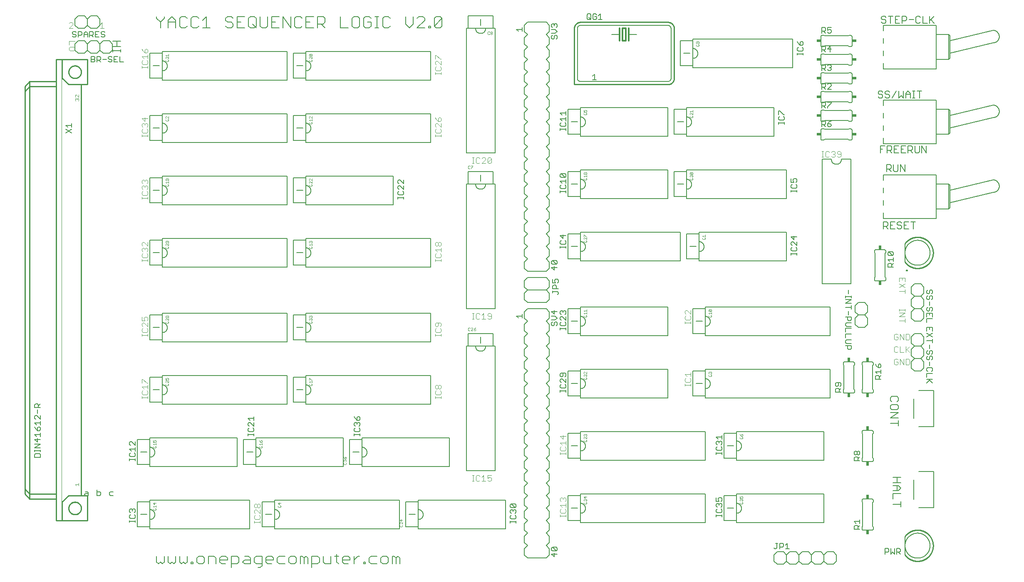
<source format=gbr>
G04 EAGLE Gerber RS-274X export*
G75*
%MOMM*%
%FSLAX34Y34*%
%LPD*%
%INSilkscreen Top*%
%IPPOS*%
%AMOC8*
5,1,8,0,0,1.08239X$1,22.5*%
G01*
%ADD10C,0.203200*%
%ADD11C,0.127000*%
%ADD12C,0.101600*%
%ADD13C,0.152400*%
%ADD14C,0.254000*%
%ADD15C,0.304800*%
%ADD16R,0.863600X0.609600*%
%ADD17C,0.050800*%
%ADD18R,0.609600X0.863600*%
%ADD19C,0.177800*%
%ADD20C,0.076200*%


D10*
X191516Y1129304D02*
X191516Y1125406D01*
X199312Y1117610D01*
X207108Y1125406D01*
X207108Y1129304D01*
X199312Y1117610D02*
X199312Y1105916D01*
X214904Y1105916D02*
X214904Y1121508D01*
X222700Y1129304D01*
X230496Y1121508D01*
X230496Y1105916D01*
X230496Y1117610D02*
X214904Y1117610D01*
X249986Y1129304D02*
X253884Y1125406D01*
X249986Y1129304D02*
X242190Y1129304D01*
X238292Y1125406D01*
X238292Y1109814D01*
X242190Y1105916D01*
X249986Y1105916D01*
X253884Y1109814D01*
X273374Y1129304D02*
X277272Y1125406D01*
X273374Y1129304D02*
X265578Y1129304D01*
X261680Y1125406D01*
X261680Y1109814D01*
X265578Y1105916D01*
X273374Y1105916D01*
X277272Y1109814D01*
X285068Y1121508D02*
X292864Y1129304D01*
X292864Y1105916D01*
X285068Y1105916D02*
X300660Y1105916D01*
X343538Y1129304D02*
X347436Y1125406D01*
X343538Y1129304D02*
X335742Y1129304D01*
X331844Y1125406D01*
X331844Y1121508D01*
X335742Y1117610D01*
X343538Y1117610D01*
X347436Y1113712D01*
X347436Y1109814D01*
X343538Y1105916D01*
X335742Y1105916D01*
X331844Y1109814D01*
X355232Y1129304D02*
X370824Y1129304D01*
X355232Y1129304D02*
X355232Y1105916D01*
X370824Y1105916D01*
X363028Y1117610D02*
X355232Y1117610D01*
X378620Y1109814D02*
X378620Y1125406D01*
X382518Y1129304D01*
X390314Y1129304D01*
X394212Y1125406D01*
X394212Y1109814D01*
X390314Y1105916D01*
X382518Y1105916D01*
X378620Y1109814D01*
X386416Y1113712D02*
X394212Y1105916D01*
X402008Y1109814D02*
X402008Y1129304D01*
X402008Y1109814D02*
X405906Y1105916D01*
X413702Y1105916D01*
X417600Y1109814D01*
X417600Y1129304D01*
X425396Y1129304D02*
X440988Y1129304D01*
X425396Y1129304D02*
X425396Y1105916D01*
X440988Y1105916D01*
X433192Y1117610D02*
X425396Y1117610D01*
X448784Y1105916D02*
X448784Y1129304D01*
X464376Y1105916D01*
X464376Y1129304D01*
X483866Y1129304D02*
X487764Y1125406D01*
X483866Y1129304D02*
X476070Y1129304D01*
X472172Y1125406D01*
X472172Y1109814D01*
X476070Y1105916D01*
X483866Y1105916D01*
X487764Y1109814D01*
X495560Y1129304D02*
X511152Y1129304D01*
X495560Y1129304D02*
X495560Y1105916D01*
X511152Y1105916D01*
X503356Y1117610D02*
X495560Y1117610D01*
X518948Y1105916D02*
X518948Y1129304D01*
X530642Y1129304D01*
X534540Y1125406D01*
X534540Y1117610D01*
X530642Y1113712D01*
X518948Y1113712D01*
X526744Y1113712D02*
X534540Y1105916D01*
X565724Y1105916D02*
X565724Y1129304D01*
X565724Y1105916D02*
X581315Y1105916D01*
X593009Y1129304D02*
X600805Y1129304D01*
X593009Y1129304D02*
X589111Y1125406D01*
X589111Y1109814D01*
X593009Y1105916D01*
X600805Y1105916D01*
X604703Y1109814D01*
X604703Y1125406D01*
X600805Y1129304D01*
X624193Y1129304D02*
X628091Y1125406D01*
X624193Y1129304D02*
X616397Y1129304D01*
X612499Y1125406D01*
X612499Y1109814D01*
X616397Y1105916D01*
X624193Y1105916D01*
X628091Y1109814D01*
X628091Y1117610D01*
X620295Y1117610D01*
X635887Y1105916D02*
X643683Y1105916D01*
X639785Y1105916D02*
X639785Y1129304D01*
X635887Y1129304D02*
X643683Y1129304D01*
X663173Y1129304D02*
X667071Y1125406D01*
X663173Y1129304D02*
X655377Y1129304D01*
X651479Y1125406D01*
X651479Y1109814D01*
X655377Y1105916D01*
X663173Y1105916D01*
X667071Y1109814D01*
X698255Y1113712D02*
X698255Y1129304D01*
X698255Y1113712D02*
X706051Y1105916D01*
X713847Y1113712D01*
X713847Y1129304D01*
X721643Y1105916D02*
X737235Y1105916D01*
X721643Y1105916D02*
X737235Y1121508D01*
X737235Y1125406D01*
X733337Y1129304D01*
X725541Y1129304D01*
X721643Y1125406D01*
X745031Y1109814D02*
X745031Y1105916D01*
X745031Y1109814D02*
X748929Y1109814D01*
X748929Y1105916D01*
X745031Y1105916D01*
X756725Y1109814D02*
X756725Y1125406D01*
X760623Y1129304D01*
X768419Y1129304D01*
X772317Y1125406D01*
X772317Y1109814D01*
X768419Y1105916D01*
X760623Y1105916D01*
X756725Y1109814D01*
X772317Y1125406D01*
X191516Y29308D02*
X191516Y17614D01*
X195414Y13716D01*
X199312Y17614D01*
X203210Y13716D01*
X207108Y17614D01*
X207108Y29308D01*
X214904Y29308D02*
X214904Y17614D01*
X218802Y13716D01*
X222700Y17614D01*
X226598Y13716D01*
X230496Y17614D01*
X230496Y29308D01*
X238292Y29308D02*
X238292Y17614D01*
X242190Y13716D01*
X246088Y17614D01*
X249986Y13716D01*
X253884Y17614D01*
X253884Y29308D01*
X261680Y17614D02*
X261680Y13716D01*
X261680Y17614D02*
X265578Y17614D01*
X265578Y13716D01*
X261680Y13716D01*
X277272Y13716D02*
X285068Y13716D01*
X288966Y17614D01*
X288966Y25410D01*
X285068Y29308D01*
X277272Y29308D01*
X273374Y25410D01*
X273374Y17614D01*
X277272Y13716D01*
X296762Y13716D02*
X296762Y29308D01*
X308456Y29308D01*
X312354Y25410D01*
X312354Y13716D01*
X324048Y13716D02*
X331844Y13716D01*
X324048Y13716D02*
X320150Y17614D01*
X320150Y25410D01*
X324048Y29308D01*
X331844Y29308D01*
X335742Y25410D01*
X335742Y21512D01*
X320150Y21512D01*
X343538Y29308D02*
X343538Y5920D01*
X343538Y29308D02*
X355232Y29308D01*
X359130Y25410D01*
X359130Y17614D01*
X355232Y13716D01*
X343538Y13716D01*
X370824Y29308D02*
X378620Y29308D01*
X382518Y25410D01*
X382518Y13716D01*
X370824Y13716D01*
X366926Y17614D01*
X370824Y21512D01*
X382518Y21512D01*
X398110Y5920D02*
X402008Y5920D01*
X405906Y9818D01*
X405906Y29308D01*
X394212Y29308D01*
X390314Y25410D01*
X390314Y17614D01*
X394212Y13716D01*
X405906Y13716D01*
X417600Y13716D02*
X425396Y13716D01*
X417600Y13716D02*
X413702Y17614D01*
X413702Y25410D01*
X417600Y29308D01*
X425396Y29308D01*
X429294Y25410D01*
X429294Y21512D01*
X413702Y21512D01*
X440988Y29308D02*
X452682Y29308D01*
X440988Y29308D02*
X437090Y25410D01*
X437090Y17614D01*
X440988Y13716D01*
X452682Y13716D01*
X464376Y13716D02*
X472172Y13716D01*
X476070Y17614D01*
X476070Y25410D01*
X472172Y29308D01*
X464376Y29308D01*
X460478Y25410D01*
X460478Y17614D01*
X464376Y13716D01*
X483866Y13716D02*
X483866Y29308D01*
X487764Y29308D01*
X491662Y25410D01*
X491662Y13716D01*
X491662Y25410D02*
X495560Y29308D01*
X499458Y25410D01*
X499458Y13716D01*
X507254Y5920D02*
X507254Y29308D01*
X518948Y29308D01*
X522846Y25410D01*
X522846Y17614D01*
X518948Y13716D01*
X507254Y13716D01*
X530642Y17614D02*
X530642Y29308D01*
X530642Y17614D02*
X534540Y13716D01*
X546234Y13716D01*
X546234Y29308D01*
X557927Y33206D02*
X557927Y17614D01*
X561825Y13716D01*
X561825Y29308D02*
X554030Y29308D01*
X573519Y13716D02*
X581315Y13716D01*
X573519Y13716D02*
X569621Y17614D01*
X569621Y25410D01*
X573519Y29308D01*
X581315Y29308D01*
X585213Y25410D01*
X585213Y21512D01*
X569621Y21512D01*
X593009Y13716D02*
X593009Y29308D01*
X593009Y21512D02*
X600805Y29308D01*
X604703Y29308D01*
X612499Y17614D02*
X612499Y13716D01*
X612499Y17614D02*
X616397Y17614D01*
X616397Y13716D01*
X612499Y13716D01*
X628091Y29308D02*
X639785Y29308D01*
X628091Y29308D02*
X624193Y25410D01*
X624193Y17614D01*
X628091Y13716D01*
X639785Y13716D01*
X651479Y13716D02*
X659275Y13716D01*
X663173Y17614D01*
X663173Y25410D01*
X659275Y29308D01*
X651479Y29308D01*
X647581Y25410D01*
X647581Y17614D01*
X651479Y13716D01*
X670969Y13716D02*
X670969Y29308D01*
X674867Y29308D01*
X678765Y25410D01*
X678765Y13716D01*
X678765Y25410D02*
X682663Y29308D01*
X686561Y25410D01*
X686561Y13716D01*
D11*
X1677035Y813435D02*
X1677035Y827417D01*
X1684026Y827417D01*
X1686356Y825087D01*
X1686356Y820426D01*
X1684026Y818096D01*
X1677035Y818096D01*
X1681696Y818096D02*
X1686356Y813435D01*
X1691068Y815765D02*
X1691068Y827417D01*
X1691068Y815765D02*
X1693398Y813435D01*
X1698059Y813435D01*
X1700389Y815765D01*
X1700389Y827417D01*
X1705101Y827417D02*
X1705101Y813435D01*
X1714422Y813435D02*
X1705101Y827417D01*
X1714422Y827417D02*
X1714422Y813435D01*
X1664335Y851535D02*
X1664335Y865517D01*
X1673656Y865517D01*
X1668996Y858526D02*
X1664335Y858526D01*
X1678368Y851535D02*
X1678368Y865517D01*
X1685359Y865517D01*
X1687689Y863187D01*
X1687689Y858526D01*
X1685359Y856196D01*
X1678368Y856196D01*
X1683028Y856196D02*
X1687689Y851535D01*
X1692401Y865517D02*
X1701722Y865517D01*
X1692401Y865517D02*
X1692401Y851535D01*
X1701722Y851535D01*
X1697061Y858526D02*
X1692401Y858526D01*
X1706433Y865517D02*
X1715755Y865517D01*
X1706433Y865517D02*
X1706433Y851535D01*
X1715755Y851535D01*
X1711094Y858526D02*
X1706433Y858526D01*
X1720466Y851535D02*
X1720466Y865517D01*
X1727457Y865517D01*
X1729787Y863187D01*
X1729787Y858526D01*
X1727457Y856196D01*
X1720466Y856196D01*
X1725127Y856196D02*
X1729787Y851535D01*
X1734499Y853865D02*
X1734499Y865517D01*
X1734499Y853865D02*
X1736829Y851535D01*
X1741490Y851535D01*
X1743820Y853865D01*
X1743820Y865517D01*
X1748532Y865517D02*
X1748532Y851535D01*
X1757853Y851535D02*
X1748532Y865517D01*
X1757853Y865517D02*
X1757853Y851535D01*
D12*
X21004Y1105408D02*
X13208Y1105408D01*
X21004Y1113204D01*
X21004Y1115153D01*
X19055Y1117102D01*
X15157Y1117102D01*
X13208Y1115153D01*
X13208Y1078992D02*
X24902Y1078992D01*
X13208Y1078992D02*
X13208Y1071196D01*
X24902Y1065349D02*
X24902Y1061451D01*
X24902Y1065349D02*
X22953Y1067298D01*
X15157Y1067298D01*
X13208Y1065349D01*
X13208Y1061451D01*
X15157Y1059502D01*
X22953Y1059502D01*
X24902Y1061451D01*
X76708Y1113204D02*
X80606Y1117102D01*
X80606Y1105408D01*
X76708Y1105408D02*
X84504Y1105408D01*
D13*
X102362Y1078738D02*
X118632Y1078738D01*
X110497Y1078738D02*
X110497Y1067891D01*
X118632Y1067891D02*
X102362Y1067891D01*
X102362Y1062366D02*
X102362Y1056943D01*
X102362Y1059655D02*
X118632Y1059655D01*
X118632Y1062366D02*
X118632Y1056943D01*
D12*
X1702308Y532892D02*
X1702308Y528994D01*
X1702308Y530943D02*
X1714002Y530943D01*
X1714002Y532892D02*
X1714002Y528994D01*
X1714002Y525096D02*
X1702308Y525096D01*
X1702308Y517300D02*
X1714002Y525096D01*
X1714002Y517300D02*
X1702308Y517300D01*
X1702308Y509504D02*
X1714002Y509504D01*
X1714002Y513402D02*
X1714002Y505606D01*
X1714002Y588596D02*
X1714002Y596392D01*
X1702308Y596392D01*
X1702308Y588596D01*
X1708155Y592494D02*
X1708155Y596392D01*
X1714002Y584698D02*
X1702308Y576902D01*
X1702308Y584698D02*
X1714002Y576902D01*
X1714002Y569106D02*
X1702308Y569106D01*
X1714002Y573004D02*
X1714002Y565208D01*
X1698473Y482102D02*
X1700422Y480153D01*
X1698473Y482102D02*
X1694575Y482102D01*
X1692626Y480153D01*
X1692626Y472357D01*
X1694575Y470408D01*
X1698473Y470408D01*
X1700422Y472357D01*
X1700422Y476255D01*
X1696524Y476255D01*
X1704320Y470408D02*
X1704320Y482102D01*
X1712116Y470408D01*
X1712116Y482102D01*
X1716014Y482102D02*
X1716014Y470408D01*
X1721861Y470408D01*
X1723810Y472357D01*
X1723810Y480153D01*
X1721861Y482102D01*
X1716014Y482102D01*
X1698473Y431302D02*
X1700422Y429353D01*
X1698473Y431302D02*
X1694575Y431302D01*
X1692626Y429353D01*
X1692626Y421557D01*
X1694575Y419608D01*
X1698473Y419608D01*
X1700422Y421557D01*
X1700422Y425455D01*
X1696524Y425455D01*
X1704320Y419608D02*
X1704320Y431302D01*
X1712116Y419608D01*
X1712116Y431302D01*
X1716014Y431302D02*
X1716014Y419608D01*
X1721861Y419608D01*
X1723810Y421557D01*
X1723810Y429353D01*
X1721861Y431302D01*
X1716014Y431302D01*
X1700422Y454753D02*
X1698473Y456702D01*
X1694575Y456702D01*
X1692626Y454753D01*
X1692626Y446957D01*
X1694575Y445008D01*
X1698473Y445008D01*
X1700422Y446957D01*
X1704320Y445008D02*
X1704320Y456702D01*
X1704320Y445008D02*
X1712116Y445008D01*
X1716014Y445008D02*
X1716014Y456702D01*
X1716014Y448906D02*
X1723810Y456702D01*
X1717963Y450855D02*
X1723810Y445008D01*
D13*
X880110Y850900D02*
X880110Y1104900D01*
X821690Y1104900D02*
X821690Y850900D01*
X880110Y850900D01*
X880110Y1104900D02*
X861060Y1104900D01*
X840740Y1104900D02*
X821690Y1104900D01*
X840740Y1104900D02*
X840743Y1104653D01*
X840752Y1104405D01*
X840767Y1104158D01*
X840788Y1103912D01*
X840815Y1103666D01*
X840848Y1103421D01*
X840887Y1103176D01*
X840932Y1102933D01*
X840983Y1102691D01*
X841040Y1102450D01*
X841102Y1102211D01*
X841171Y1101973D01*
X841245Y1101737D01*
X841325Y1101503D01*
X841410Y1101271D01*
X841502Y1101041D01*
X841598Y1100813D01*
X841701Y1100588D01*
X841808Y1100365D01*
X841922Y1100145D01*
X842040Y1099928D01*
X842164Y1099713D01*
X842293Y1099502D01*
X842427Y1099294D01*
X842566Y1099089D01*
X842710Y1098888D01*
X842858Y1098690D01*
X843012Y1098496D01*
X843170Y1098306D01*
X843333Y1098120D01*
X843500Y1097938D01*
X843672Y1097760D01*
X843848Y1097586D01*
X844028Y1097416D01*
X844213Y1097251D01*
X844401Y1097091D01*
X844593Y1096935D01*
X844789Y1096783D01*
X844988Y1096637D01*
X845191Y1096495D01*
X845398Y1096359D01*
X845607Y1096227D01*
X845820Y1096101D01*
X846036Y1095980D01*
X846254Y1095864D01*
X846476Y1095754D01*
X846700Y1095649D01*
X846926Y1095549D01*
X847155Y1095455D01*
X847386Y1095367D01*
X847620Y1095284D01*
X847855Y1095207D01*
X848092Y1095136D01*
X848330Y1095070D01*
X848570Y1095011D01*
X848812Y1094957D01*
X849055Y1094909D01*
X849298Y1094867D01*
X849543Y1094831D01*
X849789Y1094801D01*
X850035Y1094777D01*
X850282Y1094759D01*
X850529Y1094747D01*
X850776Y1094741D01*
X851024Y1094741D01*
X851271Y1094747D01*
X851518Y1094759D01*
X851765Y1094777D01*
X852011Y1094801D01*
X852257Y1094831D01*
X852502Y1094867D01*
X852745Y1094909D01*
X852988Y1094957D01*
X853230Y1095011D01*
X853470Y1095070D01*
X853708Y1095136D01*
X853945Y1095207D01*
X854180Y1095284D01*
X854414Y1095367D01*
X854645Y1095455D01*
X854874Y1095549D01*
X855100Y1095649D01*
X855324Y1095754D01*
X855546Y1095864D01*
X855764Y1095980D01*
X855980Y1096101D01*
X856193Y1096227D01*
X856402Y1096359D01*
X856609Y1096495D01*
X856812Y1096637D01*
X857011Y1096783D01*
X857207Y1096935D01*
X857399Y1097091D01*
X857587Y1097251D01*
X857772Y1097416D01*
X857952Y1097586D01*
X858128Y1097760D01*
X858300Y1097938D01*
X858467Y1098120D01*
X858630Y1098306D01*
X858788Y1098496D01*
X858942Y1098690D01*
X859090Y1098888D01*
X859234Y1099089D01*
X859373Y1099294D01*
X859507Y1099502D01*
X859636Y1099713D01*
X859760Y1099928D01*
X859878Y1100145D01*
X859992Y1100365D01*
X860099Y1100588D01*
X860202Y1100813D01*
X860298Y1101041D01*
X860390Y1101271D01*
X860475Y1101503D01*
X860555Y1101737D01*
X860629Y1101973D01*
X860698Y1102211D01*
X860760Y1102450D01*
X860817Y1102691D01*
X860868Y1102933D01*
X860913Y1103176D01*
X860952Y1103421D01*
X860985Y1103666D01*
X861012Y1103912D01*
X861033Y1104158D01*
X861048Y1104405D01*
X861057Y1104653D01*
X861060Y1104900D01*
D12*
X837526Y829818D02*
X833628Y829818D01*
X835577Y829818D02*
X835577Y841512D01*
X833628Y841512D02*
X837526Y841512D01*
X847271Y841512D02*
X849220Y839563D01*
X847271Y841512D02*
X843373Y841512D01*
X841424Y839563D01*
X841424Y831767D01*
X843373Y829818D01*
X847271Y829818D01*
X849220Y831767D01*
X853118Y829818D02*
X860914Y829818D01*
X853118Y829818D02*
X860914Y837614D01*
X860914Y839563D01*
X858965Y841512D01*
X855067Y841512D01*
X853118Y839563D01*
X864812Y839563D02*
X864812Y831767D01*
X864812Y839563D02*
X866761Y841512D01*
X870659Y841512D01*
X872608Y839563D01*
X872608Y831767D01*
X870659Y829818D01*
X866761Y829818D01*
X864812Y831767D01*
X872608Y839563D01*
D13*
X880110Y787400D02*
X880110Y533400D01*
X821690Y533400D02*
X821690Y787400D01*
X821690Y533400D02*
X880110Y533400D01*
X880110Y787400D02*
X861060Y787400D01*
X840740Y787400D02*
X821690Y787400D01*
X840740Y787400D02*
X840743Y787153D01*
X840752Y786905D01*
X840767Y786658D01*
X840788Y786412D01*
X840815Y786166D01*
X840848Y785921D01*
X840887Y785676D01*
X840932Y785433D01*
X840983Y785191D01*
X841040Y784950D01*
X841102Y784711D01*
X841171Y784473D01*
X841245Y784237D01*
X841325Y784003D01*
X841410Y783771D01*
X841502Y783541D01*
X841598Y783313D01*
X841701Y783088D01*
X841808Y782865D01*
X841922Y782645D01*
X842040Y782428D01*
X842164Y782213D01*
X842293Y782002D01*
X842427Y781794D01*
X842566Y781589D01*
X842710Y781388D01*
X842858Y781190D01*
X843012Y780996D01*
X843170Y780806D01*
X843333Y780620D01*
X843500Y780438D01*
X843672Y780260D01*
X843848Y780086D01*
X844028Y779916D01*
X844213Y779751D01*
X844401Y779591D01*
X844593Y779435D01*
X844789Y779283D01*
X844988Y779137D01*
X845191Y778995D01*
X845398Y778859D01*
X845607Y778727D01*
X845820Y778601D01*
X846036Y778480D01*
X846254Y778364D01*
X846476Y778254D01*
X846700Y778149D01*
X846926Y778049D01*
X847155Y777955D01*
X847386Y777867D01*
X847620Y777784D01*
X847855Y777707D01*
X848092Y777636D01*
X848330Y777570D01*
X848570Y777511D01*
X848812Y777457D01*
X849055Y777409D01*
X849298Y777367D01*
X849543Y777331D01*
X849789Y777301D01*
X850035Y777277D01*
X850282Y777259D01*
X850529Y777247D01*
X850776Y777241D01*
X851024Y777241D01*
X851271Y777247D01*
X851518Y777259D01*
X851765Y777277D01*
X852011Y777301D01*
X852257Y777331D01*
X852502Y777367D01*
X852745Y777409D01*
X852988Y777457D01*
X853230Y777511D01*
X853470Y777570D01*
X853708Y777636D01*
X853945Y777707D01*
X854180Y777784D01*
X854414Y777867D01*
X854645Y777955D01*
X854874Y778049D01*
X855100Y778149D01*
X855324Y778254D01*
X855546Y778364D01*
X855764Y778480D01*
X855980Y778601D01*
X856193Y778727D01*
X856402Y778859D01*
X856609Y778995D01*
X856812Y779137D01*
X857011Y779283D01*
X857207Y779435D01*
X857399Y779591D01*
X857587Y779751D01*
X857772Y779916D01*
X857952Y780086D01*
X858128Y780260D01*
X858300Y780438D01*
X858467Y780620D01*
X858630Y780806D01*
X858788Y780996D01*
X858942Y781190D01*
X859090Y781388D01*
X859234Y781589D01*
X859373Y781794D01*
X859507Y782002D01*
X859636Y782213D01*
X859760Y782428D01*
X859878Y782645D01*
X859992Y782865D01*
X860099Y783088D01*
X860202Y783313D01*
X860298Y783541D01*
X860390Y783771D01*
X860475Y784003D01*
X860555Y784237D01*
X860629Y784473D01*
X860698Y784711D01*
X860760Y784950D01*
X860817Y785191D01*
X860868Y785433D01*
X860913Y785676D01*
X860952Y785921D01*
X860985Y786166D01*
X861012Y786412D01*
X861033Y786658D01*
X861048Y786905D01*
X861057Y787153D01*
X861060Y787400D01*
D12*
X837526Y512318D02*
X833628Y512318D01*
X835577Y512318D02*
X835577Y524012D01*
X833628Y524012D02*
X837526Y524012D01*
X847271Y524012D02*
X849220Y522063D01*
X847271Y524012D02*
X843373Y524012D01*
X841424Y522063D01*
X841424Y514267D01*
X843373Y512318D01*
X847271Y512318D01*
X849220Y514267D01*
X853118Y520114D02*
X857016Y524012D01*
X857016Y512318D01*
X853118Y512318D02*
X860914Y512318D01*
X864812Y514267D02*
X866761Y512318D01*
X870659Y512318D01*
X872608Y514267D01*
X872608Y522063D01*
X870659Y524012D01*
X866761Y524012D01*
X864812Y522063D01*
X864812Y520114D01*
X866761Y518165D01*
X872608Y518165D01*
D13*
X749300Y676910D02*
X495300Y676910D01*
X495300Y618490D02*
X749300Y618490D01*
X749300Y676910D01*
X495300Y676910D02*
X495300Y657860D01*
X495300Y637540D02*
X495300Y618490D01*
X495300Y637540D02*
X495547Y637543D01*
X495795Y637552D01*
X496042Y637567D01*
X496288Y637588D01*
X496534Y637615D01*
X496779Y637648D01*
X497024Y637687D01*
X497267Y637732D01*
X497509Y637783D01*
X497750Y637840D01*
X497989Y637902D01*
X498227Y637971D01*
X498463Y638045D01*
X498697Y638125D01*
X498929Y638210D01*
X499159Y638302D01*
X499387Y638398D01*
X499612Y638501D01*
X499835Y638608D01*
X500055Y638722D01*
X500272Y638840D01*
X500487Y638964D01*
X500698Y639093D01*
X500906Y639227D01*
X501111Y639366D01*
X501312Y639510D01*
X501510Y639658D01*
X501704Y639812D01*
X501894Y639970D01*
X502080Y640133D01*
X502262Y640300D01*
X502440Y640472D01*
X502614Y640648D01*
X502784Y640828D01*
X502949Y641013D01*
X503109Y641201D01*
X503265Y641393D01*
X503417Y641589D01*
X503563Y641788D01*
X503705Y641991D01*
X503841Y642198D01*
X503973Y642407D01*
X504099Y642620D01*
X504220Y642836D01*
X504336Y643054D01*
X504446Y643276D01*
X504551Y643500D01*
X504651Y643726D01*
X504745Y643955D01*
X504833Y644186D01*
X504916Y644420D01*
X504993Y644655D01*
X505064Y644892D01*
X505130Y645130D01*
X505189Y645370D01*
X505243Y645612D01*
X505291Y645855D01*
X505333Y646098D01*
X505369Y646343D01*
X505399Y646589D01*
X505423Y646835D01*
X505441Y647082D01*
X505453Y647329D01*
X505459Y647576D01*
X505459Y647824D01*
X505453Y648071D01*
X505441Y648318D01*
X505423Y648565D01*
X505399Y648811D01*
X505369Y649057D01*
X505333Y649302D01*
X505291Y649545D01*
X505243Y649788D01*
X505189Y650030D01*
X505130Y650270D01*
X505064Y650508D01*
X504993Y650745D01*
X504916Y650980D01*
X504833Y651214D01*
X504745Y651445D01*
X504651Y651674D01*
X504551Y651900D01*
X504446Y652124D01*
X504336Y652346D01*
X504220Y652564D01*
X504099Y652780D01*
X503973Y652993D01*
X503841Y653202D01*
X503705Y653409D01*
X503563Y653612D01*
X503417Y653811D01*
X503265Y654007D01*
X503109Y654199D01*
X502949Y654387D01*
X502784Y654572D01*
X502614Y654752D01*
X502440Y654928D01*
X502262Y655100D01*
X502080Y655267D01*
X501894Y655430D01*
X501704Y655588D01*
X501510Y655742D01*
X501312Y655890D01*
X501111Y656034D01*
X500906Y656173D01*
X500698Y656307D01*
X500487Y656436D01*
X500272Y656560D01*
X500055Y656678D01*
X499835Y656792D01*
X499612Y656899D01*
X499387Y657002D01*
X499159Y657098D01*
X498929Y657190D01*
X498697Y657275D01*
X498463Y657355D01*
X498227Y657429D01*
X497989Y657498D01*
X497750Y657560D01*
X497509Y657617D01*
X497267Y657668D01*
X497024Y657713D01*
X496779Y657752D01*
X496534Y657785D01*
X496288Y657812D01*
X496042Y657833D01*
X495795Y657848D01*
X495547Y657857D01*
X495300Y657860D01*
D12*
X770382Y634326D02*
X770382Y630428D01*
X770382Y632377D02*
X758688Y632377D01*
X758688Y630428D02*
X758688Y634326D01*
X758688Y644071D02*
X760637Y646020D01*
X758688Y644071D02*
X758688Y640173D01*
X760637Y638224D01*
X768433Y638224D01*
X770382Y640173D01*
X770382Y644071D01*
X768433Y646020D01*
X762586Y649918D02*
X758688Y653816D01*
X770382Y653816D01*
X770382Y649918D02*
X770382Y657714D01*
X760637Y661612D02*
X758688Y663561D01*
X758688Y667459D01*
X760637Y669408D01*
X762586Y669408D01*
X764535Y667459D01*
X766484Y669408D01*
X768433Y669408D01*
X770382Y667459D01*
X770382Y663561D01*
X768433Y661612D01*
X766484Y661612D01*
X764535Y663561D01*
X762586Y661612D01*
X760637Y661612D01*
X764535Y663561D02*
X764535Y667459D01*
D13*
X457200Y397510D02*
X203200Y397510D01*
X203200Y339090D02*
X457200Y339090D01*
X457200Y397510D01*
X203200Y397510D02*
X203200Y378460D01*
X203200Y358140D02*
X203200Y339090D01*
X203200Y358140D02*
X203447Y358143D01*
X203695Y358152D01*
X203942Y358167D01*
X204188Y358188D01*
X204434Y358215D01*
X204679Y358248D01*
X204924Y358287D01*
X205167Y358332D01*
X205409Y358383D01*
X205650Y358440D01*
X205889Y358502D01*
X206127Y358571D01*
X206363Y358645D01*
X206597Y358725D01*
X206829Y358810D01*
X207059Y358902D01*
X207287Y358998D01*
X207512Y359101D01*
X207735Y359208D01*
X207955Y359322D01*
X208172Y359440D01*
X208387Y359564D01*
X208598Y359693D01*
X208806Y359827D01*
X209011Y359966D01*
X209212Y360110D01*
X209410Y360258D01*
X209604Y360412D01*
X209794Y360570D01*
X209980Y360733D01*
X210162Y360900D01*
X210340Y361072D01*
X210514Y361248D01*
X210684Y361428D01*
X210849Y361613D01*
X211009Y361801D01*
X211165Y361993D01*
X211317Y362189D01*
X211463Y362388D01*
X211605Y362591D01*
X211741Y362798D01*
X211873Y363007D01*
X211999Y363220D01*
X212120Y363436D01*
X212236Y363654D01*
X212346Y363876D01*
X212451Y364100D01*
X212551Y364326D01*
X212645Y364555D01*
X212733Y364786D01*
X212816Y365020D01*
X212893Y365255D01*
X212964Y365492D01*
X213030Y365730D01*
X213089Y365970D01*
X213143Y366212D01*
X213191Y366455D01*
X213233Y366698D01*
X213269Y366943D01*
X213299Y367189D01*
X213323Y367435D01*
X213341Y367682D01*
X213353Y367929D01*
X213359Y368176D01*
X213359Y368424D01*
X213353Y368671D01*
X213341Y368918D01*
X213323Y369165D01*
X213299Y369411D01*
X213269Y369657D01*
X213233Y369902D01*
X213191Y370145D01*
X213143Y370388D01*
X213089Y370630D01*
X213030Y370870D01*
X212964Y371108D01*
X212893Y371345D01*
X212816Y371580D01*
X212733Y371814D01*
X212645Y372045D01*
X212551Y372274D01*
X212451Y372500D01*
X212346Y372724D01*
X212236Y372946D01*
X212120Y373164D01*
X211999Y373380D01*
X211873Y373593D01*
X211741Y373802D01*
X211605Y374009D01*
X211463Y374212D01*
X211317Y374411D01*
X211165Y374607D01*
X211009Y374799D01*
X210849Y374987D01*
X210684Y375172D01*
X210514Y375352D01*
X210340Y375528D01*
X210162Y375700D01*
X209980Y375867D01*
X209794Y376030D01*
X209604Y376188D01*
X209410Y376342D01*
X209212Y376490D01*
X209011Y376634D01*
X208806Y376773D01*
X208598Y376907D01*
X208387Y377036D01*
X208172Y377160D01*
X207955Y377278D01*
X207735Y377392D01*
X207512Y377499D01*
X207287Y377602D01*
X207059Y377698D01*
X206829Y377790D01*
X206597Y377875D01*
X206363Y377955D01*
X206127Y378029D01*
X205889Y378098D01*
X205650Y378160D01*
X205409Y378217D01*
X205167Y378268D01*
X204924Y378313D01*
X204679Y378352D01*
X204434Y378385D01*
X204188Y378412D01*
X203942Y378433D01*
X203695Y378448D01*
X203447Y378457D01*
X203200Y378460D01*
D12*
X173482Y354926D02*
X173482Y351028D01*
X173482Y352977D02*
X161788Y352977D01*
X161788Y351028D02*
X161788Y354926D01*
X161788Y364671D02*
X163737Y366620D01*
X161788Y364671D02*
X161788Y360773D01*
X163737Y358824D01*
X171533Y358824D01*
X173482Y360773D01*
X173482Y364671D01*
X171533Y366620D01*
X165686Y370518D02*
X161788Y374416D01*
X173482Y374416D01*
X173482Y370518D02*
X173482Y378314D01*
X161788Y382212D02*
X161788Y390008D01*
X163737Y390008D01*
X171533Y382212D01*
X173482Y382212D01*
D13*
X203200Y1057910D02*
X457200Y1057910D01*
X457200Y999490D02*
X203200Y999490D01*
X457200Y999490D02*
X457200Y1057910D01*
X203200Y1057910D02*
X203200Y1038860D01*
X203200Y1018540D02*
X203200Y999490D01*
X203200Y1018540D02*
X203447Y1018543D01*
X203695Y1018552D01*
X203942Y1018567D01*
X204188Y1018588D01*
X204434Y1018615D01*
X204679Y1018648D01*
X204924Y1018687D01*
X205167Y1018732D01*
X205409Y1018783D01*
X205650Y1018840D01*
X205889Y1018902D01*
X206127Y1018971D01*
X206363Y1019045D01*
X206597Y1019125D01*
X206829Y1019210D01*
X207059Y1019302D01*
X207287Y1019398D01*
X207512Y1019501D01*
X207735Y1019608D01*
X207955Y1019722D01*
X208172Y1019840D01*
X208387Y1019964D01*
X208598Y1020093D01*
X208806Y1020227D01*
X209011Y1020366D01*
X209212Y1020510D01*
X209410Y1020658D01*
X209604Y1020812D01*
X209794Y1020970D01*
X209980Y1021133D01*
X210162Y1021300D01*
X210340Y1021472D01*
X210514Y1021648D01*
X210684Y1021828D01*
X210849Y1022013D01*
X211009Y1022201D01*
X211165Y1022393D01*
X211317Y1022589D01*
X211463Y1022788D01*
X211605Y1022991D01*
X211741Y1023198D01*
X211873Y1023407D01*
X211999Y1023620D01*
X212120Y1023836D01*
X212236Y1024054D01*
X212346Y1024276D01*
X212451Y1024500D01*
X212551Y1024726D01*
X212645Y1024955D01*
X212733Y1025186D01*
X212816Y1025420D01*
X212893Y1025655D01*
X212964Y1025892D01*
X213030Y1026130D01*
X213089Y1026370D01*
X213143Y1026612D01*
X213191Y1026855D01*
X213233Y1027098D01*
X213269Y1027343D01*
X213299Y1027589D01*
X213323Y1027835D01*
X213341Y1028082D01*
X213353Y1028329D01*
X213359Y1028576D01*
X213359Y1028824D01*
X213353Y1029071D01*
X213341Y1029318D01*
X213323Y1029565D01*
X213299Y1029811D01*
X213269Y1030057D01*
X213233Y1030302D01*
X213191Y1030545D01*
X213143Y1030788D01*
X213089Y1031030D01*
X213030Y1031270D01*
X212964Y1031508D01*
X212893Y1031745D01*
X212816Y1031980D01*
X212733Y1032214D01*
X212645Y1032445D01*
X212551Y1032674D01*
X212451Y1032900D01*
X212346Y1033124D01*
X212236Y1033346D01*
X212120Y1033564D01*
X211999Y1033780D01*
X211873Y1033993D01*
X211741Y1034202D01*
X211605Y1034409D01*
X211463Y1034612D01*
X211317Y1034811D01*
X211165Y1035007D01*
X211009Y1035199D01*
X210849Y1035387D01*
X210684Y1035572D01*
X210514Y1035752D01*
X210340Y1035928D01*
X210162Y1036100D01*
X209980Y1036267D01*
X209794Y1036430D01*
X209604Y1036588D01*
X209410Y1036742D01*
X209212Y1036890D01*
X209011Y1037034D01*
X208806Y1037173D01*
X208598Y1037307D01*
X208387Y1037436D01*
X208172Y1037560D01*
X207955Y1037678D01*
X207735Y1037792D01*
X207512Y1037899D01*
X207287Y1038002D01*
X207059Y1038098D01*
X206829Y1038190D01*
X206597Y1038275D01*
X206363Y1038355D01*
X206127Y1038429D01*
X205889Y1038498D01*
X205650Y1038560D01*
X205409Y1038617D01*
X205167Y1038668D01*
X204924Y1038713D01*
X204679Y1038752D01*
X204434Y1038785D01*
X204188Y1038812D01*
X203942Y1038833D01*
X203695Y1038848D01*
X203447Y1038857D01*
X203200Y1038860D01*
D12*
X173482Y1028026D02*
X173482Y1024128D01*
X173482Y1026077D02*
X161788Y1026077D01*
X161788Y1024128D02*
X161788Y1028026D01*
X161788Y1037771D02*
X163737Y1039720D01*
X161788Y1037771D02*
X161788Y1033873D01*
X163737Y1031924D01*
X171533Y1031924D01*
X173482Y1033873D01*
X173482Y1037771D01*
X171533Y1039720D01*
X165686Y1043618D02*
X161788Y1047516D01*
X173482Y1047516D01*
X173482Y1043618D02*
X173482Y1051414D01*
X163737Y1059210D02*
X161788Y1063108D01*
X163737Y1059210D02*
X167635Y1055312D01*
X171533Y1055312D01*
X173482Y1057261D01*
X173482Y1061159D01*
X171533Y1063108D01*
X169584Y1063108D01*
X167635Y1061159D01*
X167635Y1055312D01*
D13*
X880110Y457200D02*
X880110Y203200D01*
X821690Y203200D02*
X821690Y457200D01*
X821690Y203200D02*
X880110Y203200D01*
X880110Y457200D02*
X861060Y457200D01*
X840740Y457200D02*
X821690Y457200D01*
X840740Y457200D02*
X840743Y456953D01*
X840752Y456705D01*
X840767Y456458D01*
X840788Y456212D01*
X840815Y455966D01*
X840848Y455721D01*
X840887Y455476D01*
X840932Y455233D01*
X840983Y454991D01*
X841040Y454750D01*
X841102Y454511D01*
X841171Y454273D01*
X841245Y454037D01*
X841325Y453803D01*
X841410Y453571D01*
X841502Y453341D01*
X841598Y453113D01*
X841701Y452888D01*
X841808Y452665D01*
X841922Y452445D01*
X842040Y452228D01*
X842164Y452013D01*
X842293Y451802D01*
X842427Y451594D01*
X842566Y451389D01*
X842710Y451188D01*
X842858Y450990D01*
X843012Y450796D01*
X843170Y450606D01*
X843333Y450420D01*
X843500Y450238D01*
X843672Y450060D01*
X843848Y449886D01*
X844028Y449716D01*
X844213Y449551D01*
X844401Y449391D01*
X844593Y449235D01*
X844789Y449083D01*
X844988Y448937D01*
X845191Y448795D01*
X845398Y448659D01*
X845607Y448527D01*
X845820Y448401D01*
X846036Y448280D01*
X846254Y448164D01*
X846476Y448054D01*
X846700Y447949D01*
X846926Y447849D01*
X847155Y447755D01*
X847386Y447667D01*
X847620Y447584D01*
X847855Y447507D01*
X848092Y447436D01*
X848330Y447370D01*
X848570Y447311D01*
X848812Y447257D01*
X849055Y447209D01*
X849298Y447167D01*
X849543Y447131D01*
X849789Y447101D01*
X850035Y447077D01*
X850282Y447059D01*
X850529Y447047D01*
X850776Y447041D01*
X851024Y447041D01*
X851271Y447047D01*
X851518Y447059D01*
X851765Y447077D01*
X852011Y447101D01*
X852257Y447131D01*
X852502Y447167D01*
X852745Y447209D01*
X852988Y447257D01*
X853230Y447311D01*
X853470Y447370D01*
X853708Y447436D01*
X853945Y447507D01*
X854180Y447584D01*
X854414Y447667D01*
X854645Y447755D01*
X854874Y447849D01*
X855100Y447949D01*
X855324Y448054D01*
X855546Y448164D01*
X855764Y448280D01*
X855980Y448401D01*
X856193Y448527D01*
X856402Y448659D01*
X856609Y448795D01*
X856812Y448937D01*
X857011Y449083D01*
X857207Y449235D01*
X857399Y449391D01*
X857587Y449551D01*
X857772Y449716D01*
X857952Y449886D01*
X858128Y450060D01*
X858300Y450238D01*
X858467Y450420D01*
X858630Y450606D01*
X858788Y450796D01*
X858942Y450990D01*
X859090Y451188D01*
X859234Y451389D01*
X859373Y451594D01*
X859507Y451802D01*
X859636Y452013D01*
X859760Y452228D01*
X859878Y452445D01*
X859992Y452665D01*
X860099Y452888D01*
X860202Y453113D01*
X860298Y453341D01*
X860390Y453571D01*
X860475Y453803D01*
X860555Y454037D01*
X860629Y454273D01*
X860698Y454511D01*
X860760Y454750D01*
X860817Y454991D01*
X860868Y455233D01*
X860913Y455476D01*
X860952Y455721D01*
X860985Y455966D01*
X861012Y456212D01*
X861033Y456458D01*
X861048Y456705D01*
X861057Y456953D01*
X861060Y457200D01*
D12*
X837526Y182118D02*
X833628Y182118D01*
X835577Y182118D02*
X835577Y193812D01*
X833628Y193812D02*
X837526Y193812D01*
X847271Y193812D02*
X849220Y191863D01*
X847271Y193812D02*
X843373Y193812D01*
X841424Y191863D01*
X841424Y184067D01*
X843373Y182118D01*
X847271Y182118D01*
X849220Y184067D01*
X853118Y189914D02*
X857016Y193812D01*
X857016Y182118D01*
X853118Y182118D02*
X860914Y182118D01*
X864812Y193812D02*
X872608Y193812D01*
X864812Y193812D02*
X864812Y187965D01*
X868710Y189914D01*
X870659Y189914D01*
X872608Y187965D01*
X872608Y184067D01*
X870659Y182118D01*
X866761Y182118D01*
X864812Y184067D01*
D13*
X1054100Y283210D02*
X1308100Y283210D01*
X1308100Y224790D02*
X1054100Y224790D01*
X1308100Y224790D02*
X1308100Y283210D01*
X1054100Y283210D02*
X1054100Y264160D01*
X1054100Y243840D02*
X1054100Y224790D01*
X1054100Y243840D02*
X1054347Y243843D01*
X1054595Y243852D01*
X1054842Y243867D01*
X1055088Y243888D01*
X1055334Y243915D01*
X1055579Y243948D01*
X1055824Y243987D01*
X1056067Y244032D01*
X1056309Y244083D01*
X1056550Y244140D01*
X1056789Y244202D01*
X1057027Y244271D01*
X1057263Y244345D01*
X1057497Y244425D01*
X1057729Y244510D01*
X1057959Y244602D01*
X1058187Y244698D01*
X1058412Y244801D01*
X1058635Y244908D01*
X1058855Y245022D01*
X1059072Y245140D01*
X1059287Y245264D01*
X1059498Y245393D01*
X1059706Y245527D01*
X1059911Y245666D01*
X1060112Y245810D01*
X1060310Y245958D01*
X1060504Y246112D01*
X1060694Y246270D01*
X1060880Y246433D01*
X1061062Y246600D01*
X1061240Y246772D01*
X1061414Y246948D01*
X1061584Y247128D01*
X1061749Y247313D01*
X1061909Y247501D01*
X1062065Y247693D01*
X1062217Y247889D01*
X1062363Y248088D01*
X1062505Y248291D01*
X1062641Y248498D01*
X1062773Y248707D01*
X1062899Y248920D01*
X1063020Y249136D01*
X1063136Y249354D01*
X1063246Y249576D01*
X1063351Y249800D01*
X1063451Y250026D01*
X1063545Y250255D01*
X1063633Y250486D01*
X1063716Y250720D01*
X1063793Y250955D01*
X1063864Y251192D01*
X1063930Y251430D01*
X1063989Y251670D01*
X1064043Y251912D01*
X1064091Y252155D01*
X1064133Y252398D01*
X1064169Y252643D01*
X1064199Y252889D01*
X1064223Y253135D01*
X1064241Y253382D01*
X1064253Y253629D01*
X1064259Y253876D01*
X1064259Y254124D01*
X1064253Y254371D01*
X1064241Y254618D01*
X1064223Y254865D01*
X1064199Y255111D01*
X1064169Y255357D01*
X1064133Y255602D01*
X1064091Y255845D01*
X1064043Y256088D01*
X1063989Y256330D01*
X1063930Y256570D01*
X1063864Y256808D01*
X1063793Y257045D01*
X1063716Y257280D01*
X1063633Y257514D01*
X1063545Y257745D01*
X1063451Y257974D01*
X1063351Y258200D01*
X1063246Y258424D01*
X1063136Y258646D01*
X1063020Y258864D01*
X1062899Y259080D01*
X1062773Y259293D01*
X1062641Y259502D01*
X1062505Y259709D01*
X1062363Y259912D01*
X1062217Y260111D01*
X1062065Y260307D01*
X1061909Y260499D01*
X1061749Y260687D01*
X1061584Y260872D01*
X1061414Y261052D01*
X1061240Y261228D01*
X1061062Y261400D01*
X1060880Y261567D01*
X1060694Y261730D01*
X1060504Y261888D01*
X1060310Y262042D01*
X1060112Y262190D01*
X1059911Y262334D01*
X1059706Y262473D01*
X1059498Y262607D01*
X1059287Y262736D01*
X1059072Y262860D01*
X1058855Y262978D01*
X1058635Y263092D01*
X1058412Y263199D01*
X1058187Y263302D01*
X1057959Y263398D01*
X1057729Y263490D01*
X1057497Y263575D01*
X1057263Y263655D01*
X1057027Y263729D01*
X1056789Y263798D01*
X1056550Y263860D01*
X1056309Y263917D01*
X1056067Y263968D01*
X1055824Y264013D01*
X1055579Y264052D01*
X1055334Y264085D01*
X1055088Y264112D01*
X1054842Y264133D01*
X1054595Y264148D01*
X1054347Y264157D01*
X1054100Y264160D01*
D12*
X1024382Y240626D02*
X1024382Y236728D01*
X1024382Y238677D02*
X1012688Y238677D01*
X1012688Y236728D02*
X1012688Y240626D01*
X1012688Y250371D02*
X1014637Y252320D01*
X1012688Y250371D02*
X1012688Y246473D01*
X1014637Y244524D01*
X1022433Y244524D01*
X1024382Y246473D01*
X1024382Y250371D01*
X1022433Y252320D01*
X1016586Y256218D02*
X1012688Y260116D01*
X1024382Y260116D01*
X1024382Y256218D02*
X1024382Y264014D01*
X1024382Y273759D02*
X1012688Y273759D01*
X1018535Y267912D01*
X1018535Y275708D01*
D13*
X1054100Y156210D02*
X1308100Y156210D01*
X1308100Y97790D02*
X1054100Y97790D01*
X1308100Y97790D02*
X1308100Y156210D01*
X1054100Y156210D02*
X1054100Y137160D01*
X1054100Y116840D02*
X1054100Y97790D01*
X1054100Y116840D02*
X1054347Y116843D01*
X1054595Y116852D01*
X1054842Y116867D01*
X1055088Y116888D01*
X1055334Y116915D01*
X1055579Y116948D01*
X1055824Y116987D01*
X1056067Y117032D01*
X1056309Y117083D01*
X1056550Y117140D01*
X1056789Y117202D01*
X1057027Y117271D01*
X1057263Y117345D01*
X1057497Y117425D01*
X1057729Y117510D01*
X1057959Y117602D01*
X1058187Y117698D01*
X1058412Y117801D01*
X1058635Y117908D01*
X1058855Y118022D01*
X1059072Y118140D01*
X1059287Y118264D01*
X1059498Y118393D01*
X1059706Y118527D01*
X1059911Y118666D01*
X1060112Y118810D01*
X1060310Y118958D01*
X1060504Y119112D01*
X1060694Y119270D01*
X1060880Y119433D01*
X1061062Y119600D01*
X1061240Y119772D01*
X1061414Y119948D01*
X1061584Y120128D01*
X1061749Y120313D01*
X1061909Y120501D01*
X1062065Y120693D01*
X1062217Y120889D01*
X1062363Y121088D01*
X1062505Y121291D01*
X1062641Y121498D01*
X1062773Y121707D01*
X1062899Y121920D01*
X1063020Y122136D01*
X1063136Y122354D01*
X1063246Y122576D01*
X1063351Y122800D01*
X1063451Y123026D01*
X1063545Y123255D01*
X1063633Y123486D01*
X1063716Y123720D01*
X1063793Y123955D01*
X1063864Y124192D01*
X1063930Y124430D01*
X1063989Y124670D01*
X1064043Y124912D01*
X1064091Y125155D01*
X1064133Y125398D01*
X1064169Y125643D01*
X1064199Y125889D01*
X1064223Y126135D01*
X1064241Y126382D01*
X1064253Y126629D01*
X1064259Y126876D01*
X1064259Y127124D01*
X1064253Y127371D01*
X1064241Y127618D01*
X1064223Y127865D01*
X1064199Y128111D01*
X1064169Y128357D01*
X1064133Y128602D01*
X1064091Y128845D01*
X1064043Y129088D01*
X1063989Y129330D01*
X1063930Y129570D01*
X1063864Y129808D01*
X1063793Y130045D01*
X1063716Y130280D01*
X1063633Y130514D01*
X1063545Y130745D01*
X1063451Y130974D01*
X1063351Y131200D01*
X1063246Y131424D01*
X1063136Y131646D01*
X1063020Y131864D01*
X1062899Y132080D01*
X1062773Y132293D01*
X1062641Y132502D01*
X1062505Y132709D01*
X1062363Y132912D01*
X1062217Y133111D01*
X1062065Y133307D01*
X1061909Y133499D01*
X1061749Y133687D01*
X1061584Y133872D01*
X1061414Y134052D01*
X1061240Y134228D01*
X1061062Y134400D01*
X1060880Y134567D01*
X1060694Y134730D01*
X1060504Y134888D01*
X1060310Y135042D01*
X1060112Y135190D01*
X1059911Y135334D01*
X1059706Y135473D01*
X1059498Y135607D01*
X1059287Y135736D01*
X1059072Y135860D01*
X1058855Y135978D01*
X1058635Y136092D01*
X1058412Y136199D01*
X1058187Y136302D01*
X1057959Y136398D01*
X1057729Y136490D01*
X1057497Y136575D01*
X1057263Y136655D01*
X1057027Y136729D01*
X1056789Y136798D01*
X1056550Y136860D01*
X1056309Y136917D01*
X1056067Y136968D01*
X1055824Y137013D01*
X1055579Y137052D01*
X1055334Y137085D01*
X1055088Y137112D01*
X1054842Y137133D01*
X1054595Y137148D01*
X1054347Y137157D01*
X1054100Y137160D01*
D12*
X1024382Y113626D02*
X1024382Y109728D01*
X1024382Y111677D02*
X1012688Y111677D01*
X1012688Y109728D02*
X1012688Y113626D01*
X1012688Y123371D02*
X1014637Y125320D01*
X1012688Y123371D02*
X1012688Y119473D01*
X1014637Y117524D01*
X1022433Y117524D01*
X1024382Y119473D01*
X1024382Y123371D01*
X1022433Y125320D01*
X1016586Y129218D02*
X1012688Y133116D01*
X1024382Y133116D01*
X1024382Y129218D02*
X1024382Y137014D01*
X1014637Y140912D02*
X1012688Y142861D01*
X1012688Y146759D01*
X1014637Y148708D01*
X1016586Y148708D01*
X1018535Y146759D01*
X1018535Y144810D01*
X1018535Y146759D02*
X1020484Y148708D01*
X1022433Y148708D01*
X1024382Y146759D01*
X1024382Y142861D01*
X1022433Y140912D01*
D13*
X1282700Y1083310D02*
X1485900Y1083310D01*
X1485900Y1024890D02*
X1282700Y1024890D01*
X1485900Y1024890D02*
X1485900Y1083310D01*
X1282700Y1083310D02*
X1282700Y1064260D01*
X1282700Y1043940D02*
X1282700Y1024890D01*
X1282700Y1043940D02*
X1282947Y1043943D01*
X1283195Y1043952D01*
X1283442Y1043967D01*
X1283688Y1043988D01*
X1283934Y1044015D01*
X1284179Y1044048D01*
X1284424Y1044087D01*
X1284667Y1044132D01*
X1284909Y1044183D01*
X1285150Y1044240D01*
X1285389Y1044302D01*
X1285627Y1044371D01*
X1285863Y1044445D01*
X1286097Y1044525D01*
X1286329Y1044610D01*
X1286559Y1044702D01*
X1286787Y1044798D01*
X1287012Y1044901D01*
X1287235Y1045008D01*
X1287455Y1045122D01*
X1287672Y1045240D01*
X1287887Y1045364D01*
X1288098Y1045493D01*
X1288306Y1045627D01*
X1288511Y1045766D01*
X1288712Y1045910D01*
X1288910Y1046058D01*
X1289104Y1046212D01*
X1289294Y1046370D01*
X1289480Y1046533D01*
X1289662Y1046700D01*
X1289840Y1046872D01*
X1290014Y1047048D01*
X1290184Y1047228D01*
X1290349Y1047413D01*
X1290509Y1047601D01*
X1290665Y1047793D01*
X1290817Y1047989D01*
X1290963Y1048188D01*
X1291105Y1048391D01*
X1291241Y1048598D01*
X1291373Y1048807D01*
X1291499Y1049020D01*
X1291620Y1049236D01*
X1291736Y1049454D01*
X1291846Y1049676D01*
X1291951Y1049900D01*
X1292051Y1050126D01*
X1292145Y1050355D01*
X1292233Y1050586D01*
X1292316Y1050820D01*
X1292393Y1051055D01*
X1292464Y1051292D01*
X1292530Y1051530D01*
X1292589Y1051770D01*
X1292643Y1052012D01*
X1292691Y1052255D01*
X1292733Y1052498D01*
X1292769Y1052743D01*
X1292799Y1052989D01*
X1292823Y1053235D01*
X1292841Y1053482D01*
X1292853Y1053729D01*
X1292859Y1053976D01*
X1292859Y1054224D01*
X1292853Y1054471D01*
X1292841Y1054718D01*
X1292823Y1054965D01*
X1292799Y1055211D01*
X1292769Y1055457D01*
X1292733Y1055702D01*
X1292691Y1055945D01*
X1292643Y1056188D01*
X1292589Y1056430D01*
X1292530Y1056670D01*
X1292464Y1056908D01*
X1292393Y1057145D01*
X1292316Y1057380D01*
X1292233Y1057614D01*
X1292145Y1057845D01*
X1292051Y1058074D01*
X1291951Y1058300D01*
X1291846Y1058524D01*
X1291736Y1058746D01*
X1291620Y1058964D01*
X1291499Y1059180D01*
X1291373Y1059393D01*
X1291241Y1059602D01*
X1291105Y1059809D01*
X1290963Y1060012D01*
X1290817Y1060211D01*
X1290665Y1060407D01*
X1290509Y1060599D01*
X1290349Y1060787D01*
X1290184Y1060972D01*
X1290014Y1061152D01*
X1289840Y1061328D01*
X1289662Y1061500D01*
X1289480Y1061667D01*
X1289294Y1061830D01*
X1289104Y1061988D01*
X1288910Y1062142D01*
X1288712Y1062290D01*
X1288511Y1062434D01*
X1288306Y1062573D01*
X1288098Y1062707D01*
X1287887Y1062836D01*
X1287672Y1062960D01*
X1287455Y1063078D01*
X1287235Y1063192D01*
X1287012Y1063299D01*
X1286787Y1063402D01*
X1286559Y1063498D01*
X1286329Y1063590D01*
X1286097Y1063675D01*
X1285863Y1063755D01*
X1285627Y1063829D01*
X1285389Y1063898D01*
X1285150Y1063960D01*
X1284909Y1064017D01*
X1284667Y1064068D01*
X1284424Y1064113D01*
X1284179Y1064152D01*
X1283934Y1064185D01*
X1283688Y1064212D01*
X1283442Y1064233D01*
X1283195Y1064248D01*
X1282947Y1064257D01*
X1282700Y1064260D01*
D11*
X1506855Y1054738D02*
X1506855Y1050925D01*
X1506855Y1052832D02*
X1495415Y1052832D01*
X1495415Y1054738D02*
X1495415Y1050925D01*
X1495415Y1064441D02*
X1497322Y1066347D01*
X1495415Y1064441D02*
X1495415Y1060628D01*
X1497322Y1058721D01*
X1504948Y1058721D01*
X1506855Y1060628D01*
X1506855Y1064441D01*
X1504948Y1066347D01*
X1497322Y1074228D02*
X1495415Y1078041D01*
X1497322Y1074228D02*
X1501135Y1070415D01*
X1504948Y1070415D01*
X1506855Y1072322D01*
X1506855Y1076135D01*
X1504948Y1078041D01*
X1503042Y1078041D01*
X1501135Y1076135D01*
X1501135Y1070415D01*
D13*
X1473200Y816610D02*
X1270000Y816610D01*
X1270000Y758190D02*
X1473200Y758190D01*
X1473200Y816610D01*
X1270000Y816610D02*
X1270000Y797560D01*
X1270000Y777240D02*
X1270000Y758190D01*
X1270000Y777240D02*
X1270247Y777243D01*
X1270495Y777252D01*
X1270742Y777267D01*
X1270988Y777288D01*
X1271234Y777315D01*
X1271479Y777348D01*
X1271724Y777387D01*
X1271967Y777432D01*
X1272209Y777483D01*
X1272450Y777540D01*
X1272689Y777602D01*
X1272927Y777671D01*
X1273163Y777745D01*
X1273397Y777825D01*
X1273629Y777910D01*
X1273859Y778002D01*
X1274087Y778098D01*
X1274312Y778201D01*
X1274535Y778308D01*
X1274755Y778422D01*
X1274972Y778540D01*
X1275187Y778664D01*
X1275398Y778793D01*
X1275606Y778927D01*
X1275811Y779066D01*
X1276012Y779210D01*
X1276210Y779358D01*
X1276404Y779512D01*
X1276594Y779670D01*
X1276780Y779833D01*
X1276962Y780000D01*
X1277140Y780172D01*
X1277314Y780348D01*
X1277484Y780528D01*
X1277649Y780713D01*
X1277809Y780901D01*
X1277965Y781093D01*
X1278117Y781289D01*
X1278263Y781488D01*
X1278405Y781691D01*
X1278541Y781898D01*
X1278673Y782107D01*
X1278799Y782320D01*
X1278920Y782536D01*
X1279036Y782754D01*
X1279146Y782976D01*
X1279251Y783200D01*
X1279351Y783426D01*
X1279445Y783655D01*
X1279533Y783886D01*
X1279616Y784120D01*
X1279693Y784355D01*
X1279764Y784592D01*
X1279830Y784830D01*
X1279889Y785070D01*
X1279943Y785312D01*
X1279991Y785555D01*
X1280033Y785798D01*
X1280069Y786043D01*
X1280099Y786289D01*
X1280123Y786535D01*
X1280141Y786782D01*
X1280153Y787029D01*
X1280159Y787276D01*
X1280159Y787524D01*
X1280153Y787771D01*
X1280141Y788018D01*
X1280123Y788265D01*
X1280099Y788511D01*
X1280069Y788757D01*
X1280033Y789002D01*
X1279991Y789245D01*
X1279943Y789488D01*
X1279889Y789730D01*
X1279830Y789970D01*
X1279764Y790208D01*
X1279693Y790445D01*
X1279616Y790680D01*
X1279533Y790914D01*
X1279445Y791145D01*
X1279351Y791374D01*
X1279251Y791600D01*
X1279146Y791824D01*
X1279036Y792046D01*
X1278920Y792264D01*
X1278799Y792480D01*
X1278673Y792693D01*
X1278541Y792902D01*
X1278405Y793109D01*
X1278263Y793312D01*
X1278117Y793511D01*
X1277965Y793707D01*
X1277809Y793899D01*
X1277649Y794087D01*
X1277484Y794272D01*
X1277314Y794452D01*
X1277140Y794628D01*
X1276962Y794800D01*
X1276780Y794967D01*
X1276594Y795130D01*
X1276404Y795288D01*
X1276210Y795442D01*
X1276012Y795590D01*
X1275811Y795734D01*
X1275606Y795873D01*
X1275398Y796007D01*
X1275187Y796136D01*
X1274972Y796260D01*
X1274755Y796378D01*
X1274535Y796492D01*
X1274312Y796599D01*
X1274087Y796702D01*
X1273859Y796798D01*
X1273629Y796890D01*
X1273397Y796975D01*
X1273163Y797055D01*
X1272927Y797129D01*
X1272689Y797198D01*
X1272450Y797260D01*
X1272209Y797317D01*
X1271967Y797368D01*
X1271724Y797413D01*
X1271479Y797452D01*
X1271234Y797485D01*
X1270988Y797512D01*
X1270742Y797533D01*
X1270495Y797548D01*
X1270247Y797557D01*
X1270000Y797560D01*
D11*
X1494155Y775338D02*
X1494155Y771525D01*
X1494155Y773432D02*
X1482715Y773432D01*
X1482715Y775338D02*
X1482715Y771525D01*
X1482715Y785041D02*
X1484622Y786947D01*
X1482715Y785041D02*
X1482715Y781228D01*
X1484622Y779321D01*
X1492248Y779321D01*
X1494155Y781228D01*
X1494155Y785041D01*
X1492248Y786947D01*
X1482715Y791015D02*
X1482715Y798641D01*
X1482715Y791015D02*
X1488435Y791015D01*
X1486529Y794828D01*
X1486529Y796735D01*
X1488435Y798641D01*
X1492248Y798641D01*
X1494155Y796735D01*
X1494155Y792922D01*
X1492248Y791015D01*
D13*
X1562100Y537210D02*
X1308100Y537210D01*
X1308100Y478790D02*
X1562100Y478790D01*
X1562100Y537210D01*
X1308100Y537210D02*
X1308100Y518160D01*
X1308100Y497840D02*
X1308100Y478790D01*
X1308100Y497840D02*
X1308347Y497843D01*
X1308595Y497852D01*
X1308842Y497867D01*
X1309088Y497888D01*
X1309334Y497915D01*
X1309579Y497948D01*
X1309824Y497987D01*
X1310067Y498032D01*
X1310309Y498083D01*
X1310550Y498140D01*
X1310789Y498202D01*
X1311027Y498271D01*
X1311263Y498345D01*
X1311497Y498425D01*
X1311729Y498510D01*
X1311959Y498602D01*
X1312187Y498698D01*
X1312412Y498801D01*
X1312635Y498908D01*
X1312855Y499022D01*
X1313072Y499140D01*
X1313287Y499264D01*
X1313498Y499393D01*
X1313706Y499527D01*
X1313911Y499666D01*
X1314112Y499810D01*
X1314310Y499958D01*
X1314504Y500112D01*
X1314694Y500270D01*
X1314880Y500433D01*
X1315062Y500600D01*
X1315240Y500772D01*
X1315414Y500948D01*
X1315584Y501128D01*
X1315749Y501313D01*
X1315909Y501501D01*
X1316065Y501693D01*
X1316217Y501889D01*
X1316363Y502088D01*
X1316505Y502291D01*
X1316641Y502498D01*
X1316773Y502707D01*
X1316899Y502920D01*
X1317020Y503136D01*
X1317136Y503354D01*
X1317246Y503576D01*
X1317351Y503800D01*
X1317451Y504026D01*
X1317545Y504255D01*
X1317633Y504486D01*
X1317716Y504720D01*
X1317793Y504955D01*
X1317864Y505192D01*
X1317930Y505430D01*
X1317989Y505670D01*
X1318043Y505912D01*
X1318091Y506155D01*
X1318133Y506398D01*
X1318169Y506643D01*
X1318199Y506889D01*
X1318223Y507135D01*
X1318241Y507382D01*
X1318253Y507629D01*
X1318259Y507876D01*
X1318259Y508124D01*
X1318253Y508371D01*
X1318241Y508618D01*
X1318223Y508865D01*
X1318199Y509111D01*
X1318169Y509357D01*
X1318133Y509602D01*
X1318091Y509845D01*
X1318043Y510088D01*
X1317989Y510330D01*
X1317930Y510570D01*
X1317864Y510808D01*
X1317793Y511045D01*
X1317716Y511280D01*
X1317633Y511514D01*
X1317545Y511745D01*
X1317451Y511974D01*
X1317351Y512200D01*
X1317246Y512424D01*
X1317136Y512646D01*
X1317020Y512864D01*
X1316899Y513080D01*
X1316773Y513293D01*
X1316641Y513502D01*
X1316505Y513709D01*
X1316363Y513912D01*
X1316217Y514111D01*
X1316065Y514307D01*
X1315909Y514499D01*
X1315749Y514687D01*
X1315584Y514872D01*
X1315414Y515052D01*
X1315240Y515228D01*
X1315062Y515400D01*
X1314880Y515567D01*
X1314694Y515730D01*
X1314504Y515888D01*
X1314310Y516042D01*
X1314112Y516190D01*
X1313911Y516334D01*
X1313706Y516473D01*
X1313498Y516607D01*
X1313287Y516736D01*
X1313072Y516860D01*
X1312855Y516978D01*
X1312635Y517092D01*
X1312412Y517199D01*
X1312187Y517302D01*
X1311959Y517398D01*
X1311729Y517490D01*
X1311497Y517575D01*
X1311263Y517655D01*
X1311027Y517729D01*
X1310789Y517798D01*
X1310550Y517860D01*
X1310309Y517917D01*
X1310067Y517968D01*
X1309824Y518013D01*
X1309579Y518052D01*
X1309334Y518085D01*
X1309088Y518112D01*
X1308842Y518133D01*
X1308595Y518148D01*
X1308347Y518157D01*
X1308100Y518160D01*
D12*
X1278382Y507326D02*
X1278382Y503428D01*
X1278382Y505377D02*
X1266688Y505377D01*
X1266688Y503428D02*
X1266688Y507326D01*
X1266688Y517071D02*
X1268637Y519020D01*
X1266688Y517071D02*
X1266688Y513173D01*
X1268637Y511224D01*
X1276433Y511224D01*
X1278382Y513173D01*
X1278382Y517071D01*
X1276433Y519020D01*
X1278382Y522918D02*
X1278382Y530714D01*
X1278382Y522918D02*
X1270586Y530714D01*
X1268637Y530714D01*
X1266688Y528765D01*
X1266688Y524867D01*
X1268637Y522918D01*
D13*
X749300Y524510D02*
X495300Y524510D01*
X495300Y466090D02*
X749300Y466090D01*
X749300Y524510D01*
X495300Y524510D02*
X495300Y505460D01*
X495300Y485140D02*
X495300Y466090D01*
X495300Y485140D02*
X495547Y485143D01*
X495795Y485152D01*
X496042Y485167D01*
X496288Y485188D01*
X496534Y485215D01*
X496779Y485248D01*
X497024Y485287D01*
X497267Y485332D01*
X497509Y485383D01*
X497750Y485440D01*
X497989Y485502D01*
X498227Y485571D01*
X498463Y485645D01*
X498697Y485725D01*
X498929Y485810D01*
X499159Y485902D01*
X499387Y485998D01*
X499612Y486101D01*
X499835Y486208D01*
X500055Y486322D01*
X500272Y486440D01*
X500487Y486564D01*
X500698Y486693D01*
X500906Y486827D01*
X501111Y486966D01*
X501312Y487110D01*
X501510Y487258D01*
X501704Y487412D01*
X501894Y487570D01*
X502080Y487733D01*
X502262Y487900D01*
X502440Y488072D01*
X502614Y488248D01*
X502784Y488428D01*
X502949Y488613D01*
X503109Y488801D01*
X503265Y488993D01*
X503417Y489189D01*
X503563Y489388D01*
X503705Y489591D01*
X503841Y489798D01*
X503973Y490007D01*
X504099Y490220D01*
X504220Y490436D01*
X504336Y490654D01*
X504446Y490876D01*
X504551Y491100D01*
X504651Y491326D01*
X504745Y491555D01*
X504833Y491786D01*
X504916Y492020D01*
X504993Y492255D01*
X505064Y492492D01*
X505130Y492730D01*
X505189Y492970D01*
X505243Y493212D01*
X505291Y493455D01*
X505333Y493698D01*
X505369Y493943D01*
X505399Y494189D01*
X505423Y494435D01*
X505441Y494682D01*
X505453Y494929D01*
X505459Y495176D01*
X505459Y495424D01*
X505453Y495671D01*
X505441Y495918D01*
X505423Y496165D01*
X505399Y496411D01*
X505369Y496657D01*
X505333Y496902D01*
X505291Y497145D01*
X505243Y497388D01*
X505189Y497630D01*
X505130Y497870D01*
X505064Y498108D01*
X504993Y498345D01*
X504916Y498580D01*
X504833Y498814D01*
X504745Y499045D01*
X504651Y499274D01*
X504551Y499500D01*
X504446Y499724D01*
X504336Y499946D01*
X504220Y500164D01*
X504099Y500380D01*
X503973Y500593D01*
X503841Y500802D01*
X503705Y501009D01*
X503563Y501212D01*
X503417Y501411D01*
X503265Y501607D01*
X503109Y501799D01*
X502949Y501987D01*
X502784Y502172D01*
X502614Y502352D01*
X502440Y502528D01*
X502262Y502700D01*
X502080Y502867D01*
X501894Y503030D01*
X501704Y503188D01*
X501510Y503342D01*
X501312Y503490D01*
X501111Y503634D01*
X500906Y503773D01*
X500698Y503907D01*
X500487Y504036D01*
X500272Y504160D01*
X500055Y504278D01*
X499835Y504392D01*
X499612Y504499D01*
X499387Y504602D01*
X499159Y504698D01*
X498929Y504790D01*
X498697Y504875D01*
X498463Y504955D01*
X498227Y505029D01*
X497989Y505098D01*
X497750Y505160D01*
X497509Y505217D01*
X497267Y505268D01*
X497024Y505313D01*
X496779Y505352D01*
X496534Y505385D01*
X496288Y505412D01*
X496042Y505433D01*
X495795Y505448D01*
X495547Y505457D01*
X495300Y505460D01*
D12*
X770382Y481926D02*
X770382Y478028D01*
X770382Y479977D02*
X758688Y479977D01*
X758688Y478028D02*
X758688Y481926D01*
X758688Y491671D02*
X760637Y493620D01*
X758688Y491671D02*
X758688Y487773D01*
X760637Y485824D01*
X768433Y485824D01*
X770382Y487773D01*
X770382Y491671D01*
X768433Y493620D01*
X768433Y497518D02*
X770382Y499467D01*
X770382Y503365D01*
X768433Y505314D01*
X760637Y505314D01*
X758688Y503365D01*
X758688Y499467D01*
X760637Y497518D01*
X762586Y497518D01*
X764535Y499467D01*
X764535Y505314D01*
D13*
X381000Y143510D02*
X177800Y143510D01*
X177800Y85090D02*
X381000Y85090D01*
X381000Y143510D01*
X177800Y143510D02*
X177800Y124460D01*
X177800Y104140D02*
X177800Y85090D01*
X177800Y104140D02*
X178047Y104143D01*
X178295Y104152D01*
X178542Y104167D01*
X178788Y104188D01*
X179034Y104215D01*
X179279Y104248D01*
X179524Y104287D01*
X179767Y104332D01*
X180009Y104383D01*
X180250Y104440D01*
X180489Y104502D01*
X180727Y104571D01*
X180963Y104645D01*
X181197Y104725D01*
X181429Y104810D01*
X181659Y104902D01*
X181887Y104998D01*
X182112Y105101D01*
X182335Y105208D01*
X182555Y105322D01*
X182772Y105440D01*
X182987Y105564D01*
X183198Y105693D01*
X183406Y105827D01*
X183611Y105966D01*
X183812Y106110D01*
X184010Y106258D01*
X184204Y106412D01*
X184394Y106570D01*
X184580Y106733D01*
X184762Y106900D01*
X184940Y107072D01*
X185114Y107248D01*
X185284Y107428D01*
X185449Y107613D01*
X185609Y107801D01*
X185765Y107993D01*
X185917Y108189D01*
X186063Y108388D01*
X186205Y108591D01*
X186341Y108798D01*
X186473Y109007D01*
X186599Y109220D01*
X186720Y109436D01*
X186836Y109654D01*
X186946Y109876D01*
X187051Y110100D01*
X187151Y110326D01*
X187245Y110555D01*
X187333Y110786D01*
X187416Y111020D01*
X187493Y111255D01*
X187564Y111492D01*
X187630Y111730D01*
X187689Y111970D01*
X187743Y112212D01*
X187791Y112455D01*
X187833Y112698D01*
X187869Y112943D01*
X187899Y113189D01*
X187923Y113435D01*
X187941Y113682D01*
X187953Y113929D01*
X187959Y114176D01*
X187959Y114424D01*
X187953Y114671D01*
X187941Y114918D01*
X187923Y115165D01*
X187899Y115411D01*
X187869Y115657D01*
X187833Y115902D01*
X187791Y116145D01*
X187743Y116388D01*
X187689Y116630D01*
X187630Y116870D01*
X187564Y117108D01*
X187493Y117345D01*
X187416Y117580D01*
X187333Y117814D01*
X187245Y118045D01*
X187151Y118274D01*
X187051Y118500D01*
X186946Y118724D01*
X186836Y118946D01*
X186720Y119164D01*
X186599Y119380D01*
X186473Y119593D01*
X186341Y119802D01*
X186205Y120009D01*
X186063Y120212D01*
X185917Y120411D01*
X185765Y120607D01*
X185609Y120799D01*
X185449Y120987D01*
X185284Y121172D01*
X185114Y121352D01*
X184940Y121528D01*
X184762Y121700D01*
X184580Y121867D01*
X184394Y122030D01*
X184204Y122188D01*
X184010Y122342D01*
X183812Y122490D01*
X183611Y122634D01*
X183406Y122773D01*
X183198Y122907D01*
X182987Y123036D01*
X182772Y123160D01*
X182555Y123278D01*
X182335Y123392D01*
X182112Y123499D01*
X181887Y123602D01*
X181659Y123698D01*
X181429Y123790D01*
X181197Y123875D01*
X180963Y123955D01*
X180727Y124029D01*
X180489Y124098D01*
X180250Y124160D01*
X180009Y124217D01*
X179767Y124268D01*
X179524Y124313D01*
X179279Y124352D01*
X179034Y124385D01*
X178788Y124412D01*
X178542Y124433D01*
X178295Y124448D01*
X178047Y124457D01*
X177800Y124460D01*
D11*
X147955Y102238D02*
X147955Y98425D01*
X147955Y100332D02*
X136515Y100332D01*
X136515Y102238D02*
X136515Y98425D01*
X136515Y111941D02*
X138422Y113847D01*
X136515Y111941D02*
X136515Y108128D01*
X138422Y106221D01*
X146048Y106221D01*
X147955Y108128D01*
X147955Y111941D01*
X146048Y113847D01*
X138422Y117915D02*
X136515Y119822D01*
X136515Y123635D01*
X138422Y125541D01*
X140329Y125541D01*
X142235Y123635D01*
X142235Y121728D01*
X142235Y123635D02*
X144142Y125541D01*
X146048Y125541D01*
X147955Y123635D01*
X147955Y119822D01*
X146048Y117915D01*
D13*
X1054100Y689610D02*
X1257300Y689610D01*
X1257300Y631190D02*
X1054100Y631190D01*
X1257300Y631190D02*
X1257300Y689610D01*
X1054100Y689610D02*
X1054100Y670560D01*
X1054100Y650240D02*
X1054100Y631190D01*
X1054100Y650240D02*
X1054347Y650243D01*
X1054595Y650252D01*
X1054842Y650267D01*
X1055088Y650288D01*
X1055334Y650315D01*
X1055579Y650348D01*
X1055824Y650387D01*
X1056067Y650432D01*
X1056309Y650483D01*
X1056550Y650540D01*
X1056789Y650602D01*
X1057027Y650671D01*
X1057263Y650745D01*
X1057497Y650825D01*
X1057729Y650910D01*
X1057959Y651002D01*
X1058187Y651098D01*
X1058412Y651201D01*
X1058635Y651308D01*
X1058855Y651422D01*
X1059072Y651540D01*
X1059287Y651664D01*
X1059498Y651793D01*
X1059706Y651927D01*
X1059911Y652066D01*
X1060112Y652210D01*
X1060310Y652358D01*
X1060504Y652512D01*
X1060694Y652670D01*
X1060880Y652833D01*
X1061062Y653000D01*
X1061240Y653172D01*
X1061414Y653348D01*
X1061584Y653528D01*
X1061749Y653713D01*
X1061909Y653901D01*
X1062065Y654093D01*
X1062217Y654289D01*
X1062363Y654488D01*
X1062505Y654691D01*
X1062641Y654898D01*
X1062773Y655107D01*
X1062899Y655320D01*
X1063020Y655536D01*
X1063136Y655754D01*
X1063246Y655976D01*
X1063351Y656200D01*
X1063451Y656426D01*
X1063545Y656655D01*
X1063633Y656886D01*
X1063716Y657120D01*
X1063793Y657355D01*
X1063864Y657592D01*
X1063930Y657830D01*
X1063989Y658070D01*
X1064043Y658312D01*
X1064091Y658555D01*
X1064133Y658798D01*
X1064169Y659043D01*
X1064199Y659289D01*
X1064223Y659535D01*
X1064241Y659782D01*
X1064253Y660029D01*
X1064259Y660276D01*
X1064259Y660524D01*
X1064253Y660771D01*
X1064241Y661018D01*
X1064223Y661265D01*
X1064199Y661511D01*
X1064169Y661757D01*
X1064133Y662002D01*
X1064091Y662245D01*
X1064043Y662488D01*
X1063989Y662730D01*
X1063930Y662970D01*
X1063864Y663208D01*
X1063793Y663445D01*
X1063716Y663680D01*
X1063633Y663914D01*
X1063545Y664145D01*
X1063451Y664374D01*
X1063351Y664600D01*
X1063246Y664824D01*
X1063136Y665046D01*
X1063020Y665264D01*
X1062899Y665480D01*
X1062773Y665693D01*
X1062641Y665902D01*
X1062505Y666109D01*
X1062363Y666312D01*
X1062217Y666511D01*
X1062065Y666707D01*
X1061909Y666899D01*
X1061749Y667087D01*
X1061584Y667272D01*
X1061414Y667452D01*
X1061240Y667628D01*
X1061062Y667800D01*
X1060880Y667967D01*
X1060694Y668130D01*
X1060504Y668288D01*
X1060310Y668442D01*
X1060112Y668590D01*
X1059911Y668734D01*
X1059706Y668873D01*
X1059498Y669007D01*
X1059287Y669136D01*
X1059072Y669260D01*
X1058855Y669378D01*
X1058635Y669492D01*
X1058412Y669599D01*
X1058187Y669702D01*
X1057959Y669798D01*
X1057729Y669890D01*
X1057497Y669975D01*
X1057263Y670055D01*
X1057027Y670129D01*
X1056789Y670198D01*
X1056550Y670260D01*
X1056309Y670317D01*
X1056067Y670368D01*
X1055824Y670413D01*
X1055579Y670452D01*
X1055334Y670485D01*
X1055088Y670512D01*
X1054842Y670533D01*
X1054595Y670548D01*
X1054347Y670557D01*
X1054100Y670560D01*
D11*
X1024255Y661038D02*
X1024255Y657225D01*
X1024255Y659132D02*
X1012815Y659132D01*
X1012815Y661038D02*
X1012815Y657225D01*
X1012815Y670741D02*
X1014722Y672647D01*
X1012815Y670741D02*
X1012815Y666928D01*
X1014722Y665021D01*
X1022348Y665021D01*
X1024255Y666928D01*
X1024255Y670741D01*
X1022348Y672647D01*
X1024255Y682435D02*
X1012815Y682435D01*
X1018535Y676715D01*
X1018535Y684341D01*
D13*
X749300Y397510D02*
X495300Y397510D01*
X495300Y339090D02*
X749300Y339090D01*
X749300Y397510D01*
X495300Y397510D02*
X495300Y378460D01*
X495300Y358140D02*
X495300Y339090D01*
X495300Y358140D02*
X495547Y358143D01*
X495795Y358152D01*
X496042Y358167D01*
X496288Y358188D01*
X496534Y358215D01*
X496779Y358248D01*
X497024Y358287D01*
X497267Y358332D01*
X497509Y358383D01*
X497750Y358440D01*
X497989Y358502D01*
X498227Y358571D01*
X498463Y358645D01*
X498697Y358725D01*
X498929Y358810D01*
X499159Y358902D01*
X499387Y358998D01*
X499612Y359101D01*
X499835Y359208D01*
X500055Y359322D01*
X500272Y359440D01*
X500487Y359564D01*
X500698Y359693D01*
X500906Y359827D01*
X501111Y359966D01*
X501312Y360110D01*
X501510Y360258D01*
X501704Y360412D01*
X501894Y360570D01*
X502080Y360733D01*
X502262Y360900D01*
X502440Y361072D01*
X502614Y361248D01*
X502784Y361428D01*
X502949Y361613D01*
X503109Y361801D01*
X503265Y361993D01*
X503417Y362189D01*
X503563Y362388D01*
X503705Y362591D01*
X503841Y362798D01*
X503973Y363007D01*
X504099Y363220D01*
X504220Y363436D01*
X504336Y363654D01*
X504446Y363876D01*
X504551Y364100D01*
X504651Y364326D01*
X504745Y364555D01*
X504833Y364786D01*
X504916Y365020D01*
X504993Y365255D01*
X505064Y365492D01*
X505130Y365730D01*
X505189Y365970D01*
X505243Y366212D01*
X505291Y366455D01*
X505333Y366698D01*
X505369Y366943D01*
X505399Y367189D01*
X505423Y367435D01*
X505441Y367682D01*
X505453Y367929D01*
X505459Y368176D01*
X505459Y368424D01*
X505453Y368671D01*
X505441Y368918D01*
X505423Y369165D01*
X505399Y369411D01*
X505369Y369657D01*
X505333Y369902D01*
X505291Y370145D01*
X505243Y370388D01*
X505189Y370630D01*
X505130Y370870D01*
X505064Y371108D01*
X504993Y371345D01*
X504916Y371580D01*
X504833Y371814D01*
X504745Y372045D01*
X504651Y372274D01*
X504551Y372500D01*
X504446Y372724D01*
X504336Y372946D01*
X504220Y373164D01*
X504099Y373380D01*
X503973Y373593D01*
X503841Y373802D01*
X503705Y374009D01*
X503563Y374212D01*
X503417Y374411D01*
X503265Y374607D01*
X503109Y374799D01*
X502949Y374987D01*
X502784Y375172D01*
X502614Y375352D01*
X502440Y375528D01*
X502262Y375700D01*
X502080Y375867D01*
X501894Y376030D01*
X501704Y376188D01*
X501510Y376342D01*
X501312Y376490D01*
X501111Y376634D01*
X500906Y376773D01*
X500698Y376907D01*
X500487Y377036D01*
X500272Y377160D01*
X500055Y377278D01*
X499835Y377392D01*
X499612Y377499D01*
X499387Y377602D01*
X499159Y377698D01*
X498929Y377790D01*
X498697Y377875D01*
X498463Y377955D01*
X498227Y378029D01*
X497989Y378098D01*
X497750Y378160D01*
X497509Y378217D01*
X497267Y378268D01*
X497024Y378313D01*
X496779Y378352D01*
X496534Y378385D01*
X496288Y378412D01*
X496042Y378433D01*
X495795Y378448D01*
X495547Y378457D01*
X495300Y378460D01*
D12*
X770382Y354926D02*
X770382Y351028D01*
X770382Y352977D02*
X758688Y352977D01*
X758688Y351028D02*
X758688Y354926D01*
X758688Y364671D02*
X760637Y366620D01*
X758688Y364671D02*
X758688Y360773D01*
X760637Y358824D01*
X768433Y358824D01*
X770382Y360773D01*
X770382Y364671D01*
X768433Y366620D01*
X760637Y370518D02*
X758688Y372467D01*
X758688Y376365D01*
X760637Y378314D01*
X762586Y378314D01*
X764535Y376365D01*
X766484Y378314D01*
X768433Y378314D01*
X770382Y376365D01*
X770382Y372467D01*
X768433Y370518D01*
X766484Y370518D01*
X764535Y372467D01*
X762586Y370518D01*
X760637Y370518D01*
X764535Y372467D02*
X764535Y376365D01*
D13*
X1054100Y943610D02*
X1231900Y943610D01*
X1231900Y885190D02*
X1054100Y885190D01*
X1231900Y885190D02*
X1231900Y943610D01*
X1054100Y943610D02*
X1054100Y924560D01*
X1054100Y904240D02*
X1054100Y885190D01*
X1054100Y904240D02*
X1054347Y904243D01*
X1054595Y904252D01*
X1054842Y904267D01*
X1055088Y904288D01*
X1055334Y904315D01*
X1055579Y904348D01*
X1055824Y904387D01*
X1056067Y904432D01*
X1056309Y904483D01*
X1056550Y904540D01*
X1056789Y904602D01*
X1057027Y904671D01*
X1057263Y904745D01*
X1057497Y904825D01*
X1057729Y904910D01*
X1057959Y905002D01*
X1058187Y905098D01*
X1058412Y905201D01*
X1058635Y905308D01*
X1058855Y905422D01*
X1059072Y905540D01*
X1059287Y905664D01*
X1059498Y905793D01*
X1059706Y905927D01*
X1059911Y906066D01*
X1060112Y906210D01*
X1060310Y906358D01*
X1060504Y906512D01*
X1060694Y906670D01*
X1060880Y906833D01*
X1061062Y907000D01*
X1061240Y907172D01*
X1061414Y907348D01*
X1061584Y907528D01*
X1061749Y907713D01*
X1061909Y907901D01*
X1062065Y908093D01*
X1062217Y908289D01*
X1062363Y908488D01*
X1062505Y908691D01*
X1062641Y908898D01*
X1062773Y909107D01*
X1062899Y909320D01*
X1063020Y909536D01*
X1063136Y909754D01*
X1063246Y909976D01*
X1063351Y910200D01*
X1063451Y910426D01*
X1063545Y910655D01*
X1063633Y910886D01*
X1063716Y911120D01*
X1063793Y911355D01*
X1063864Y911592D01*
X1063930Y911830D01*
X1063989Y912070D01*
X1064043Y912312D01*
X1064091Y912555D01*
X1064133Y912798D01*
X1064169Y913043D01*
X1064199Y913289D01*
X1064223Y913535D01*
X1064241Y913782D01*
X1064253Y914029D01*
X1064259Y914276D01*
X1064259Y914524D01*
X1064253Y914771D01*
X1064241Y915018D01*
X1064223Y915265D01*
X1064199Y915511D01*
X1064169Y915757D01*
X1064133Y916002D01*
X1064091Y916245D01*
X1064043Y916488D01*
X1063989Y916730D01*
X1063930Y916970D01*
X1063864Y917208D01*
X1063793Y917445D01*
X1063716Y917680D01*
X1063633Y917914D01*
X1063545Y918145D01*
X1063451Y918374D01*
X1063351Y918600D01*
X1063246Y918824D01*
X1063136Y919046D01*
X1063020Y919264D01*
X1062899Y919480D01*
X1062773Y919693D01*
X1062641Y919902D01*
X1062505Y920109D01*
X1062363Y920312D01*
X1062217Y920511D01*
X1062065Y920707D01*
X1061909Y920899D01*
X1061749Y921087D01*
X1061584Y921272D01*
X1061414Y921452D01*
X1061240Y921628D01*
X1061062Y921800D01*
X1060880Y921967D01*
X1060694Y922130D01*
X1060504Y922288D01*
X1060310Y922442D01*
X1060112Y922590D01*
X1059911Y922734D01*
X1059706Y922873D01*
X1059498Y923007D01*
X1059287Y923136D01*
X1059072Y923260D01*
X1058855Y923378D01*
X1058635Y923492D01*
X1058412Y923599D01*
X1058187Y923702D01*
X1057959Y923798D01*
X1057729Y923890D01*
X1057497Y923975D01*
X1057263Y924055D01*
X1057027Y924129D01*
X1056789Y924198D01*
X1056550Y924260D01*
X1056309Y924317D01*
X1056067Y924368D01*
X1055824Y924413D01*
X1055579Y924452D01*
X1055334Y924485D01*
X1055088Y924512D01*
X1054842Y924533D01*
X1054595Y924548D01*
X1054347Y924557D01*
X1054100Y924560D01*
D11*
X1024255Y901068D02*
X1024255Y897255D01*
X1024255Y899162D02*
X1012815Y899162D01*
X1012815Y901068D02*
X1012815Y897255D01*
X1012815Y910771D02*
X1014722Y912677D01*
X1012815Y910771D02*
X1012815Y906958D01*
X1014722Y905051D01*
X1022348Y905051D01*
X1024255Y906958D01*
X1024255Y910771D01*
X1022348Y912677D01*
X1016629Y916745D02*
X1012815Y920558D01*
X1024255Y920558D01*
X1024255Y916745D02*
X1024255Y924371D01*
X1016629Y928439D02*
X1012815Y932252D01*
X1024255Y932252D01*
X1024255Y928439D02*
X1024255Y936065D01*
D13*
X571500Y270510D02*
X393700Y270510D01*
X393700Y212090D02*
X571500Y212090D01*
X571500Y270510D01*
X393700Y270510D02*
X393700Y251460D01*
X393700Y231140D02*
X393700Y212090D01*
X393700Y231140D02*
X393947Y231143D01*
X394195Y231152D01*
X394442Y231167D01*
X394688Y231188D01*
X394934Y231215D01*
X395179Y231248D01*
X395424Y231287D01*
X395667Y231332D01*
X395909Y231383D01*
X396150Y231440D01*
X396389Y231502D01*
X396627Y231571D01*
X396863Y231645D01*
X397097Y231725D01*
X397329Y231810D01*
X397559Y231902D01*
X397787Y231998D01*
X398012Y232101D01*
X398235Y232208D01*
X398455Y232322D01*
X398672Y232440D01*
X398887Y232564D01*
X399098Y232693D01*
X399306Y232827D01*
X399511Y232966D01*
X399712Y233110D01*
X399910Y233258D01*
X400104Y233412D01*
X400294Y233570D01*
X400480Y233733D01*
X400662Y233900D01*
X400840Y234072D01*
X401014Y234248D01*
X401184Y234428D01*
X401349Y234613D01*
X401509Y234801D01*
X401665Y234993D01*
X401817Y235189D01*
X401963Y235388D01*
X402105Y235591D01*
X402241Y235798D01*
X402373Y236007D01*
X402499Y236220D01*
X402620Y236436D01*
X402736Y236654D01*
X402846Y236876D01*
X402951Y237100D01*
X403051Y237326D01*
X403145Y237555D01*
X403233Y237786D01*
X403316Y238020D01*
X403393Y238255D01*
X403464Y238492D01*
X403530Y238730D01*
X403589Y238970D01*
X403643Y239212D01*
X403691Y239455D01*
X403733Y239698D01*
X403769Y239943D01*
X403799Y240189D01*
X403823Y240435D01*
X403841Y240682D01*
X403853Y240929D01*
X403859Y241176D01*
X403859Y241424D01*
X403853Y241671D01*
X403841Y241918D01*
X403823Y242165D01*
X403799Y242411D01*
X403769Y242657D01*
X403733Y242902D01*
X403691Y243145D01*
X403643Y243388D01*
X403589Y243630D01*
X403530Y243870D01*
X403464Y244108D01*
X403393Y244345D01*
X403316Y244580D01*
X403233Y244814D01*
X403145Y245045D01*
X403051Y245274D01*
X402951Y245500D01*
X402846Y245724D01*
X402736Y245946D01*
X402620Y246164D01*
X402499Y246380D01*
X402373Y246593D01*
X402241Y246802D01*
X402105Y247009D01*
X401963Y247212D01*
X401817Y247411D01*
X401665Y247607D01*
X401509Y247799D01*
X401349Y247987D01*
X401184Y248172D01*
X401014Y248352D01*
X400840Y248528D01*
X400662Y248700D01*
X400480Y248867D01*
X400294Y249030D01*
X400104Y249188D01*
X399910Y249342D01*
X399712Y249490D01*
X399511Y249634D01*
X399306Y249773D01*
X399098Y249907D01*
X398887Y250036D01*
X398672Y250160D01*
X398455Y250278D01*
X398235Y250392D01*
X398012Y250499D01*
X397787Y250602D01*
X397559Y250698D01*
X397329Y250790D01*
X397097Y250875D01*
X396863Y250955D01*
X396627Y251029D01*
X396389Y251098D01*
X396150Y251160D01*
X395909Y251217D01*
X395667Y251268D01*
X395424Y251313D01*
X395179Y251352D01*
X394934Y251385D01*
X394688Y251412D01*
X394442Y251433D01*
X394195Y251448D01*
X393947Y251457D01*
X393700Y251460D01*
D11*
X389255Y274955D02*
X389255Y278768D01*
X389255Y276862D02*
X377815Y276862D01*
X377815Y278768D02*
X377815Y274955D01*
X377815Y288471D02*
X379722Y290377D01*
X377815Y288471D02*
X377815Y284658D01*
X379722Y282751D01*
X387348Y282751D01*
X389255Y284658D01*
X389255Y288471D01*
X387348Y290377D01*
X389255Y294445D02*
X389255Y302071D01*
X389255Y294445D02*
X381629Y302071D01*
X379722Y302071D01*
X377815Y300165D01*
X377815Y296352D01*
X379722Y294445D01*
X381629Y306139D02*
X377815Y309952D01*
X389255Y309952D01*
X389255Y306139D02*
X389255Y313765D01*
D13*
X495300Y803910D02*
X673100Y803910D01*
X673100Y745490D02*
X495300Y745490D01*
X673100Y745490D02*
X673100Y803910D01*
X495300Y803910D02*
X495300Y784860D01*
X495300Y764540D02*
X495300Y745490D01*
X495300Y764540D02*
X495547Y764543D01*
X495795Y764552D01*
X496042Y764567D01*
X496288Y764588D01*
X496534Y764615D01*
X496779Y764648D01*
X497024Y764687D01*
X497267Y764732D01*
X497509Y764783D01*
X497750Y764840D01*
X497989Y764902D01*
X498227Y764971D01*
X498463Y765045D01*
X498697Y765125D01*
X498929Y765210D01*
X499159Y765302D01*
X499387Y765398D01*
X499612Y765501D01*
X499835Y765608D01*
X500055Y765722D01*
X500272Y765840D01*
X500487Y765964D01*
X500698Y766093D01*
X500906Y766227D01*
X501111Y766366D01*
X501312Y766510D01*
X501510Y766658D01*
X501704Y766812D01*
X501894Y766970D01*
X502080Y767133D01*
X502262Y767300D01*
X502440Y767472D01*
X502614Y767648D01*
X502784Y767828D01*
X502949Y768013D01*
X503109Y768201D01*
X503265Y768393D01*
X503417Y768589D01*
X503563Y768788D01*
X503705Y768991D01*
X503841Y769198D01*
X503973Y769407D01*
X504099Y769620D01*
X504220Y769836D01*
X504336Y770054D01*
X504446Y770276D01*
X504551Y770500D01*
X504651Y770726D01*
X504745Y770955D01*
X504833Y771186D01*
X504916Y771420D01*
X504993Y771655D01*
X505064Y771892D01*
X505130Y772130D01*
X505189Y772370D01*
X505243Y772612D01*
X505291Y772855D01*
X505333Y773098D01*
X505369Y773343D01*
X505399Y773589D01*
X505423Y773835D01*
X505441Y774082D01*
X505453Y774329D01*
X505459Y774576D01*
X505459Y774824D01*
X505453Y775071D01*
X505441Y775318D01*
X505423Y775565D01*
X505399Y775811D01*
X505369Y776057D01*
X505333Y776302D01*
X505291Y776545D01*
X505243Y776788D01*
X505189Y777030D01*
X505130Y777270D01*
X505064Y777508D01*
X504993Y777745D01*
X504916Y777980D01*
X504833Y778214D01*
X504745Y778445D01*
X504651Y778674D01*
X504551Y778900D01*
X504446Y779124D01*
X504336Y779346D01*
X504220Y779564D01*
X504099Y779780D01*
X503973Y779993D01*
X503841Y780202D01*
X503705Y780409D01*
X503563Y780612D01*
X503417Y780811D01*
X503265Y781007D01*
X503109Y781199D01*
X502949Y781387D01*
X502784Y781572D01*
X502614Y781752D01*
X502440Y781928D01*
X502262Y782100D01*
X502080Y782267D01*
X501894Y782430D01*
X501704Y782588D01*
X501510Y782742D01*
X501312Y782890D01*
X501111Y783034D01*
X500906Y783173D01*
X500698Y783307D01*
X500487Y783436D01*
X500272Y783560D01*
X500055Y783678D01*
X499835Y783792D01*
X499612Y783899D01*
X499387Y784002D01*
X499159Y784098D01*
X498929Y784190D01*
X498697Y784275D01*
X498463Y784355D01*
X498227Y784429D01*
X497989Y784498D01*
X497750Y784560D01*
X497509Y784617D01*
X497267Y784668D01*
X497024Y784713D01*
X496779Y784752D01*
X496534Y784785D01*
X496288Y784812D01*
X496042Y784833D01*
X495795Y784848D01*
X495547Y784857D01*
X495300Y784860D01*
D11*
X694055Y761368D02*
X694055Y757555D01*
X694055Y759462D02*
X682615Y759462D01*
X682615Y761368D02*
X682615Y757555D01*
X682615Y771071D02*
X684522Y772977D01*
X682615Y771071D02*
X682615Y767258D01*
X684522Y765351D01*
X692148Y765351D01*
X694055Y767258D01*
X694055Y771071D01*
X692148Y772977D01*
X694055Y777045D02*
X694055Y784671D01*
X694055Y777045D02*
X686429Y784671D01*
X684522Y784671D01*
X682615Y782765D01*
X682615Y778952D01*
X684522Y777045D01*
X694055Y788739D02*
X694055Y796365D01*
X694055Y788739D02*
X686429Y796365D01*
X684522Y796365D01*
X682615Y794459D01*
X682615Y790646D01*
X684522Y788739D01*
D14*
X1041400Y990600D02*
X1231900Y990600D01*
X1244600Y1003300D02*
X1244600Y1104900D01*
X1231900Y1117600D02*
X1054100Y1117600D01*
X1041400Y1104900D02*
X1041400Y990600D01*
D13*
X1054100Y996950D02*
X1231900Y996950D01*
X1238250Y1003300D02*
X1238250Y1104900D01*
X1231900Y1111250D02*
X1054100Y1111250D01*
X1047750Y1104900D02*
X1047750Y1003300D01*
D14*
X1231900Y990600D02*
X1232207Y990604D01*
X1232514Y990615D01*
X1232820Y990633D01*
X1233126Y990659D01*
X1233431Y990693D01*
X1233735Y990733D01*
X1234038Y990781D01*
X1234340Y990837D01*
X1234640Y990899D01*
X1234939Y990969D01*
X1235236Y991046D01*
X1235532Y991130D01*
X1235825Y991222D01*
X1236115Y991320D01*
X1236403Y991425D01*
X1236689Y991538D01*
X1236972Y991657D01*
X1237252Y991783D01*
X1237529Y991915D01*
X1237802Y992055D01*
X1238072Y992201D01*
X1238338Y992353D01*
X1238601Y992512D01*
X1238860Y992677D01*
X1239114Y992848D01*
X1239365Y993025D01*
X1239611Y993209D01*
X1239853Y993398D01*
X1240089Y993593D01*
X1240322Y993794D01*
X1240549Y994000D01*
X1240771Y994212D01*
X1240988Y994429D01*
X1241200Y994651D01*
X1241406Y994878D01*
X1241607Y995111D01*
X1241802Y995347D01*
X1241991Y995589D01*
X1242175Y995835D01*
X1242352Y996086D01*
X1242523Y996340D01*
X1242688Y996599D01*
X1242847Y996862D01*
X1242999Y997128D01*
X1243145Y997398D01*
X1243285Y997671D01*
X1243417Y997948D01*
X1243543Y998228D01*
X1243662Y998511D01*
X1243775Y998797D01*
X1243880Y999085D01*
X1243978Y999375D01*
X1244070Y999668D01*
X1244154Y999964D01*
X1244231Y1000261D01*
X1244301Y1000560D01*
X1244363Y1000860D01*
X1244419Y1001162D01*
X1244467Y1001465D01*
X1244507Y1001769D01*
X1244541Y1002074D01*
X1244567Y1002380D01*
X1244585Y1002686D01*
X1244596Y1002993D01*
X1244600Y1003300D01*
D13*
X1238250Y1003300D02*
X1238248Y1003142D01*
X1238242Y1002983D01*
X1238232Y1002825D01*
X1238218Y1002668D01*
X1238201Y1002510D01*
X1238179Y1002354D01*
X1238154Y1002197D01*
X1238124Y1002042D01*
X1238091Y1001887D01*
X1238054Y1001733D01*
X1238013Y1001580D01*
X1237968Y1001428D01*
X1237919Y1001278D01*
X1237867Y1001128D01*
X1237811Y1000980D01*
X1237751Y1000833D01*
X1237688Y1000688D01*
X1237621Y1000545D01*
X1237551Y1000403D01*
X1237477Y1000263D01*
X1237399Y1000125D01*
X1237318Y999989D01*
X1237234Y999855D01*
X1237147Y999723D01*
X1237056Y999593D01*
X1236962Y999466D01*
X1236865Y999341D01*
X1236764Y999218D01*
X1236661Y999098D01*
X1236555Y998981D01*
X1236446Y998866D01*
X1236334Y998754D01*
X1236219Y998645D01*
X1236102Y998539D01*
X1235982Y998436D01*
X1235859Y998335D01*
X1235734Y998238D01*
X1235607Y998144D01*
X1235477Y998053D01*
X1235345Y997966D01*
X1235211Y997882D01*
X1235075Y997801D01*
X1234937Y997723D01*
X1234797Y997649D01*
X1234655Y997579D01*
X1234512Y997512D01*
X1234367Y997449D01*
X1234220Y997389D01*
X1234072Y997333D01*
X1233922Y997281D01*
X1233772Y997232D01*
X1233620Y997187D01*
X1233467Y997146D01*
X1233313Y997109D01*
X1233158Y997076D01*
X1233003Y997046D01*
X1232846Y997021D01*
X1232690Y996999D01*
X1232532Y996982D01*
X1232375Y996968D01*
X1232217Y996958D01*
X1232058Y996952D01*
X1231900Y996950D01*
X1238250Y1104900D02*
X1238248Y1105058D01*
X1238242Y1105217D01*
X1238232Y1105375D01*
X1238218Y1105532D01*
X1238201Y1105690D01*
X1238179Y1105846D01*
X1238154Y1106003D01*
X1238124Y1106158D01*
X1238091Y1106313D01*
X1238054Y1106467D01*
X1238013Y1106620D01*
X1237968Y1106772D01*
X1237919Y1106922D01*
X1237867Y1107072D01*
X1237811Y1107220D01*
X1237751Y1107367D01*
X1237688Y1107512D01*
X1237621Y1107655D01*
X1237551Y1107797D01*
X1237477Y1107937D01*
X1237399Y1108075D01*
X1237318Y1108211D01*
X1237234Y1108345D01*
X1237147Y1108477D01*
X1237056Y1108607D01*
X1236962Y1108734D01*
X1236865Y1108859D01*
X1236764Y1108982D01*
X1236661Y1109102D01*
X1236555Y1109219D01*
X1236446Y1109334D01*
X1236334Y1109446D01*
X1236219Y1109555D01*
X1236102Y1109661D01*
X1235982Y1109764D01*
X1235859Y1109865D01*
X1235734Y1109962D01*
X1235607Y1110056D01*
X1235477Y1110147D01*
X1235345Y1110234D01*
X1235211Y1110318D01*
X1235075Y1110399D01*
X1234937Y1110477D01*
X1234797Y1110551D01*
X1234655Y1110621D01*
X1234512Y1110688D01*
X1234367Y1110751D01*
X1234220Y1110811D01*
X1234072Y1110867D01*
X1233922Y1110919D01*
X1233772Y1110968D01*
X1233620Y1111013D01*
X1233467Y1111054D01*
X1233313Y1111091D01*
X1233158Y1111124D01*
X1233003Y1111154D01*
X1232846Y1111179D01*
X1232690Y1111201D01*
X1232532Y1111218D01*
X1232375Y1111232D01*
X1232217Y1111242D01*
X1232058Y1111248D01*
X1231900Y1111250D01*
D14*
X1231900Y1117600D02*
X1232207Y1117596D01*
X1232514Y1117585D01*
X1232820Y1117567D01*
X1233126Y1117541D01*
X1233431Y1117507D01*
X1233735Y1117467D01*
X1234038Y1117419D01*
X1234340Y1117363D01*
X1234640Y1117301D01*
X1234939Y1117231D01*
X1235236Y1117154D01*
X1235532Y1117070D01*
X1235825Y1116978D01*
X1236115Y1116880D01*
X1236403Y1116775D01*
X1236689Y1116662D01*
X1236972Y1116543D01*
X1237252Y1116417D01*
X1237529Y1116285D01*
X1237802Y1116145D01*
X1238072Y1115999D01*
X1238338Y1115847D01*
X1238601Y1115688D01*
X1238860Y1115523D01*
X1239114Y1115352D01*
X1239365Y1115175D01*
X1239611Y1114991D01*
X1239853Y1114802D01*
X1240089Y1114607D01*
X1240322Y1114406D01*
X1240549Y1114200D01*
X1240771Y1113988D01*
X1240988Y1113771D01*
X1241200Y1113549D01*
X1241406Y1113322D01*
X1241607Y1113089D01*
X1241802Y1112853D01*
X1241991Y1112611D01*
X1242175Y1112365D01*
X1242352Y1112114D01*
X1242523Y1111860D01*
X1242688Y1111601D01*
X1242847Y1111338D01*
X1242999Y1111072D01*
X1243145Y1110802D01*
X1243285Y1110529D01*
X1243417Y1110252D01*
X1243543Y1109972D01*
X1243662Y1109689D01*
X1243775Y1109403D01*
X1243880Y1109115D01*
X1243978Y1108825D01*
X1244070Y1108532D01*
X1244154Y1108236D01*
X1244231Y1107939D01*
X1244301Y1107640D01*
X1244363Y1107340D01*
X1244419Y1107038D01*
X1244467Y1106735D01*
X1244507Y1106431D01*
X1244541Y1106126D01*
X1244567Y1105820D01*
X1244585Y1105514D01*
X1244596Y1105207D01*
X1244600Y1104900D01*
D13*
X1054100Y1111250D02*
X1053942Y1111248D01*
X1053783Y1111242D01*
X1053625Y1111232D01*
X1053468Y1111218D01*
X1053310Y1111201D01*
X1053154Y1111179D01*
X1052997Y1111154D01*
X1052842Y1111124D01*
X1052687Y1111091D01*
X1052533Y1111054D01*
X1052380Y1111013D01*
X1052228Y1110968D01*
X1052078Y1110919D01*
X1051928Y1110867D01*
X1051780Y1110811D01*
X1051633Y1110751D01*
X1051488Y1110688D01*
X1051345Y1110621D01*
X1051203Y1110551D01*
X1051063Y1110477D01*
X1050925Y1110399D01*
X1050789Y1110318D01*
X1050655Y1110234D01*
X1050523Y1110147D01*
X1050393Y1110056D01*
X1050266Y1109962D01*
X1050141Y1109865D01*
X1050018Y1109764D01*
X1049898Y1109661D01*
X1049781Y1109555D01*
X1049666Y1109446D01*
X1049554Y1109334D01*
X1049445Y1109219D01*
X1049339Y1109102D01*
X1049236Y1108982D01*
X1049135Y1108859D01*
X1049038Y1108734D01*
X1048944Y1108607D01*
X1048853Y1108477D01*
X1048766Y1108345D01*
X1048682Y1108211D01*
X1048601Y1108075D01*
X1048523Y1107937D01*
X1048449Y1107797D01*
X1048379Y1107655D01*
X1048312Y1107512D01*
X1048249Y1107367D01*
X1048189Y1107220D01*
X1048133Y1107072D01*
X1048081Y1106922D01*
X1048032Y1106772D01*
X1047987Y1106620D01*
X1047946Y1106467D01*
X1047909Y1106313D01*
X1047876Y1106158D01*
X1047846Y1106003D01*
X1047821Y1105846D01*
X1047799Y1105690D01*
X1047782Y1105532D01*
X1047768Y1105375D01*
X1047758Y1105217D01*
X1047752Y1105058D01*
X1047750Y1104900D01*
D14*
X1041400Y1104900D02*
X1041404Y1105207D01*
X1041415Y1105514D01*
X1041433Y1105820D01*
X1041459Y1106126D01*
X1041493Y1106431D01*
X1041533Y1106735D01*
X1041581Y1107038D01*
X1041637Y1107340D01*
X1041699Y1107640D01*
X1041769Y1107939D01*
X1041846Y1108236D01*
X1041930Y1108532D01*
X1042022Y1108825D01*
X1042120Y1109115D01*
X1042225Y1109403D01*
X1042338Y1109689D01*
X1042457Y1109972D01*
X1042583Y1110252D01*
X1042715Y1110529D01*
X1042855Y1110802D01*
X1043001Y1111072D01*
X1043153Y1111338D01*
X1043312Y1111601D01*
X1043477Y1111860D01*
X1043648Y1112114D01*
X1043825Y1112365D01*
X1044009Y1112611D01*
X1044198Y1112853D01*
X1044393Y1113089D01*
X1044594Y1113322D01*
X1044800Y1113549D01*
X1045012Y1113771D01*
X1045229Y1113988D01*
X1045451Y1114200D01*
X1045678Y1114406D01*
X1045911Y1114607D01*
X1046147Y1114802D01*
X1046389Y1114991D01*
X1046635Y1115175D01*
X1046886Y1115352D01*
X1047140Y1115523D01*
X1047399Y1115688D01*
X1047662Y1115847D01*
X1047928Y1115999D01*
X1048198Y1116145D01*
X1048471Y1116285D01*
X1048748Y1116417D01*
X1049028Y1116543D01*
X1049311Y1116662D01*
X1049597Y1116775D01*
X1049885Y1116880D01*
X1050175Y1116978D01*
X1050468Y1117070D01*
X1050764Y1117154D01*
X1051061Y1117231D01*
X1051360Y1117301D01*
X1051660Y1117363D01*
X1051962Y1117419D01*
X1052265Y1117467D01*
X1052569Y1117507D01*
X1052874Y1117541D01*
X1053180Y1117567D01*
X1053486Y1117585D01*
X1053793Y1117596D01*
X1054100Y1117600D01*
D13*
X1047750Y1003300D02*
X1047752Y1003142D01*
X1047758Y1002983D01*
X1047768Y1002825D01*
X1047782Y1002668D01*
X1047799Y1002510D01*
X1047821Y1002354D01*
X1047846Y1002197D01*
X1047876Y1002042D01*
X1047909Y1001887D01*
X1047946Y1001733D01*
X1047987Y1001580D01*
X1048032Y1001428D01*
X1048081Y1001278D01*
X1048133Y1001128D01*
X1048189Y1000980D01*
X1048249Y1000833D01*
X1048312Y1000688D01*
X1048379Y1000545D01*
X1048449Y1000403D01*
X1048523Y1000263D01*
X1048601Y1000125D01*
X1048682Y999989D01*
X1048766Y999855D01*
X1048853Y999723D01*
X1048944Y999593D01*
X1049038Y999466D01*
X1049135Y999341D01*
X1049236Y999218D01*
X1049339Y999098D01*
X1049445Y998981D01*
X1049554Y998866D01*
X1049666Y998754D01*
X1049781Y998645D01*
X1049898Y998539D01*
X1050018Y998436D01*
X1050141Y998335D01*
X1050266Y998238D01*
X1050393Y998144D01*
X1050523Y998053D01*
X1050655Y997966D01*
X1050789Y997882D01*
X1050925Y997801D01*
X1051063Y997723D01*
X1051203Y997649D01*
X1051345Y997579D01*
X1051488Y997512D01*
X1051633Y997449D01*
X1051780Y997389D01*
X1051928Y997333D01*
X1052078Y997281D01*
X1052228Y997232D01*
X1052380Y997187D01*
X1052533Y997146D01*
X1052687Y997109D01*
X1052842Y997076D01*
X1052997Y997046D01*
X1053154Y997021D01*
X1053310Y996999D01*
X1053468Y996982D01*
X1053625Y996968D01*
X1053783Y996958D01*
X1053942Y996952D01*
X1054100Y996950D01*
D15*
X1139698Y1079500D02*
X1139698Y1104900D01*
X1139698Y1079500D02*
X1146048Y1079500D01*
X1146048Y1104900D01*
X1139698Y1104900D01*
X1152398Y1104900D02*
X1152398Y1092200D01*
X1133602Y1092200D02*
X1133602Y1104900D01*
D13*
X1152398Y1092200D02*
X1168400Y1092200D01*
D15*
X1152398Y1092200D02*
X1152398Y1079500D01*
D13*
X1133602Y1092200D02*
X1117600Y1092200D01*
D15*
X1133602Y1092200D02*
X1133602Y1079500D01*
D11*
X1082678Y1011565D02*
X1078865Y1007752D01*
X1082678Y1011565D02*
X1082678Y1000125D01*
X1078865Y1000125D02*
X1086492Y1000125D01*
X1067435Y1124968D02*
X1067435Y1132594D01*
X1069342Y1134501D01*
X1073155Y1134501D01*
X1075062Y1132594D01*
X1075062Y1124968D01*
X1073155Y1123061D01*
X1069342Y1123061D01*
X1067435Y1124968D01*
X1071248Y1126874D02*
X1075062Y1123061D01*
X1084849Y1134501D02*
X1086755Y1132594D01*
X1084849Y1134501D02*
X1081036Y1134501D01*
X1079129Y1132594D01*
X1079129Y1124968D01*
X1081036Y1123061D01*
X1084849Y1123061D01*
X1086755Y1124968D01*
X1086755Y1128781D01*
X1082942Y1128781D01*
X1090823Y1130688D02*
X1094636Y1134501D01*
X1094636Y1123061D01*
X1090823Y1123061D02*
X1098449Y1123061D01*
D13*
X1308100Y410210D02*
X1562100Y410210D01*
X1562100Y351790D02*
X1308100Y351790D01*
X1562100Y351790D02*
X1562100Y410210D01*
X1308100Y410210D02*
X1308100Y391160D01*
X1308100Y370840D02*
X1308100Y351790D01*
X1308100Y370840D02*
X1308347Y370843D01*
X1308595Y370852D01*
X1308842Y370867D01*
X1309088Y370888D01*
X1309334Y370915D01*
X1309579Y370948D01*
X1309824Y370987D01*
X1310067Y371032D01*
X1310309Y371083D01*
X1310550Y371140D01*
X1310789Y371202D01*
X1311027Y371271D01*
X1311263Y371345D01*
X1311497Y371425D01*
X1311729Y371510D01*
X1311959Y371602D01*
X1312187Y371698D01*
X1312412Y371801D01*
X1312635Y371908D01*
X1312855Y372022D01*
X1313072Y372140D01*
X1313287Y372264D01*
X1313498Y372393D01*
X1313706Y372527D01*
X1313911Y372666D01*
X1314112Y372810D01*
X1314310Y372958D01*
X1314504Y373112D01*
X1314694Y373270D01*
X1314880Y373433D01*
X1315062Y373600D01*
X1315240Y373772D01*
X1315414Y373948D01*
X1315584Y374128D01*
X1315749Y374313D01*
X1315909Y374501D01*
X1316065Y374693D01*
X1316217Y374889D01*
X1316363Y375088D01*
X1316505Y375291D01*
X1316641Y375498D01*
X1316773Y375707D01*
X1316899Y375920D01*
X1317020Y376136D01*
X1317136Y376354D01*
X1317246Y376576D01*
X1317351Y376800D01*
X1317451Y377026D01*
X1317545Y377255D01*
X1317633Y377486D01*
X1317716Y377720D01*
X1317793Y377955D01*
X1317864Y378192D01*
X1317930Y378430D01*
X1317989Y378670D01*
X1318043Y378912D01*
X1318091Y379155D01*
X1318133Y379398D01*
X1318169Y379643D01*
X1318199Y379889D01*
X1318223Y380135D01*
X1318241Y380382D01*
X1318253Y380629D01*
X1318259Y380876D01*
X1318259Y381124D01*
X1318253Y381371D01*
X1318241Y381618D01*
X1318223Y381865D01*
X1318199Y382111D01*
X1318169Y382357D01*
X1318133Y382602D01*
X1318091Y382845D01*
X1318043Y383088D01*
X1317989Y383330D01*
X1317930Y383570D01*
X1317864Y383808D01*
X1317793Y384045D01*
X1317716Y384280D01*
X1317633Y384514D01*
X1317545Y384745D01*
X1317451Y384974D01*
X1317351Y385200D01*
X1317246Y385424D01*
X1317136Y385646D01*
X1317020Y385864D01*
X1316899Y386080D01*
X1316773Y386293D01*
X1316641Y386502D01*
X1316505Y386709D01*
X1316363Y386912D01*
X1316217Y387111D01*
X1316065Y387307D01*
X1315909Y387499D01*
X1315749Y387687D01*
X1315584Y387872D01*
X1315414Y388052D01*
X1315240Y388228D01*
X1315062Y388400D01*
X1314880Y388567D01*
X1314694Y388730D01*
X1314504Y388888D01*
X1314310Y389042D01*
X1314112Y389190D01*
X1313911Y389334D01*
X1313706Y389473D01*
X1313498Y389607D01*
X1313287Y389736D01*
X1313072Y389860D01*
X1312855Y389978D01*
X1312635Y390092D01*
X1312412Y390199D01*
X1312187Y390302D01*
X1311959Y390398D01*
X1311729Y390490D01*
X1311497Y390575D01*
X1311263Y390655D01*
X1311027Y390729D01*
X1310789Y390798D01*
X1310550Y390860D01*
X1310309Y390917D01*
X1310067Y390968D01*
X1309824Y391013D01*
X1309579Y391052D01*
X1309334Y391085D01*
X1309088Y391112D01*
X1308842Y391133D01*
X1308595Y391148D01*
X1308347Y391157D01*
X1308100Y391160D01*
D12*
X1278382Y380326D02*
X1278382Y376428D01*
X1278382Y378377D02*
X1266688Y378377D01*
X1266688Y376428D02*
X1266688Y380326D01*
X1266688Y390071D02*
X1268637Y392020D01*
X1266688Y390071D02*
X1266688Y386173D01*
X1268637Y384224D01*
X1276433Y384224D01*
X1278382Y386173D01*
X1278382Y390071D01*
X1276433Y392020D01*
X1270586Y395918D02*
X1266688Y399816D01*
X1278382Y399816D01*
X1278382Y395918D02*
X1278382Y403714D01*
D13*
X1231900Y816610D02*
X1054100Y816610D01*
X1054100Y758190D02*
X1231900Y758190D01*
X1231900Y816610D01*
X1054100Y816610D02*
X1054100Y797560D01*
X1054100Y777240D02*
X1054100Y758190D01*
X1054100Y777240D02*
X1054347Y777243D01*
X1054595Y777252D01*
X1054842Y777267D01*
X1055088Y777288D01*
X1055334Y777315D01*
X1055579Y777348D01*
X1055824Y777387D01*
X1056067Y777432D01*
X1056309Y777483D01*
X1056550Y777540D01*
X1056789Y777602D01*
X1057027Y777671D01*
X1057263Y777745D01*
X1057497Y777825D01*
X1057729Y777910D01*
X1057959Y778002D01*
X1058187Y778098D01*
X1058412Y778201D01*
X1058635Y778308D01*
X1058855Y778422D01*
X1059072Y778540D01*
X1059287Y778664D01*
X1059498Y778793D01*
X1059706Y778927D01*
X1059911Y779066D01*
X1060112Y779210D01*
X1060310Y779358D01*
X1060504Y779512D01*
X1060694Y779670D01*
X1060880Y779833D01*
X1061062Y780000D01*
X1061240Y780172D01*
X1061414Y780348D01*
X1061584Y780528D01*
X1061749Y780713D01*
X1061909Y780901D01*
X1062065Y781093D01*
X1062217Y781289D01*
X1062363Y781488D01*
X1062505Y781691D01*
X1062641Y781898D01*
X1062773Y782107D01*
X1062899Y782320D01*
X1063020Y782536D01*
X1063136Y782754D01*
X1063246Y782976D01*
X1063351Y783200D01*
X1063451Y783426D01*
X1063545Y783655D01*
X1063633Y783886D01*
X1063716Y784120D01*
X1063793Y784355D01*
X1063864Y784592D01*
X1063930Y784830D01*
X1063989Y785070D01*
X1064043Y785312D01*
X1064091Y785555D01*
X1064133Y785798D01*
X1064169Y786043D01*
X1064199Y786289D01*
X1064223Y786535D01*
X1064241Y786782D01*
X1064253Y787029D01*
X1064259Y787276D01*
X1064259Y787524D01*
X1064253Y787771D01*
X1064241Y788018D01*
X1064223Y788265D01*
X1064199Y788511D01*
X1064169Y788757D01*
X1064133Y789002D01*
X1064091Y789245D01*
X1064043Y789488D01*
X1063989Y789730D01*
X1063930Y789970D01*
X1063864Y790208D01*
X1063793Y790445D01*
X1063716Y790680D01*
X1063633Y790914D01*
X1063545Y791145D01*
X1063451Y791374D01*
X1063351Y791600D01*
X1063246Y791824D01*
X1063136Y792046D01*
X1063020Y792264D01*
X1062899Y792480D01*
X1062773Y792693D01*
X1062641Y792902D01*
X1062505Y793109D01*
X1062363Y793312D01*
X1062217Y793511D01*
X1062065Y793707D01*
X1061909Y793899D01*
X1061749Y794087D01*
X1061584Y794272D01*
X1061414Y794452D01*
X1061240Y794628D01*
X1061062Y794800D01*
X1060880Y794967D01*
X1060694Y795130D01*
X1060504Y795288D01*
X1060310Y795442D01*
X1060112Y795590D01*
X1059911Y795734D01*
X1059706Y795873D01*
X1059498Y796007D01*
X1059287Y796136D01*
X1059072Y796260D01*
X1058855Y796378D01*
X1058635Y796492D01*
X1058412Y796599D01*
X1058187Y796702D01*
X1057959Y796798D01*
X1057729Y796890D01*
X1057497Y796975D01*
X1057263Y797055D01*
X1057027Y797129D01*
X1056789Y797198D01*
X1056550Y797260D01*
X1056309Y797317D01*
X1056067Y797368D01*
X1055824Y797413D01*
X1055579Y797452D01*
X1055334Y797485D01*
X1055088Y797512D01*
X1054842Y797533D01*
X1054595Y797548D01*
X1054347Y797557D01*
X1054100Y797560D01*
D11*
X1024255Y774068D02*
X1024255Y770255D01*
X1024255Y772162D02*
X1012815Y772162D01*
X1012815Y774068D02*
X1012815Y770255D01*
X1012815Y783771D02*
X1014722Y785677D01*
X1012815Y783771D02*
X1012815Y779958D01*
X1014722Y778051D01*
X1022348Y778051D01*
X1024255Y779958D01*
X1024255Y783771D01*
X1022348Y785677D01*
X1016629Y789745D02*
X1012815Y793558D01*
X1024255Y793558D01*
X1024255Y789745D02*
X1024255Y797371D01*
X1022348Y801439D02*
X1014722Y801439D01*
X1012815Y803346D01*
X1012815Y807159D01*
X1014722Y809065D01*
X1022348Y809065D01*
X1024255Y807159D01*
X1024255Y803346D01*
X1022348Y801439D01*
X1014722Y809065D01*
D13*
X1270000Y943610D02*
X1447800Y943610D01*
X1447800Y885190D02*
X1270000Y885190D01*
X1447800Y885190D02*
X1447800Y943610D01*
X1270000Y943610D02*
X1270000Y924560D01*
X1270000Y904240D02*
X1270000Y885190D01*
X1270000Y904240D02*
X1270247Y904243D01*
X1270495Y904252D01*
X1270742Y904267D01*
X1270988Y904288D01*
X1271234Y904315D01*
X1271479Y904348D01*
X1271724Y904387D01*
X1271967Y904432D01*
X1272209Y904483D01*
X1272450Y904540D01*
X1272689Y904602D01*
X1272927Y904671D01*
X1273163Y904745D01*
X1273397Y904825D01*
X1273629Y904910D01*
X1273859Y905002D01*
X1274087Y905098D01*
X1274312Y905201D01*
X1274535Y905308D01*
X1274755Y905422D01*
X1274972Y905540D01*
X1275187Y905664D01*
X1275398Y905793D01*
X1275606Y905927D01*
X1275811Y906066D01*
X1276012Y906210D01*
X1276210Y906358D01*
X1276404Y906512D01*
X1276594Y906670D01*
X1276780Y906833D01*
X1276962Y907000D01*
X1277140Y907172D01*
X1277314Y907348D01*
X1277484Y907528D01*
X1277649Y907713D01*
X1277809Y907901D01*
X1277965Y908093D01*
X1278117Y908289D01*
X1278263Y908488D01*
X1278405Y908691D01*
X1278541Y908898D01*
X1278673Y909107D01*
X1278799Y909320D01*
X1278920Y909536D01*
X1279036Y909754D01*
X1279146Y909976D01*
X1279251Y910200D01*
X1279351Y910426D01*
X1279445Y910655D01*
X1279533Y910886D01*
X1279616Y911120D01*
X1279693Y911355D01*
X1279764Y911592D01*
X1279830Y911830D01*
X1279889Y912070D01*
X1279943Y912312D01*
X1279991Y912555D01*
X1280033Y912798D01*
X1280069Y913043D01*
X1280099Y913289D01*
X1280123Y913535D01*
X1280141Y913782D01*
X1280153Y914029D01*
X1280159Y914276D01*
X1280159Y914524D01*
X1280153Y914771D01*
X1280141Y915018D01*
X1280123Y915265D01*
X1280099Y915511D01*
X1280069Y915757D01*
X1280033Y916002D01*
X1279991Y916245D01*
X1279943Y916488D01*
X1279889Y916730D01*
X1279830Y916970D01*
X1279764Y917208D01*
X1279693Y917445D01*
X1279616Y917680D01*
X1279533Y917914D01*
X1279445Y918145D01*
X1279351Y918374D01*
X1279251Y918600D01*
X1279146Y918824D01*
X1279036Y919046D01*
X1278920Y919264D01*
X1278799Y919480D01*
X1278673Y919693D01*
X1278541Y919902D01*
X1278405Y920109D01*
X1278263Y920312D01*
X1278117Y920511D01*
X1277965Y920707D01*
X1277809Y920899D01*
X1277649Y921087D01*
X1277484Y921272D01*
X1277314Y921452D01*
X1277140Y921628D01*
X1276962Y921800D01*
X1276780Y921967D01*
X1276594Y922130D01*
X1276404Y922288D01*
X1276210Y922442D01*
X1276012Y922590D01*
X1275811Y922734D01*
X1275606Y922873D01*
X1275398Y923007D01*
X1275187Y923136D01*
X1274972Y923260D01*
X1274755Y923378D01*
X1274535Y923492D01*
X1274312Y923599D01*
X1274087Y923702D01*
X1273859Y923798D01*
X1273629Y923890D01*
X1273397Y923975D01*
X1273163Y924055D01*
X1272927Y924129D01*
X1272689Y924198D01*
X1272450Y924260D01*
X1272209Y924317D01*
X1271967Y924368D01*
X1271724Y924413D01*
X1271479Y924452D01*
X1271234Y924485D01*
X1270988Y924512D01*
X1270742Y924533D01*
X1270495Y924548D01*
X1270247Y924557D01*
X1270000Y924560D01*
D11*
X1468755Y913768D02*
X1468755Y909955D01*
X1468755Y911862D02*
X1457315Y911862D01*
X1457315Y913768D02*
X1457315Y909955D01*
X1457315Y923471D02*
X1459222Y925377D01*
X1457315Y923471D02*
X1457315Y919658D01*
X1459222Y917751D01*
X1466848Y917751D01*
X1468755Y919658D01*
X1468755Y923471D01*
X1466848Y925377D01*
X1457315Y929445D02*
X1457315Y937071D01*
X1459222Y937071D01*
X1466848Y929445D01*
X1468755Y929445D01*
D13*
X1543050Y935990D02*
X1543052Y936090D01*
X1543058Y936189D01*
X1543068Y936289D01*
X1543081Y936387D01*
X1543099Y936486D01*
X1543120Y936583D01*
X1543145Y936679D01*
X1543174Y936775D01*
X1543207Y936869D01*
X1543243Y936962D01*
X1543283Y937053D01*
X1543327Y937143D01*
X1543374Y937231D01*
X1543424Y937317D01*
X1543478Y937401D01*
X1543535Y937483D01*
X1543595Y937562D01*
X1543659Y937640D01*
X1543725Y937714D01*
X1543794Y937786D01*
X1543866Y937855D01*
X1543940Y937921D01*
X1544018Y937985D01*
X1544097Y938045D01*
X1544179Y938102D01*
X1544263Y938156D01*
X1544349Y938206D01*
X1544437Y938253D01*
X1544527Y938297D01*
X1544618Y938337D01*
X1544711Y938373D01*
X1544805Y938406D01*
X1544901Y938435D01*
X1544997Y938460D01*
X1545094Y938481D01*
X1545193Y938499D01*
X1545291Y938512D01*
X1545391Y938522D01*
X1545490Y938528D01*
X1545590Y938530D01*
X1543050Y918210D02*
X1543052Y918110D01*
X1543058Y918011D01*
X1543068Y917911D01*
X1543081Y917813D01*
X1543099Y917714D01*
X1543120Y917617D01*
X1543145Y917521D01*
X1543174Y917425D01*
X1543207Y917331D01*
X1543243Y917238D01*
X1543283Y917147D01*
X1543327Y917057D01*
X1543374Y916969D01*
X1543424Y916883D01*
X1543478Y916799D01*
X1543535Y916717D01*
X1543595Y916638D01*
X1543659Y916560D01*
X1543725Y916486D01*
X1543794Y916414D01*
X1543866Y916345D01*
X1543940Y916279D01*
X1544018Y916215D01*
X1544097Y916155D01*
X1544179Y916098D01*
X1544263Y916044D01*
X1544349Y915994D01*
X1544437Y915947D01*
X1544527Y915903D01*
X1544618Y915863D01*
X1544711Y915827D01*
X1544805Y915794D01*
X1544901Y915765D01*
X1544997Y915740D01*
X1545094Y915719D01*
X1545193Y915701D01*
X1545291Y915688D01*
X1545391Y915678D01*
X1545490Y915672D01*
X1545590Y915670D01*
X1604010Y915670D02*
X1604110Y915672D01*
X1604209Y915678D01*
X1604309Y915688D01*
X1604407Y915701D01*
X1604506Y915719D01*
X1604603Y915740D01*
X1604699Y915765D01*
X1604795Y915794D01*
X1604889Y915827D01*
X1604982Y915863D01*
X1605073Y915903D01*
X1605163Y915947D01*
X1605251Y915994D01*
X1605337Y916044D01*
X1605421Y916098D01*
X1605503Y916155D01*
X1605582Y916215D01*
X1605660Y916279D01*
X1605734Y916345D01*
X1605806Y916414D01*
X1605875Y916486D01*
X1605941Y916560D01*
X1606005Y916638D01*
X1606065Y916717D01*
X1606122Y916799D01*
X1606176Y916883D01*
X1606226Y916969D01*
X1606273Y917057D01*
X1606317Y917147D01*
X1606357Y917238D01*
X1606393Y917331D01*
X1606426Y917425D01*
X1606455Y917521D01*
X1606480Y917617D01*
X1606501Y917714D01*
X1606519Y917813D01*
X1606532Y917911D01*
X1606542Y918011D01*
X1606548Y918110D01*
X1606550Y918210D01*
X1606550Y935990D02*
X1606548Y936090D01*
X1606542Y936189D01*
X1606532Y936289D01*
X1606519Y936387D01*
X1606501Y936486D01*
X1606480Y936583D01*
X1606455Y936679D01*
X1606426Y936775D01*
X1606393Y936869D01*
X1606357Y936962D01*
X1606317Y937053D01*
X1606273Y937143D01*
X1606226Y937231D01*
X1606176Y937317D01*
X1606122Y937401D01*
X1606065Y937483D01*
X1606005Y937562D01*
X1605941Y937640D01*
X1605875Y937714D01*
X1605806Y937786D01*
X1605734Y937855D01*
X1605660Y937921D01*
X1605582Y937985D01*
X1605503Y938045D01*
X1605421Y938102D01*
X1605337Y938156D01*
X1605251Y938206D01*
X1605163Y938253D01*
X1605073Y938297D01*
X1604982Y938337D01*
X1604889Y938373D01*
X1604795Y938406D01*
X1604699Y938435D01*
X1604603Y938460D01*
X1604506Y938481D01*
X1604407Y938499D01*
X1604309Y938512D01*
X1604209Y938522D01*
X1604110Y938528D01*
X1604010Y938530D01*
X1543050Y935990D02*
X1543050Y918210D01*
X1545590Y938530D02*
X1549400Y938530D01*
X1550670Y937260D01*
X1549400Y915670D02*
X1545590Y915670D01*
X1549400Y915670D02*
X1550670Y916940D01*
X1598930Y937260D02*
X1600200Y938530D01*
X1598930Y937260D02*
X1550670Y937260D01*
X1598930Y916940D02*
X1600200Y915670D01*
X1598930Y916940D02*
X1550670Y916940D01*
X1600200Y938530D02*
X1604010Y938530D01*
X1604010Y915670D02*
X1600200Y915670D01*
X1606550Y918210D02*
X1606550Y935990D01*
D16*
X1610868Y927100D03*
X1538732Y927100D03*
D11*
X1544955Y942975D02*
X1544955Y954415D01*
X1550675Y954415D01*
X1552582Y952508D01*
X1552582Y948695D01*
X1550675Y946788D01*
X1544955Y946788D01*
X1548768Y946788D02*
X1552582Y942975D01*
X1556649Y954415D02*
X1564275Y954415D01*
X1564275Y952508D01*
X1556649Y944882D01*
X1556649Y942975D01*
D13*
X1606550Y880110D02*
X1606548Y880010D01*
X1606542Y879911D01*
X1606532Y879811D01*
X1606519Y879713D01*
X1606501Y879614D01*
X1606480Y879517D01*
X1606455Y879421D01*
X1606426Y879325D01*
X1606393Y879231D01*
X1606357Y879138D01*
X1606317Y879047D01*
X1606273Y878957D01*
X1606226Y878869D01*
X1606176Y878783D01*
X1606122Y878699D01*
X1606065Y878617D01*
X1606005Y878538D01*
X1605941Y878460D01*
X1605875Y878386D01*
X1605806Y878314D01*
X1605734Y878245D01*
X1605660Y878179D01*
X1605582Y878115D01*
X1605503Y878055D01*
X1605421Y877998D01*
X1605337Y877944D01*
X1605251Y877894D01*
X1605163Y877847D01*
X1605073Y877803D01*
X1604982Y877763D01*
X1604889Y877727D01*
X1604795Y877694D01*
X1604699Y877665D01*
X1604603Y877640D01*
X1604506Y877619D01*
X1604407Y877601D01*
X1604309Y877588D01*
X1604209Y877578D01*
X1604110Y877572D01*
X1604010Y877570D01*
X1606550Y897890D02*
X1606548Y897990D01*
X1606542Y898089D01*
X1606532Y898189D01*
X1606519Y898287D01*
X1606501Y898386D01*
X1606480Y898483D01*
X1606455Y898579D01*
X1606426Y898675D01*
X1606393Y898769D01*
X1606357Y898862D01*
X1606317Y898953D01*
X1606273Y899043D01*
X1606226Y899131D01*
X1606176Y899217D01*
X1606122Y899301D01*
X1606065Y899383D01*
X1606005Y899462D01*
X1605941Y899540D01*
X1605875Y899614D01*
X1605806Y899686D01*
X1605734Y899755D01*
X1605660Y899821D01*
X1605582Y899885D01*
X1605503Y899945D01*
X1605421Y900002D01*
X1605337Y900056D01*
X1605251Y900106D01*
X1605163Y900153D01*
X1605073Y900197D01*
X1604982Y900237D01*
X1604889Y900273D01*
X1604795Y900306D01*
X1604699Y900335D01*
X1604603Y900360D01*
X1604506Y900381D01*
X1604407Y900399D01*
X1604309Y900412D01*
X1604209Y900422D01*
X1604110Y900428D01*
X1604010Y900430D01*
X1545590Y900430D02*
X1545490Y900428D01*
X1545391Y900422D01*
X1545291Y900412D01*
X1545193Y900399D01*
X1545094Y900381D01*
X1544997Y900360D01*
X1544901Y900335D01*
X1544805Y900306D01*
X1544711Y900273D01*
X1544618Y900237D01*
X1544527Y900197D01*
X1544437Y900153D01*
X1544349Y900106D01*
X1544263Y900056D01*
X1544179Y900002D01*
X1544097Y899945D01*
X1544018Y899885D01*
X1543940Y899821D01*
X1543866Y899755D01*
X1543794Y899686D01*
X1543725Y899614D01*
X1543659Y899540D01*
X1543595Y899462D01*
X1543535Y899383D01*
X1543478Y899301D01*
X1543424Y899217D01*
X1543374Y899131D01*
X1543327Y899043D01*
X1543283Y898953D01*
X1543243Y898862D01*
X1543207Y898769D01*
X1543174Y898675D01*
X1543145Y898579D01*
X1543120Y898483D01*
X1543099Y898386D01*
X1543081Y898287D01*
X1543068Y898189D01*
X1543058Y898089D01*
X1543052Y897990D01*
X1543050Y897890D01*
X1543050Y880110D02*
X1543052Y880010D01*
X1543058Y879911D01*
X1543068Y879811D01*
X1543081Y879713D01*
X1543099Y879614D01*
X1543120Y879517D01*
X1543145Y879421D01*
X1543174Y879325D01*
X1543207Y879231D01*
X1543243Y879138D01*
X1543283Y879047D01*
X1543327Y878957D01*
X1543374Y878869D01*
X1543424Y878783D01*
X1543478Y878699D01*
X1543535Y878617D01*
X1543595Y878538D01*
X1543659Y878460D01*
X1543725Y878386D01*
X1543794Y878314D01*
X1543866Y878245D01*
X1543940Y878179D01*
X1544018Y878115D01*
X1544097Y878055D01*
X1544179Y877998D01*
X1544263Y877944D01*
X1544349Y877894D01*
X1544437Y877847D01*
X1544527Y877803D01*
X1544618Y877763D01*
X1544711Y877727D01*
X1544805Y877694D01*
X1544901Y877665D01*
X1544997Y877640D01*
X1545094Y877619D01*
X1545193Y877601D01*
X1545291Y877588D01*
X1545391Y877578D01*
X1545490Y877572D01*
X1545590Y877570D01*
X1606550Y880110D02*
X1606550Y897890D01*
X1604010Y877570D02*
X1600200Y877570D01*
X1598930Y878840D01*
X1600200Y900430D02*
X1604010Y900430D01*
X1600200Y900430D02*
X1598930Y899160D01*
X1550670Y878840D02*
X1549400Y877570D01*
X1550670Y878840D02*
X1598930Y878840D01*
X1550670Y899160D02*
X1549400Y900430D01*
X1550670Y899160D02*
X1598930Y899160D01*
X1549400Y877570D02*
X1545590Y877570D01*
X1545590Y900430D02*
X1549400Y900430D01*
X1543050Y897890D02*
X1543050Y880110D01*
D16*
X1538732Y889000D03*
X1610868Y889000D03*
D11*
X1544955Y904875D02*
X1544955Y916315D01*
X1550675Y916315D01*
X1552582Y914408D01*
X1552582Y910595D01*
X1550675Y908688D01*
X1544955Y908688D01*
X1548768Y908688D02*
X1552582Y904875D01*
X1560462Y914408D02*
X1564275Y916315D01*
X1560462Y914408D02*
X1556649Y910595D01*
X1556649Y906782D01*
X1558556Y904875D01*
X1562369Y904875D01*
X1564275Y906782D01*
X1564275Y908688D01*
X1562369Y910595D01*
X1556649Y910595D01*
D13*
X355600Y270510D02*
X177800Y270510D01*
X177800Y212090D02*
X355600Y212090D01*
X355600Y270510D01*
X177800Y270510D02*
X177800Y251460D01*
X177800Y231140D02*
X177800Y212090D01*
X177800Y231140D02*
X178047Y231143D01*
X178295Y231152D01*
X178542Y231167D01*
X178788Y231188D01*
X179034Y231215D01*
X179279Y231248D01*
X179524Y231287D01*
X179767Y231332D01*
X180009Y231383D01*
X180250Y231440D01*
X180489Y231502D01*
X180727Y231571D01*
X180963Y231645D01*
X181197Y231725D01*
X181429Y231810D01*
X181659Y231902D01*
X181887Y231998D01*
X182112Y232101D01*
X182335Y232208D01*
X182555Y232322D01*
X182772Y232440D01*
X182987Y232564D01*
X183198Y232693D01*
X183406Y232827D01*
X183611Y232966D01*
X183812Y233110D01*
X184010Y233258D01*
X184204Y233412D01*
X184394Y233570D01*
X184580Y233733D01*
X184762Y233900D01*
X184940Y234072D01*
X185114Y234248D01*
X185284Y234428D01*
X185449Y234613D01*
X185609Y234801D01*
X185765Y234993D01*
X185917Y235189D01*
X186063Y235388D01*
X186205Y235591D01*
X186341Y235798D01*
X186473Y236007D01*
X186599Y236220D01*
X186720Y236436D01*
X186836Y236654D01*
X186946Y236876D01*
X187051Y237100D01*
X187151Y237326D01*
X187245Y237555D01*
X187333Y237786D01*
X187416Y238020D01*
X187493Y238255D01*
X187564Y238492D01*
X187630Y238730D01*
X187689Y238970D01*
X187743Y239212D01*
X187791Y239455D01*
X187833Y239698D01*
X187869Y239943D01*
X187899Y240189D01*
X187923Y240435D01*
X187941Y240682D01*
X187953Y240929D01*
X187959Y241176D01*
X187959Y241424D01*
X187953Y241671D01*
X187941Y241918D01*
X187923Y242165D01*
X187899Y242411D01*
X187869Y242657D01*
X187833Y242902D01*
X187791Y243145D01*
X187743Y243388D01*
X187689Y243630D01*
X187630Y243870D01*
X187564Y244108D01*
X187493Y244345D01*
X187416Y244580D01*
X187333Y244814D01*
X187245Y245045D01*
X187151Y245274D01*
X187051Y245500D01*
X186946Y245724D01*
X186836Y245946D01*
X186720Y246164D01*
X186599Y246380D01*
X186473Y246593D01*
X186341Y246802D01*
X186205Y247009D01*
X186063Y247212D01*
X185917Y247411D01*
X185765Y247607D01*
X185609Y247799D01*
X185449Y247987D01*
X185284Y248172D01*
X185114Y248352D01*
X184940Y248528D01*
X184762Y248700D01*
X184580Y248867D01*
X184394Y249030D01*
X184204Y249188D01*
X184010Y249342D01*
X183812Y249490D01*
X183611Y249634D01*
X183406Y249773D01*
X183198Y249907D01*
X182987Y250036D01*
X182772Y250160D01*
X182555Y250278D01*
X182335Y250392D01*
X182112Y250499D01*
X181887Y250602D01*
X181659Y250698D01*
X181429Y250790D01*
X181197Y250875D01*
X180963Y250955D01*
X180727Y251029D01*
X180489Y251098D01*
X180250Y251160D01*
X180009Y251217D01*
X179767Y251268D01*
X179524Y251313D01*
X179279Y251352D01*
X179034Y251385D01*
X178788Y251412D01*
X178542Y251433D01*
X178295Y251448D01*
X178047Y251457D01*
X177800Y251460D01*
D11*
X147955Y227968D02*
X147955Y224155D01*
X147955Y226062D02*
X136515Y226062D01*
X136515Y227968D02*
X136515Y224155D01*
X136515Y237671D02*
X138422Y239577D01*
X136515Y237671D02*
X136515Y233858D01*
X138422Y231951D01*
X146048Y231951D01*
X147955Y233858D01*
X147955Y237671D01*
X146048Y239577D01*
X140329Y243645D02*
X136515Y247458D01*
X147955Y247458D01*
X147955Y243645D02*
X147955Y251271D01*
X147955Y255339D02*
X147955Y262965D01*
X147955Y255339D02*
X140329Y262965D01*
X138422Y262965D01*
X136515Y261059D01*
X136515Y257246D01*
X138422Y255339D01*
D13*
X1371600Y283210D02*
X1549400Y283210D01*
X1549400Y224790D02*
X1371600Y224790D01*
X1549400Y224790D02*
X1549400Y283210D01*
X1371600Y283210D02*
X1371600Y264160D01*
X1371600Y243840D02*
X1371600Y224790D01*
X1371600Y243840D02*
X1371847Y243843D01*
X1372095Y243852D01*
X1372342Y243867D01*
X1372588Y243888D01*
X1372834Y243915D01*
X1373079Y243948D01*
X1373324Y243987D01*
X1373567Y244032D01*
X1373809Y244083D01*
X1374050Y244140D01*
X1374289Y244202D01*
X1374527Y244271D01*
X1374763Y244345D01*
X1374997Y244425D01*
X1375229Y244510D01*
X1375459Y244602D01*
X1375687Y244698D01*
X1375912Y244801D01*
X1376135Y244908D01*
X1376355Y245022D01*
X1376572Y245140D01*
X1376787Y245264D01*
X1376998Y245393D01*
X1377206Y245527D01*
X1377411Y245666D01*
X1377612Y245810D01*
X1377810Y245958D01*
X1378004Y246112D01*
X1378194Y246270D01*
X1378380Y246433D01*
X1378562Y246600D01*
X1378740Y246772D01*
X1378914Y246948D01*
X1379084Y247128D01*
X1379249Y247313D01*
X1379409Y247501D01*
X1379565Y247693D01*
X1379717Y247889D01*
X1379863Y248088D01*
X1380005Y248291D01*
X1380141Y248498D01*
X1380273Y248707D01*
X1380399Y248920D01*
X1380520Y249136D01*
X1380636Y249354D01*
X1380746Y249576D01*
X1380851Y249800D01*
X1380951Y250026D01*
X1381045Y250255D01*
X1381133Y250486D01*
X1381216Y250720D01*
X1381293Y250955D01*
X1381364Y251192D01*
X1381430Y251430D01*
X1381489Y251670D01*
X1381543Y251912D01*
X1381591Y252155D01*
X1381633Y252398D01*
X1381669Y252643D01*
X1381699Y252889D01*
X1381723Y253135D01*
X1381741Y253382D01*
X1381753Y253629D01*
X1381759Y253876D01*
X1381759Y254124D01*
X1381753Y254371D01*
X1381741Y254618D01*
X1381723Y254865D01*
X1381699Y255111D01*
X1381669Y255357D01*
X1381633Y255602D01*
X1381591Y255845D01*
X1381543Y256088D01*
X1381489Y256330D01*
X1381430Y256570D01*
X1381364Y256808D01*
X1381293Y257045D01*
X1381216Y257280D01*
X1381133Y257514D01*
X1381045Y257745D01*
X1380951Y257974D01*
X1380851Y258200D01*
X1380746Y258424D01*
X1380636Y258646D01*
X1380520Y258864D01*
X1380399Y259080D01*
X1380273Y259293D01*
X1380141Y259502D01*
X1380005Y259709D01*
X1379863Y259912D01*
X1379717Y260111D01*
X1379565Y260307D01*
X1379409Y260499D01*
X1379249Y260687D01*
X1379084Y260872D01*
X1378914Y261052D01*
X1378740Y261228D01*
X1378562Y261400D01*
X1378380Y261567D01*
X1378194Y261730D01*
X1378004Y261888D01*
X1377810Y262042D01*
X1377612Y262190D01*
X1377411Y262334D01*
X1377206Y262473D01*
X1376998Y262607D01*
X1376787Y262736D01*
X1376572Y262860D01*
X1376355Y262978D01*
X1376135Y263092D01*
X1375912Y263199D01*
X1375687Y263302D01*
X1375459Y263398D01*
X1375229Y263490D01*
X1374997Y263575D01*
X1374763Y263655D01*
X1374527Y263729D01*
X1374289Y263798D01*
X1374050Y263860D01*
X1373809Y263917D01*
X1373567Y263968D01*
X1373324Y264013D01*
X1373079Y264052D01*
X1372834Y264085D01*
X1372588Y264112D01*
X1372342Y264133D01*
X1372095Y264148D01*
X1371847Y264157D01*
X1371600Y264160D01*
D11*
X1341755Y240668D02*
X1341755Y236855D01*
X1341755Y238762D02*
X1330315Y238762D01*
X1330315Y240668D02*
X1330315Y236855D01*
X1330315Y250371D02*
X1332222Y252277D01*
X1330315Y250371D02*
X1330315Y246558D01*
X1332222Y244651D01*
X1339848Y244651D01*
X1341755Y246558D01*
X1341755Y250371D01*
X1339848Y252277D01*
X1332222Y256345D02*
X1330315Y258252D01*
X1330315Y262065D01*
X1332222Y263971D01*
X1334129Y263971D01*
X1336035Y262065D01*
X1336035Y260158D01*
X1336035Y262065D02*
X1337942Y263971D01*
X1339848Y263971D01*
X1341755Y262065D01*
X1341755Y258252D01*
X1339848Y256345D01*
X1334129Y268039D02*
X1330315Y271852D01*
X1341755Y271852D01*
X1341755Y268039D02*
X1341755Y275665D01*
D13*
X1543050Y1088390D02*
X1543052Y1088490D01*
X1543058Y1088589D01*
X1543068Y1088689D01*
X1543081Y1088787D01*
X1543099Y1088886D01*
X1543120Y1088983D01*
X1543145Y1089079D01*
X1543174Y1089175D01*
X1543207Y1089269D01*
X1543243Y1089362D01*
X1543283Y1089453D01*
X1543327Y1089543D01*
X1543374Y1089631D01*
X1543424Y1089717D01*
X1543478Y1089801D01*
X1543535Y1089883D01*
X1543595Y1089962D01*
X1543659Y1090040D01*
X1543725Y1090114D01*
X1543794Y1090186D01*
X1543866Y1090255D01*
X1543940Y1090321D01*
X1544018Y1090385D01*
X1544097Y1090445D01*
X1544179Y1090502D01*
X1544263Y1090556D01*
X1544349Y1090606D01*
X1544437Y1090653D01*
X1544527Y1090697D01*
X1544618Y1090737D01*
X1544711Y1090773D01*
X1544805Y1090806D01*
X1544901Y1090835D01*
X1544997Y1090860D01*
X1545094Y1090881D01*
X1545193Y1090899D01*
X1545291Y1090912D01*
X1545391Y1090922D01*
X1545490Y1090928D01*
X1545590Y1090930D01*
X1543050Y1070610D02*
X1543052Y1070510D01*
X1543058Y1070411D01*
X1543068Y1070311D01*
X1543081Y1070213D01*
X1543099Y1070114D01*
X1543120Y1070017D01*
X1543145Y1069921D01*
X1543174Y1069825D01*
X1543207Y1069731D01*
X1543243Y1069638D01*
X1543283Y1069547D01*
X1543327Y1069457D01*
X1543374Y1069369D01*
X1543424Y1069283D01*
X1543478Y1069199D01*
X1543535Y1069117D01*
X1543595Y1069038D01*
X1543659Y1068960D01*
X1543725Y1068886D01*
X1543794Y1068814D01*
X1543866Y1068745D01*
X1543940Y1068679D01*
X1544018Y1068615D01*
X1544097Y1068555D01*
X1544179Y1068498D01*
X1544263Y1068444D01*
X1544349Y1068394D01*
X1544437Y1068347D01*
X1544527Y1068303D01*
X1544618Y1068263D01*
X1544711Y1068227D01*
X1544805Y1068194D01*
X1544901Y1068165D01*
X1544997Y1068140D01*
X1545094Y1068119D01*
X1545193Y1068101D01*
X1545291Y1068088D01*
X1545391Y1068078D01*
X1545490Y1068072D01*
X1545590Y1068070D01*
X1604010Y1068070D02*
X1604110Y1068072D01*
X1604209Y1068078D01*
X1604309Y1068088D01*
X1604407Y1068101D01*
X1604506Y1068119D01*
X1604603Y1068140D01*
X1604699Y1068165D01*
X1604795Y1068194D01*
X1604889Y1068227D01*
X1604982Y1068263D01*
X1605073Y1068303D01*
X1605163Y1068347D01*
X1605251Y1068394D01*
X1605337Y1068444D01*
X1605421Y1068498D01*
X1605503Y1068555D01*
X1605582Y1068615D01*
X1605660Y1068679D01*
X1605734Y1068745D01*
X1605806Y1068814D01*
X1605875Y1068886D01*
X1605941Y1068960D01*
X1606005Y1069038D01*
X1606065Y1069117D01*
X1606122Y1069199D01*
X1606176Y1069283D01*
X1606226Y1069369D01*
X1606273Y1069457D01*
X1606317Y1069547D01*
X1606357Y1069638D01*
X1606393Y1069731D01*
X1606426Y1069825D01*
X1606455Y1069921D01*
X1606480Y1070017D01*
X1606501Y1070114D01*
X1606519Y1070213D01*
X1606532Y1070311D01*
X1606542Y1070411D01*
X1606548Y1070510D01*
X1606550Y1070610D01*
X1606550Y1088390D02*
X1606548Y1088490D01*
X1606542Y1088589D01*
X1606532Y1088689D01*
X1606519Y1088787D01*
X1606501Y1088886D01*
X1606480Y1088983D01*
X1606455Y1089079D01*
X1606426Y1089175D01*
X1606393Y1089269D01*
X1606357Y1089362D01*
X1606317Y1089453D01*
X1606273Y1089543D01*
X1606226Y1089631D01*
X1606176Y1089717D01*
X1606122Y1089801D01*
X1606065Y1089883D01*
X1606005Y1089962D01*
X1605941Y1090040D01*
X1605875Y1090114D01*
X1605806Y1090186D01*
X1605734Y1090255D01*
X1605660Y1090321D01*
X1605582Y1090385D01*
X1605503Y1090445D01*
X1605421Y1090502D01*
X1605337Y1090556D01*
X1605251Y1090606D01*
X1605163Y1090653D01*
X1605073Y1090697D01*
X1604982Y1090737D01*
X1604889Y1090773D01*
X1604795Y1090806D01*
X1604699Y1090835D01*
X1604603Y1090860D01*
X1604506Y1090881D01*
X1604407Y1090899D01*
X1604309Y1090912D01*
X1604209Y1090922D01*
X1604110Y1090928D01*
X1604010Y1090930D01*
X1543050Y1088390D02*
X1543050Y1070610D01*
X1545590Y1090930D02*
X1549400Y1090930D01*
X1550670Y1089660D01*
X1549400Y1068070D02*
X1545590Y1068070D01*
X1549400Y1068070D02*
X1550670Y1069340D01*
X1598930Y1089660D02*
X1600200Y1090930D01*
X1598930Y1089660D02*
X1550670Y1089660D01*
X1598930Y1069340D02*
X1600200Y1068070D01*
X1598930Y1069340D02*
X1550670Y1069340D01*
X1600200Y1090930D02*
X1604010Y1090930D01*
X1604010Y1068070D02*
X1600200Y1068070D01*
X1606550Y1070610D02*
X1606550Y1088390D01*
D16*
X1610868Y1079500D03*
X1538732Y1079500D03*
D11*
X1544955Y1095375D02*
X1544955Y1106815D01*
X1550675Y1106815D01*
X1552582Y1104908D01*
X1552582Y1101095D01*
X1550675Y1099188D01*
X1544955Y1099188D01*
X1548768Y1099188D02*
X1552582Y1095375D01*
X1556649Y1106815D02*
X1564275Y1106815D01*
X1556649Y1106815D02*
X1556649Y1101095D01*
X1560462Y1103002D01*
X1562369Y1103002D01*
X1564275Y1101095D01*
X1564275Y1097282D01*
X1562369Y1095375D01*
X1558556Y1095375D01*
X1556649Y1097282D01*
D13*
X1545590Y1052830D02*
X1545490Y1052828D01*
X1545391Y1052822D01*
X1545291Y1052812D01*
X1545193Y1052799D01*
X1545094Y1052781D01*
X1544997Y1052760D01*
X1544901Y1052735D01*
X1544805Y1052706D01*
X1544711Y1052673D01*
X1544618Y1052637D01*
X1544527Y1052597D01*
X1544437Y1052553D01*
X1544349Y1052506D01*
X1544263Y1052456D01*
X1544179Y1052402D01*
X1544097Y1052345D01*
X1544018Y1052285D01*
X1543940Y1052221D01*
X1543866Y1052155D01*
X1543794Y1052086D01*
X1543725Y1052014D01*
X1543659Y1051940D01*
X1543595Y1051862D01*
X1543535Y1051783D01*
X1543478Y1051701D01*
X1543424Y1051617D01*
X1543374Y1051531D01*
X1543327Y1051443D01*
X1543283Y1051353D01*
X1543243Y1051262D01*
X1543207Y1051169D01*
X1543174Y1051075D01*
X1543145Y1050979D01*
X1543120Y1050883D01*
X1543099Y1050786D01*
X1543081Y1050687D01*
X1543068Y1050589D01*
X1543058Y1050489D01*
X1543052Y1050390D01*
X1543050Y1050290D01*
X1543050Y1032510D02*
X1543052Y1032410D01*
X1543058Y1032311D01*
X1543068Y1032211D01*
X1543081Y1032113D01*
X1543099Y1032014D01*
X1543120Y1031917D01*
X1543145Y1031821D01*
X1543174Y1031725D01*
X1543207Y1031631D01*
X1543243Y1031538D01*
X1543283Y1031447D01*
X1543327Y1031357D01*
X1543374Y1031269D01*
X1543424Y1031183D01*
X1543478Y1031099D01*
X1543535Y1031017D01*
X1543595Y1030938D01*
X1543659Y1030860D01*
X1543725Y1030786D01*
X1543794Y1030714D01*
X1543866Y1030645D01*
X1543940Y1030579D01*
X1544018Y1030515D01*
X1544097Y1030455D01*
X1544179Y1030398D01*
X1544263Y1030344D01*
X1544349Y1030294D01*
X1544437Y1030247D01*
X1544527Y1030203D01*
X1544618Y1030163D01*
X1544711Y1030127D01*
X1544805Y1030094D01*
X1544901Y1030065D01*
X1544997Y1030040D01*
X1545094Y1030019D01*
X1545193Y1030001D01*
X1545291Y1029988D01*
X1545391Y1029978D01*
X1545490Y1029972D01*
X1545590Y1029970D01*
X1604010Y1029970D02*
X1604110Y1029972D01*
X1604209Y1029978D01*
X1604309Y1029988D01*
X1604407Y1030001D01*
X1604506Y1030019D01*
X1604603Y1030040D01*
X1604699Y1030065D01*
X1604795Y1030094D01*
X1604889Y1030127D01*
X1604982Y1030163D01*
X1605073Y1030203D01*
X1605163Y1030247D01*
X1605251Y1030294D01*
X1605337Y1030344D01*
X1605421Y1030398D01*
X1605503Y1030455D01*
X1605582Y1030515D01*
X1605660Y1030579D01*
X1605734Y1030645D01*
X1605806Y1030714D01*
X1605875Y1030786D01*
X1605941Y1030860D01*
X1606005Y1030938D01*
X1606065Y1031017D01*
X1606122Y1031099D01*
X1606176Y1031183D01*
X1606226Y1031269D01*
X1606273Y1031357D01*
X1606317Y1031447D01*
X1606357Y1031538D01*
X1606393Y1031631D01*
X1606426Y1031725D01*
X1606455Y1031821D01*
X1606480Y1031917D01*
X1606501Y1032014D01*
X1606519Y1032113D01*
X1606532Y1032211D01*
X1606542Y1032311D01*
X1606548Y1032410D01*
X1606550Y1032510D01*
X1606550Y1050290D02*
X1606548Y1050390D01*
X1606542Y1050489D01*
X1606532Y1050589D01*
X1606519Y1050687D01*
X1606501Y1050786D01*
X1606480Y1050883D01*
X1606455Y1050979D01*
X1606426Y1051075D01*
X1606393Y1051169D01*
X1606357Y1051262D01*
X1606317Y1051353D01*
X1606273Y1051443D01*
X1606226Y1051531D01*
X1606176Y1051617D01*
X1606122Y1051701D01*
X1606065Y1051783D01*
X1606005Y1051862D01*
X1605941Y1051940D01*
X1605875Y1052014D01*
X1605806Y1052086D01*
X1605734Y1052155D01*
X1605660Y1052221D01*
X1605582Y1052285D01*
X1605503Y1052345D01*
X1605421Y1052402D01*
X1605337Y1052456D01*
X1605251Y1052506D01*
X1605163Y1052553D01*
X1605073Y1052597D01*
X1604982Y1052637D01*
X1604889Y1052673D01*
X1604795Y1052706D01*
X1604699Y1052735D01*
X1604603Y1052760D01*
X1604506Y1052781D01*
X1604407Y1052799D01*
X1604309Y1052812D01*
X1604209Y1052822D01*
X1604110Y1052828D01*
X1604010Y1052830D01*
X1543050Y1050290D02*
X1543050Y1032510D01*
X1545590Y1052830D02*
X1549400Y1052830D01*
X1550670Y1051560D01*
X1549400Y1029970D02*
X1545590Y1029970D01*
X1549400Y1029970D02*
X1550670Y1031240D01*
X1598930Y1051560D02*
X1600200Y1052830D01*
X1598930Y1051560D02*
X1550670Y1051560D01*
X1598930Y1031240D02*
X1600200Y1029970D01*
X1598930Y1031240D02*
X1550670Y1031240D01*
X1600200Y1052830D02*
X1604010Y1052830D01*
X1604010Y1029970D02*
X1600200Y1029970D01*
X1606550Y1032510D02*
X1606550Y1050290D01*
D16*
X1610868Y1041400D03*
X1538732Y1041400D03*
D11*
X1544955Y1057275D02*
X1544955Y1068715D01*
X1550675Y1068715D01*
X1552582Y1066808D01*
X1552582Y1062995D01*
X1550675Y1061088D01*
X1544955Y1061088D01*
X1548768Y1061088D02*
X1552582Y1057275D01*
X1562369Y1057275D02*
X1562369Y1068715D01*
X1556649Y1062995D01*
X1564275Y1062995D01*
D13*
X1670050Y1111250D02*
X1778000Y1111250D01*
X1778000Y1022350D02*
X1670050Y1022350D01*
X1805940Y1079500D02*
X1805940Y1089660D01*
X1778000Y1041400D02*
X1778000Y1022350D01*
X1805940Y1054100D02*
X1893570Y1075690D01*
X1805940Y1054100D02*
X1805940Y1043940D01*
X1805940Y1079500D02*
X1893570Y1101090D01*
X1805940Y1079500D02*
X1805940Y1054100D01*
X1893570Y1075690D02*
X1893879Y1075694D01*
X1894188Y1075705D01*
X1894497Y1075724D01*
X1894805Y1075750D01*
X1895113Y1075784D01*
X1895419Y1075825D01*
X1895725Y1075874D01*
X1896029Y1075930D01*
X1896331Y1075994D01*
X1896632Y1076065D01*
X1896932Y1076143D01*
X1897229Y1076228D01*
X1897524Y1076321D01*
X1897817Y1076421D01*
X1898107Y1076528D01*
X1898394Y1076642D01*
X1898679Y1076763D01*
X1898961Y1076891D01*
X1899239Y1077025D01*
X1899514Y1077167D01*
X1899786Y1077315D01*
X1900053Y1077470D01*
X1900317Y1077631D01*
X1900577Y1077798D01*
X1900833Y1077972D01*
X1901085Y1078152D01*
X1901332Y1078338D01*
X1901574Y1078530D01*
X1901812Y1078728D01*
X1902045Y1078931D01*
X1902273Y1079141D01*
X1902495Y1079355D01*
X1902713Y1079575D01*
X1902925Y1079801D01*
X1903131Y1080031D01*
X1903332Y1080266D01*
X1903527Y1080506D01*
X1903716Y1080751D01*
X1903899Y1081000D01*
X1904076Y1081254D01*
X1904246Y1081512D01*
X1904411Y1081774D01*
X1904569Y1082040D01*
X1904720Y1082310D01*
X1904865Y1082583D01*
X1905003Y1082860D01*
X1905134Y1083140D01*
X1905258Y1083423D01*
X1905376Y1083709D01*
X1905486Y1083998D01*
X1905590Y1084289D01*
X1905686Y1084583D01*
X1905775Y1084879D01*
X1905857Y1085178D01*
X1905932Y1085478D01*
X1905999Y1085780D01*
X1906059Y1086083D01*
X1906111Y1086388D01*
X1906156Y1086694D01*
X1906194Y1087001D01*
X1906224Y1087309D01*
X1906246Y1087617D01*
X1906262Y1087926D01*
X1906269Y1088235D01*
X1906269Y1088545D01*
X1906262Y1088854D01*
X1906246Y1089163D01*
X1906224Y1089471D01*
X1906194Y1089779D01*
X1906156Y1090086D01*
X1906111Y1090392D01*
X1906059Y1090697D01*
X1905999Y1091000D01*
X1905932Y1091302D01*
X1905857Y1091602D01*
X1905775Y1091901D01*
X1905686Y1092197D01*
X1905590Y1092491D01*
X1905486Y1092782D01*
X1905376Y1093071D01*
X1905258Y1093357D01*
X1905134Y1093640D01*
X1905003Y1093920D01*
X1904865Y1094197D01*
X1904720Y1094470D01*
X1904569Y1094740D01*
X1904411Y1095006D01*
X1904246Y1095268D01*
X1904076Y1095526D01*
X1903899Y1095780D01*
X1903716Y1096029D01*
X1903527Y1096274D01*
X1903332Y1096514D01*
X1903131Y1096749D01*
X1902925Y1096979D01*
X1902713Y1097205D01*
X1902495Y1097425D01*
X1902273Y1097639D01*
X1902045Y1097849D01*
X1901812Y1098052D01*
X1901574Y1098250D01*
X1901332Y1098442D01*
X1901085Y1098628D01*
X1900833Y1098808D01*
X1900577Y1098982D01*
X1900317Y1099149D01*
X1900053Y1099310D01*
X1899786Y1099465D01*
X1899514Y1099613D01*
X1899239Y1099755D01*
X1898961Y1099889D01*
X1898679Y1100017D01*
X1898394Y1100138D01*
X1898107Y1100252D01*
X1897817Y1100359D01*
X1897524Y1100459D01*
X1897229Y1100552D01*
X1896932Y1100637D01*
X1896632Y1100715D01*
X1896331Y1100786D01*
X1896029Y1100850D01*
X1895725Y1100906D01*
X1895419Y1100955D01*
X1895113Y1100996D01*
X1894805Y1101030D01*
X1894497Y1101056D01*
X1894188Y1101075D01*
X1893879Y1101086D01*
X1893570Y1101090D01*
X1805940Y1089660D02*
X1803400Y1092200D01*
X1778000Y1092200D01*
X1778000Y1111250D01*
X1805940Y1043940D02*
X1803400Y1041400D01*
X1778000Y1041400D01*
X1778000Y1092200D01*
X1803400Y1092200D02*
X1803400Y1041400D01*
X1670050Y1099820D02*
X1670050Y1111250D01*
X1670050Y1084580D02*
X1670050Y1074420D01*
X1670050Y1033780D02*
X1670050Y1022350D01*
X1670050Y1049020D02*
X1670050Y1059180D01*
X1675651Y1127262D02*
X1673364Y1129550D01*
X1668788Y1129550D01*
X1666500Y1127262D01*
X1666500Y1124974D01*
X1668788Y1122686D01*
X1673364Y1122686D01*
X1675651Y1120398D01*
X1675651Y1118110D01*
X1673364Y1115822D01*
X1668788Y1115822D01*
X1666500Y1118110D01*
X1685108Y1115822D02*
X1685108Y1129550D01*
X1680532Y1129550D02*
X1689684Y1129550D01*
X1694565Y1129550D02*
X1703717Y1129550D01*
X1694565Y1129550D02*
X1694565Y1115822D01*
X1703717Y1115822D01*
X1699141Y1122686D02*
X1694565Y1122686D01*
X1708598Y1115822D02*
X1708598Y1129550D01*
X1715462Y1129550D01*
X1717750Y1127262D01*
X1717750Y1122686D01*
X1715462Y1120398D01*
X1708598Y1120398D01*
X1722631Y1122686D02*
X1731783Y1122686D01*
X1743527Y1129550D02*
X1745815Y1127262D01*
X1743527Y1129550D02*
X1738952Y1129550D01*
X1736664Y1127262D01*
X1736664Y1118110D01*
X1738952Y1115822D01*
X1743527Y1115822D01*
X1745815Y1118110D01*
X1750696Y1115822D02*
X1750696Y1129550D01*
X1750696Y1115822D02*
X1759848Y1115822D01*
X1764729Y1115822D02*
X1764729Y1129550D01*
X1764729Y1120398D02*
X1773881Y1129550D01*
X1767017Y1122686D02*
X1773881Y1115822D01*
X1545590Y1014730D02*
X1545490Y1014728D01*
X1545391Y1014722D01*
X1545291Y1014712D01*
X1545193Y1014699D01*
X1545094Y1014681D01*
X1544997Y1014660D01*
X1544901Y1014635D01*
X1544805Y1014606D01*
X1544711Y1014573D01*
X1544618Y1014537D01*
X1544527Y1014497D01*
X1544437Y1014453D01*
X1544349Y1014406D01*
X1544263Y1014356D01*
X1544179Y1014302D01*
X1544097Y1014245D01*
X1544018Y1014185D01*
X1543940Y1014121D01*
X1543866Y1014055D01*
X1543794Y1013986D01*
X1543725Y1013914D01*
X1543659Y1013840D01*
X1543595Y1013762D01*
X1543535Y1013683D01*
X1543478Y1013601D01*
X1543424Y1013517D01*
X1543374Y1013431D01*
X1543327Y1013343D01*
X1543283Y1013253D01*
X1543243Y1013162D01*
X1543207Y1013069D01*
X1543174Y1012975D01*
X1543145Y1012879D01*
X1543120Y1012783D01*
X1543099Y1012686D01*
X1543081Y1012587D01*
X1543068Y1012489D01*
X1543058Y1012389D01*
X1543052Y1012290D01*
X1543050Y1012190D01*
X1543050Y994410D02*
X1543052Y994310D01*
X1543058Y994211D01*
X1543068Y994111D01*
X1543081Y994013D01*
X1543099Y993914D01*
X1543120Y993817D01*
X1543145Y993721D01*
X1543174Y993625D01*
X1543207Y993531D01*
X1543243Y993438D01*
X1543283Y993347D01*
X1543327Y993257D01*
X1543374Y993169D01*
X1543424Y993083D01*
X1543478Y992999D01*
X1543535Y992917D01*
X1543595Y992838D01*
X1543659Y992760D01*
X1543725Y992686D01*
X1543794Y992614D01*
X1543866Y992545D01*
X1543940Y992479D01*
X1544018Y992415D01*
X1544097Y992355D01*
X1544179Y992298D01*
X1544263Y992244D01*
X1544349Y992194D01*
X1544437Y992147D01*
X1544527Y992103D01*
X1544618Y992063D01*
X1544711Y992027D01*
X1544805Y991994D01*
X1544901Y991965D01*
X1544997Y991940D01*
X1545094Y991919D01*
X1545193Y991901D01*
X1545291Y991888D01*
X1545391Y991878D01*
X1545490Y991872D01*
X1545590Y991870D01*
X1604010Y991870D02*
X1604110Y991872D01*
X1604209Y991878D01*
X1604309Y991888D01*
X1604407Y991901D01*
X1604506Y991919D01*
X1604603Y991940D01*
X1604699Y991965D01*
X1604795Y991994D01*
X1604889Y992027D01*
X1604982Y992063D01*
X1605073Y992103D01*
X1605163Y992147D01*
X1605251Y992194D01*
X1605337Y992244D01*
X1605421Y992298D01*
X1605503Y992355D01*
X1605582Y992415D01*
X1605660Y992479D01*
X1605734Y992545D01*
X1605806Y992614D01*
X1605875Y992686D01*
X1605941Y992760D01*
X1606005Y992838D01*
X1606065Y992917D01*
X1606122Y992999D01*
X1606176Y993083D01*
X1606226Y993169D01*
X1606273Y993257D01*
X1606317Y993347D01*
X1606357Y993438D01*
X1606393Y993531D01*
X1606426Y993625D01*
X1606455Y993721D01*
X1606480Y993817D01*
X1606501Y993914D01*
X1606519Y994013D01*
X1606532Y994111D01*
X1606542Y994211D01*
X1606548Y994310D01*
X1606550Y994410D01*
X1606550Y1012190D02*
X1606548Y1012290D01*
X1606542Y1012389D01*
X1606532Y1012489D01*
X1606519Y1012587D01*
X1606501Y1012686D01*
X1606480Y1012783D01*
X1606455Y1012879D01*
X1606426Y1012975D01*
X1606393Y1013069D01*
X1606357Y1013162D01*
X1606317Y1013253D01*
X1606273Y1013343D01*
X1606226Y1013431D01*
X1606176Y1013517D01*
X1606122Y1013601D01*
X1606065Y1013683D01*
X1606005Y1013762D01*
X1605941Y1013840D01*
X1605875Y1013914D01*
X1605806Y1013986D01*
X1605734Y1014055D01*
X1605660Y1014121D01*
X1605582Y1014185D01*
X1605503Y1014245D01*
X1605421Y1014302D01*
X1605337Y1014356D01*
X1605251Y1014406D01*
X1605163Y1014453D01*
X1605073Y1014497D01*
X1604982Y1014537D01*
X1604889Y1014573D01*
X1604795Y1014606D01*
X1604699Y1014635D01*
X1604603Y1014660D01*
X1604506Y1014681D01*
X1604407Y1014699D01*
X1604309Y1014712D01*
X1604209Y1014722D01*
X1604110Y1014728D01*
X1604010Y1014730D01*
X1543050Y1012190D02*
X1543050Y994410D01*
X1545590Y1014730D02*
X1549400Y1014730D01*
X1550670Y1013460D01*
X1549400Y991870D02*
X1545590Y991870D01*
X1549400Y991870D02*
X1550670Y993140D01*
X1598930Y1013460D02*
X1600200Y1014730D01*
X1598930Y1013460D02*
X1550670Y1013460D01*
X1598930Y993140D02*
X1600200Y991870D01*
X1598930Y993140D02*
X1550670Y993140D01*
X1600200Y1014730D02*
X1604010Y1014730D01*
X1604010Y991870D02*
X1600200Y991870D01*
X1606550Y994410D02*
X1606550Y1012190D01*
D16*
X1610868Y1003300D03*
X1538732Y1003300D03*
D11*
X1544955Y1019175D02*
X1544955Y1030615D01*
X1550675Y1030615D01*
X1552582Y1028708D01*
X1552582Y1024895D01*
X1550675Y1022988D01*
X1544955Y1022988D01*
X1548768Y1022988D02*
X1552582Y1019175D01*
X1556649Y1028708D02*
X1558556Y1030615D01*
X1562369Y1030615D01*
X1564275Y1028708D01*
X1564275Y1026802D01*
X1562369Y1024895D01*
X1560462Y1024895D01*
X1562369Y1024895D02*
X1564275Y1022988D01*
X1564275Y1021082D01*
X1562369Y1019175D01*
X1558556Y1019175D01*
X1556649Y1021082D01*
D13*
X1606550Y956310D02*
X1606548Y956210D01*
X1606542Y956111D01*
X1606532Y956011D01*
X1606519Y955913D01*
X1606501Y955814D01*
X1606480Y955717D01*
X1606455Y955621D01*
X1606426Y955525D01*
X1606393Y955431D01*
X1606357Y955338D01*
X1606317Y955247D01*
X1606273Y955157D01*
X1606226Y955069D01*
X1606176Y954983D01*
X1606122Y954899D01*
X1606065Y954817D01*
X1606005Y954738D01*
X1605941Y954660D01*
X1605875Y954586D01*
X1605806Y954514D01*
X1605734Y954445D01*
X1605660Y954379D01*
X1605582Y954315D01*
X1605503Y954255D01*
X1605421Y954198D01*
X1605337Y954144D01*
X1605251Y954094D01*
X1605163Y954047D01*
X1605073Y954003D01*
X1604982Y953963D01*
X1604889Y953927D01*
X1604795Y953894D01*
X1604699Y953865D01*
X1604603Y953840D01*
X1604506Y953819D01*
X1604407Y953801D01*
X1604309Y953788D01*
X1604209Y953778D01*
X1604110Y953772D01*
X1604010Y953770D01*
X1606550Y974090D02*
X1606548Y974190D01*
X1606542Y974289D01*
X1606532Y974389D01*
X1606519Y974487D01*
X1606501Y974586D01*
X1606480Y974683D01*
X1606455Y974779D01*
X1606426Y974875D01*
X1606393Y974969D01*
X1606357Y975062D01*
X1606317Y975153D01*
X1606273Y975243D01*
X1606226Y975331D01*
X1606176Y975417D01*
X1606122Y975501D01*
X1606065Y975583D01*
X1606005Y975662D01*
X1605941Y975740D01*
X1605875Y975814D01*
X1605806Y975886D01*
X1605734Y975955D01*
X1605660Y976021D01*
X1605582Y976085D01*
X1605503Y976145D01*
X1605421Y976202D01*
X1605337Y976256D01*
X1605251Y976306D01*
X1605163Y976353D01*
X1605073Y976397D01*
X1604982Y976437D01*
X1604889Y976473D01*
X1604795Y976506D01*
X1604699Y976535D01*
X1604603Y976560D01*
X1604506Y976581D01*
X1604407Y976599D01*
X1604309Y976612D01*
X1604209Y976622D01*
X1604110Y976628D01*
X1604010Y976630D01*
X1545590Y976630D02*
X1545490Y976628D01*
X1545391Y976622D01*
X1545291Y976612D01*
X1545193Y976599D01*
X1545094Y976581D01*
X1544997Y976560D01*
X1544901Y976535D01*
X1544805Y976506D01*
X1544711Y976473D01*
X1544618Y976437D01*
X1544527Y976397D01*
X1544437Y976353D01*
X1544349Y976306D01*
X1544263Y976256D01*
X1544179Y976202D01*
X1544097Y976145D01*
X1544018Y976085D01*
X1543940Y976021D01*
X1543866Y975955D01*
X1543794Y975886D01*
X1543725Y975814D01*
X1543659Y975740D01*
X1543595Y975662D01*
X1543535Y975583D01*
X1543478Y975501D01*
X1543424Y975417D01*
X1543374Y975331D01*
X1543327Y975243D01*
X1543283Y975153D01*
X1543243Y975062D01*
X1543207Y974969D01*
X1543174Y974875D01*
X1543145Y974779D01*
X1543120Y974683D01*
X1543099Y974586D01*
X1543081Y974487D01*
X1543068Y974389D01*
X1543058Y974289D01*
X1543052Y974190D01*
X1543050Y974090D01*
X1543050Y956310D02*
X1543052Y956210D01*
X1543058Y956111D01*
X1543068Y956011D01*
X1543081Y955913D01*
X1543099Y955814D01*
X1543120Y955717D01*
X1543145Y955621D01*
X1543174Y955525D01*
X1543207Y955431D01*
X1543243Y955338D01*
X1543283Y955247D01*
X1543327Y955157D01*
X1543374Y955069D01*
X1543424Y954983D01*
X1543478Y954899D01*
X1543535Y954817D01*
X1543595Y954738D01*
X1543659Y954660D01*
X1543725Y954586D01*
X1543794Y954514D01*
X1543866Y954445D01*
X1543940Y954379D01*
X1544018Y954315D01*
X1544097Y954255D01*
X1544179Y954198D01*
X1544263Y954144D01*
X1544349Y954094D01*
X1544437Y954047D01*
X1544527Y954003D01*
X1544618Y953963D01*
X1544711Y953927D01*
X1544805Y953894D01*
X1544901Y953865D01*
X1544997Y953840D01*
X1545094Y953819D01*
X1545193Y953801D01*
X1545291Y953788D01*
X1545391Y953778D01*
X1545490Y953772D01*
X1545590Y953770D01*
X1606550Y956310D02*
X1606550Y974090D01*
X1604010Y953770D02*
X1600200Y953770D01*
X1598930Y955040D01*
X1600200Y976630D02*
X1604010Y976630D01*
X1600200Y976630D02*
X1598930Y975360D01*
X1550670Y955040D02*
X1549400Y953770D01*
X1550670Y955040D02*
X1598930Y955040D01*
X1550670Y975360D02*
X1549400Y976630D01*
X1550670Y975360D02*
X1598930Y975360D01*
X1549400Y953770D02*
X1545590Y953770D01*
X1545590Y976630D02*
X1549400Y976630D01*
X1543050Y974090D02*
X1543050Y956310D01*
D16*
X1538732Y965200D03*
X1610868Y965200D03*
D11*
X1544955Y981075D02*
X1544955Y992515D01*
X1550675Y992515D01*
X1552582Y990608D01*
X1552582Y986795D01*
X1550675Y984888D01*
X1544955Y984888D01*
X1548768Y984888D02*
X1552582Y981075D01*
X1556649Y981075D02*
X1564275Y981075D01*
X1556649Y981075D02*
X1564275Y988702D01*
X1564275Y990608D01*
X1562369Y992515D01*
X1558556Y992515D01*
X1556649Y990608D01*
D13*
X1670050Y958850D02*
X1778000Y958850D01*
X1778000Y869950D02*
X1670050Y869950D01*
X1805940Y927100D02*
X1805940Y937260D01*
X1778000Y889000D02*
X1778000Y869950D01*
X1805940Y901700D02*
X1893570Y923290D01*
X1805940Y901700D02*
X1805940Y891540D01*
X1805940Y927100D02*
X1893570Y948690D01*
X1805940Y927100D02*
X1805940Y901700D01*
X1893570Y923290D02*
X1893879Y923294D01*
X1894188Y923305D01*
X1894497Y923324D01*
X1894805Y923350D01*
X1895113Y923384D01*
X1895419Y923425D01*
X1895725Y923474D01*
X1896029Y923530D01*
X1896331Y923594D01*
X1896632Y923665D01*
X1896932Y923743D01*
X1897229Y923828D01*
X1897524Y923921D01*
X1897817Y924021D01*
X1898107Y924128D01*
X1898394Y924242D01*
X1898679Y924363D01*
X1898961Y924491D01*
X1899239Y924625D01*
X1899514Y924767D01*
X1899786Y924915D01*
X1900053Y925070D01*
X1900317Y925231D01*
X1900577Y925398D01*
X1900833Y925572D01*
X1901085Y925752D01*
X1901332Y925938D01*
X1901574Y926130D01*
X1901812Y926328D01*
X1902045Y926531D01*
X1902273Y926741D01*
X1902495Y926955D01*
X1902713Y927175D01*
X1902925Y927401D01*
X1903131Y927631D01*
X1903332Y927866D01*
X1903527Y928106D01*
X1903716Y928351D01*
X1903899Y928600D01*
X1904076Y928854D01*
X1904246Y929112D01*
X1904411Y929374D01*
X1904569Y929640D01*
X1904720Y929910D01*
X1904865Y930183D01*
X1905003Y930460D01*
X1905134Y930740D01*
X1905258Y931023D01*
X1905376Y931309D01*
X1905486Y931598D01*
X1905590Y931889D01*
X1905686Y932183D01*
X1905775Y932479D01*
X1905857Y932778D01*
X1905932Y933078D01*
X1905999Y933380D01*
X1906059Y933683D01*
X1906111Y933988D01*
X1906156Y934294D01*
X1906194Y934601D01*
X1906224Y934909D01*
X1906246Y935217D01*
X1906262Y935526D01*
X1906269Y935835D01*
X1906269Y936145D01*
X1906262Y936454D01*
X1906246Y936763D01*
X1906224Y937071D01*
X1906194Y937379D01*
X1906156Y937686D01*
X1906111Y937992D01*
X1906059Y938297D01*
X1905999Y938600D01*
X1905932Y938902D01*
X1905857Y939202D01*
X1905775Y939501D01*
X1905686Y939797D01*
X1905590Y940091D01*
X1905486Y940382D01*
X1905376Y940671D01*
X1905258Y940957D01*
X1905134Y941240D01*
X1905003Y941520D01*
X1904865Y941797D01*
X1904720Y942070D01*
X1904569Y942340D01*
X1904411Y942606D01*
X1904246Y942868D01*
X1904076Y943126D01*
X1903899Y943380D01*
X1903716Y943629D01*
X1903527Y943874D01*
X1903332Y944114D01*
X1903131Y944349D01*
X1902925Y944579D01*
X1902713Y944805D01*
X1902495Y945025D01*
X1902273Y945239D01*
X1902045Y945449D01*
X1901812Y945652D01*
X1901574Y945850D01*
X1901332Y946042D01*
X1901085Y946228D01*
X1900833Y946408D01*
X1900577Y946582D01*
X1900317Y946749D01*
X1900053Y946910D01*
X1899786Y947065D01*
X1899514Y947213D01*
X1899239Y947355D01*
X1898961Y947489D01*
X1898679Y947617D01*
X1898394Y947738D01*
X1898107Y947852D01*
X1897817Y947959D01*
X1897524Y948059D01*
X1897229Y948152D01*
X1896932Y948237D01*
X1896632Y948315D01*
X1896331Y948386D01*
X1896029Y948450D01*
X1895725Y948506D01*
X1895419Y948555D01*
X1895113Y948596D01*
X1894805Y948630D01*
X1894497Y948656D01*
X1894188Y948675D01*
X1893879Y948686D01*
X1893570Y948690D01*
X1805940Y937260D02*
X1803400Y939800D01*
X1778000Y939800D01*
X1778000Y958850D01*
X1805940Y891540D02*
X1803400Y889000D01*
X1778000Y889000D01*
X1778000Y939800D01*
X1803400Y939800D02*
X1803400Y889000D01*
X1670050Y947420D02*
X1670050Y958850D01*
X1670050Y932180D02*
X1670050Y922020D01*
X1670050Y881380D02*
X1670050Y869950D01*
X1670050Y896620D02*
X1670050Y906780D01*
X1668962Y974862D02*
X1666674Y977150D01*
X1662098Y977150D01*
X1659810Y974862D01*
X1659810Y972574D01*
X1662098Y970286D01*
X1666674Y970286D01*
X1668962Y967998D01*
X1668962Y965710D01*
X1666674Y963422D01*
X1662098Y963422D01*
X1659810Y965710D01*
X1680707Y977150D02*
X1682995Y974862D01*
X1680707Y977150D02*
X1676131Y977150D01*
X1673843Y974862D01*
X1673843Y972574D01*
X1676131Y970286D01*
X1680707Y970286D01*
X1682995Y967998D01*
X1682995Y965710D01*
X1680707Y963422D01*
X1676131Y963422D01*
X1673843Y965710D01*
X1687876Y963422D02*
X1697027Y977150D01*
X1701908Y977150D02*
X1701908Y963422D01*
X1706484Y967998D01*
X1711060Y963422D01*
X1711060Y977150D01*
X1715941Y972574D02*
X1715941Y963422D01*
X1715941Y972574D02*
X1720517Y977150D01*
X1725093Y972574D01*
X1725093Y963422D01*
X1725093Y970286D02*
X1715941Y970286D01*
X1729974Y963422D02*
X1734550Y963422D01*
X1732262Y963422D02*
X1732262Y977150D01*
X1729974Y977150D02*
X1734550Y977150D01*
X1743905Y977150D02*
X1743905Y963422D01*
X1739329Y977150D02*
X1748481Y977150D01*
X901700Y143510D02*
X723900Y143510D01*
X723900Y85090D02*
X901700Y85090D01*
X901700Y143510D01*
X723900Y143510D02*
X723900Y124460D01*
X723900Y104140D02*
X723900Y85090D01*
X723900Y104140D02*
X724147Y104143D01*
X724395Y104152D01*
X724642Y104167D01*
X724888Y104188D01*
X725134Y104215D01*
X725379Y104248D01*
X725624Y104287D01*
X725867Y104332D01*
X726109Y104383D01*
X726350Y104440D01*
X726589Y104502D01*
X726827Y104571D01*
X727063Y104645D01*
X727297Y104725D01*
X727529Y104810D01*
X727759Y104902D01*
X727987Y104998D01*
X728212Y105101D01*
X728435Y105208D01*
X728655Y105322D01*
X728872Y105440D01*
X729087Y105564D01*
X729298Y105693D01*
X729506Y105827D01*
X729711Y105966D01*
X729912Y106110D01*
X730110Y106258D01*
X730304Y106412D01*
X730494Y106570D01*
X730680Y106733D01*
X730862Y106900D01*
X731040Y107072D01*
X731214Y107248D01*
X731384Y107428D01*
X731549Y107613D01*
X731709Y107801D01*
X731865Y107993D01*
X732017Y108189D01*
X732163Y108388D01*
X732305Y108591D01*
X732441Y108798D01*
X732573Y109007D01*
X732699Y109220D01*
X732820Y109436D01*
X732936Y109654D01*
X733046Y109876D01*
X733151Y110100D01*
X733251Y110326D01*
X733345Y110555D01*
X733433Y110786D01*
X733516Y111020D01*
X733593Y111255D01*
X733664Y111492D01*
X733730Y111730D01*
X733789Y111970D01*
X733843Y112212D01*
X733891Y112455D01*
X733933Y112698D01*
X733969Y112943D01*
X733999Y113189D01*
X734023Y113435D01*
X734041Y113682D01*
X734053Y113929D01*
X734059Y114176D01*
X734059Y114424D01*
X734053Y114671D01*
X734041Y114918D01*
X734023Y115165D01*
X733999Y115411D01*
X733969Y115657D01*
X733933Y115902D01*
X733891Y116145D01*
X733843Y116388D01*
X733789Y116630D01*
X733730Y116870D01*
X733664Y117108D01*
X733593Y117345D01*
X733516Y117580D01*
X733433Y117814D01*
X733345Y118045D01*
X733251Y118274D01*
X733151Y118500D01*
X733046Y118724D01*
X732936Y118946D01*
X732820Y119164D01*
X732699Y119380D01*
X732573Y119593D01*
X732441Y119802D01*
X732305Y120009D01*
X732163Y120212D01*
X732017Y120411D01*
X731865Y120607D01*
X731709Y120799D01*
X731549Y120987D01*
X731384Y121172D01*
X731214Y121352D01*
X731040Y121528D01*
X730862Y121700D01*
X730680Y121867D01*
X730494Y122030D01*
X730304Y122188D01*
X730110Y122342D01*
X729912Y122490D01*
X729711Y122634D01*
X729506Y122773D01*
X729298Y122907D01*
X729087Y123036D01*
X728872Y123160D01*
X728655Y123278D01*
X728435Y123392D01*
X728212Y123499D01*
X727987Y123602D01*
X727759Y123698D01*
X727529Y123790D01*
X727297Y123875D01*
X727063Y123955D01*
X726827Y124029D01*
X726589Y124098D01*
X726350Y124160D01*
X726109Y124217D01*
X725867Y124268D01*
X725624Y124313D01*
X725379Y124352D01*
X725134Y124385D01*
X724888Y124412D01*
X724642Y124433D01*
X724395Y124448D01*
X724147Y124457D01*
X723900Y124460D01*
D11*
X922655Y100968D02*
X922655Y97155D01*
X922655Y99062D02*
X911215Y99062D01*
X911215Y100968D02*
X911215Y97155D01*
X911215Y110671D02*
X913122Y112577D01*
X911215Y110671D02*
X911215Y106858D01*
X913122Y104951D01*
X920748Y104951D01*
X922655Y106858D01*
X922655Y110671D01*
X920748Y112577D01*
X913122Y116645D02*
X911215Y118552D01*
X911215Y122365D01*
X913122Y124271D01*
X915029Y124271D01*
X916935Y122365D01*
X916935Y120458D01*
X916935Y122365D02*
X918842Y124271D01*
X920748Y124271D01*
X922655Y122365D01*
X922655Y118552D01*
X920748Y116645D01*
X920748Y128339D02*
X913122Y128339D01*
X911215Y130246D01*
X911215Y134059D01*
X913122Y135965D01*
X920748Y135965D01*
X922655Y134059D01*
X922655Y130246D01*
X920748Y128339D01*
X913122Y135965D01*
D13*
X1054100Y537210D02*
X1231900Y537210D01*
X1231900Y478790D02*
X1054100Y478790D01*
X1231900Y478790D02*
X1231900Y537210D01*
X1054100Y537210D02*
X1054100Y518160D01*
X1054100Y497840D02*
X1054100Y478790D01*
X1054100Y497840D02*
X1054347Y497843D01*
X1054595Y497852D01*
X1054842Y497867D01*
X1055088Y497888D01*
X1055334Y497915D01*
X1055579Y497948D01*
X1055824Y497987D01*
X1056067Y498032D01*
X1056309Y498083D01*
X1056550Y498140D01*
X1056789Y498202D01*
X1057027Y498271D01*
X1057263Y498345D01*
X1057497Y498425D01*
X1057729Y498510D01*
X1057959Y498602D01*
X1058187Y498698D01*
X1058412Y498801D01*
X1058635Y498908D01*
X1058855Y499022D01*
X1059072Y499140D01*
X1059287Y499264D01*
X1059498Y499393D01*
X1059706Y499527D01*
X1059911Y499666D01*
X1060112Y499810D01*
X1060310Y499958D01*
X1060504Y500112D01*
X1060694Y500270D01*
X1060880Y500433D01*
X1061062Y500600D01*
X1061240Y500772D01*
X1061414Y500948D01*
X1061584Y501128D01*
X1061749Y501313D01*
X1061909Y501501D01*
X1062065Y501693D01*
X1062217Y501889D01*
X1062363Y502088D01*
X1062505Y502291D01*
X1062641Y502498D01*
X1062773Y502707D01*
X1062899Y502920D01*
X1063020Y503136D01*
X1063136Y503354D01*
X1063246Y503576D01*
X1063351Y503800D01*
X1063451Y504026D01*
X1063545Y504255D01*
X1063633Y504486D01*
X1063716Y504720D01*
X1063793Y504955D01*
X1063864Y505192D01*
X1063930Y505430D01*
X1063989Y505670D01*
X1064043Y505912D01*
X1064091Y506155D01*
X1064133Y506398D01*
X1064169Y506643D01*
X1064199Y506889D01*
X1064223Y507135D01*
X1064241Y507382D01*
X1064253Y507629D01*
X1064259Y507876D01*
X1064259Y508124D01*
X1064253Y508371D01*
X1064241Y508618D01*
X1064223Y508865D01*
X1064199Y509111D01*
X1064169Y509357D01*
X1064133Y509602D01*
X1064091Y509845D01*
X1064043Y510088D01*
X1063989Y510330D01*
X1063930Y510570D01*
X1063864Y510808D01*
X1063793Y511045D01*
X1063716Y511280D01*
X1063633Y511514D01*
X1063545Y511745D01*
X1063451Y511974D01*
X1063351Y512200D01*
X1063246Y512424D01*
X1063136Y512646D01*
X1063020Y512864D01*
X1062899Y513080D01*
X1062773Y513293D01*
X1062641Y513502D01*
X1062505Y513709D01*
X1062363Y513912D01*
X1062217Y514111D01*
X1062065Y514307D01*
X1061909Y514499D01*
X1061749Y514687D01*
X1061584Y514872D01*
X1061414Y515052D01*
X1061240Y515228D01*
X1061062Y515400D01*
X1060880Y515567D01*
X1060694Y515730D01*
X1060504Y515888D01*
X1060310Y516042D01*
X1060112Y516190D01*
X1059911Y516334D01*
X1059706Y516473D01*
X1059498Y516607D01*
X1059287Y516736D01*
X1059072Y516860D01*
X1058855Y516978D01*
X1058635Y517092D01*
X1058412Y517199D01*
X1058187Y517302D01*
X1057959Y517398D01*
X1057729Y517490D01*
X1057497Y517575D01*
X1057263Y517655D01*
X1057027Y517729D01*
X1056789Y517798D01*
X1056550Y517860D01*
X1056309Y517917D01*
X1056067Y517968D01*
X1055824Y518013D01*
X1055579Y518052D01*
X1055334Y518085D01*
X1055088Y518112D01*
X1054842Y518133D01*
X1054595Y518148D01*
X1054347Y518157D01*
X1054100Y518160D01*
D11*
X1024255Y494668D02*
X1024255Y490855D01*
X1024255Y492762D02*
X1012815Y492762D01*
X1012815Y494668D02*
X1012815Y490855D01*
X1012815Y504371D02*
X1014722Y506277D01*
X1012815Y504371D02*
X1012815Y500558D01*
X1014722Y498651D01*
X1022348Y498651D01*
X1024255Y500558D01*
X1024255Y504371D01*
X1022348Y506277D01*
X1024255Y510345D02*
X1024255Y517971D01*
X1024255Y510345D02*
X1016629Y517971D01*
X1014722Y517971D01*
X1012815Y516065D01*
X1012815Y512252D01*
X1014722Y510345D01*
X1014722Y522039D02*
X1012815Y523946D01*
X1012815Y527759D01*
X1014722Y529665D01*
X1016629Y529665D01*
X1018535Y527759D01*
X1018535Y525852D01*
X1018535Y527759D02*
X1020442Y529665D01*
X1022348Y529665D01*
X1024255Y527759D01*
X1024255Y523946D01*
X1022348Y522039D01*
D13*
X749300Y1057910D02*
X495300Y1057910D01*
X495300Y999490D02*
X749300Y999490D01*
X749300Y1057910D01*
X495300Y1057910D02*
X495300Y1038860D01*
X495300Y1018540D02*
X495300Y999490D01*
X495300Y1018540D02*
X495547Y1018543D01*
X495795Y1018552D01*
X496042Y1018567D01*
X496288Y1018588D01*
X496534Y1018615D01*
X496779Y1018648D01*
X497024Y1018687D01*
X497267Y1018732D01*
X497509Y1018783D01*
X497750Y1018840D01*
X497989Y1018902D01*
X498227Y1018971D01*
X498463Y1019045D01*
X498697Y1019125D01*
X498929Y1019210D01*
X499159Y1019302D01*
X499387Y1019398D01*
X499612Y1019501D01*
X499835Y1019608D01*
X500055Y1019722D01*
X500272Y1019840D01*
X500487Y1019964D01*
X500698Y1020093D01*
X500906Y1020227D01*
X501111Y1020366D01*
X501312Y1020510D01*
X501510Y1020658D01*
X501704Y1020812D01*
X501894Y1020970D01*
X502080Y1021133D01*
X502262Y1021300D01*
X502440Y1021472D01*
X502614Y1021648D01*
X502784Y1021828D01*
X502949Y1022013D01*
X503109Y1022201D01*
X503265Y1022393D01*
X503417Y1022589D01*
X503563Y1022788D01*
X503705Y1022991D01*
X503841Y1023198D01*
X503973Y1023407D01*
X504099Y1023620D01*
X504220Y1023836D01*
X504336Y1024054D01*
X504446Y1024276D01*
X504551Y1024500D01*
X504651Y1024726D01*
X504745Y1024955D01*
X504833Y1025186D01*
X504916Y1025420D01*
X504993Y1025655D01*
X505064Y1025892D01*
X505130Y1026130D01*
X505189Y1026370D01*
X505243Y1026612D01*
X505291Y1026855D01*
X505333Y1027098D01*
X505369Y1027343D01*
X505399Y1027589D01*
X505423Y1027835D01*
X505441Y1028082D01*
X505453Y1028329D01*
X505459Y1028576D01*
X505459Y1028824D01*
X505453Y1029071D01*
X505441Y1029318D01*
X505423Y1029565D01*
X505399Y1029811D01*
X505369Y1030057D01*
X505333Y1030302D01*
X505291Y1030545D01*
X505243Y1030788D01*
X505189Y1031030D01*
X505130Y1031270D01*
X505064Y1031508D01*
X504993Y1031745D01*
X504916Y1031980D01*
X504833Y1032214D01*
X504745Y1032445D01*
X504651Y1032674D01*
X504551Y1032900D01*
X504446Y1033124D01*
X504336Y1033346D01*
X504220Y1033564D01*
X504099Y1033780D01*
X503973Y1033993D01*
X503841Y1034202D01*
X503705Y1034409D01*
X503563Y1034612D01*
X503417Y1034811D01*
X503265Y1035007D01*
X503109Y1035199D01*
X502949Y1035387D01*
X502784Y1035572D01*
X502614Y1035752D01*
X502440Y1035928D01*
X502262Y1036100D01*
X502080Y1036267D01*
X501894Y1036430D01*
X501704Y1036588D01*
X501510Y1036742D01*
X501312Y1036890D01*
X501111Y1037034D01*
X500906Y1037173D01*
X500698Y1037307D01*
X500487Y1037436D01*
X500272Y1037560D01*
X500055Y1037678D01*
X499835Y1037792D01*
X499612Y1037899D01*
X499387Y1038002D01*
X499159Y1038098D01*
X498929Y1038190D01*
X498697Y1038275D01*
X498463Y1038355D01*
X498227Y1038429D01*
X497989Y1038498D01*
X497750Y1038560D01*
X497509Y1038617D01*
X497267Y1038668D01*
X497024Y1038713D01*
X496779Y1038752D01*
X496534Y1038785D01*
X496288Y1038812D01*
X496042Y1038833D01*
X495795Y1038848D01*
X495547Y1038857D01*
X495300Y1038860D01*
D12*
X770382Y1015326D02*
X770382Y1011428D01*
X770382Y1013377D02*
X758688Y1013377D01*
X758688Y1011428D02*
X758688Y1015326D01*
X758688Y1025071D02*
X760637Y1027020D01*
X758688Y1025071D02*
X758688Y1021173D01*
X760637Y1019224D01*
X768433Y1019224D01*
X770382Y1021173D01*
X770382Y1025071D01*
X768433Y1027020D01*
X770382Y1030918D02*
X770382Y1038714D01*
X770382Y1030918D02*
X762586Y1038714D01*
X760637Y1038714D01*
X758688Y1036765D01*
X758688Y1032867D01*
X760637Y1030918D01*
X758688Y1042612D02*
X758688Y1050408D01*
X760637Y1050408D01*
X768433Y1042612D01*
X770382Y1042612D01*
D13*
X749300Y930910D02*
X495300Y930910D01*
X495300Y872490D02*
X749300Y872490D01*
X749300Y930910D01*
X495300Y930910D02*
X495300Y911860D01*
X495300Y891540D02*
X495300Y872490D01*
X495300Y891540D02*
X495547Y891543D01*
X495795Y891552D01*
X496042Y891567D01*
X496288Y891588D01*
X496534Y891615D01*
X496779Y891648D01*
X497024Y891687D01*
X497267Y891732D01*
X497509Y891783D01*
X497750Y891840D01*
X497989Y891902D01*
X498227Y891971D01*
X498463Y892045D01*
X498697Y892125D01*
X498929Y892210D01*
X499159Y892302D01*
X499387Y892398D01*
X499612Y892501D01*
X499835Y892608D01*
X500055Y892722D01*
X500272Y892840D01*
X500487Y892964D01*
X500698Y893093D01*
X500906Y893227D01*
X501111Y893366D01*
X501312Y893510D01*
X501510Y893658D01*
X501704Y893812D01*
X501894Y893970D01*
X502080Y894133D01*
X502262Y894300D01*
X502440Y894472D01*
X502614Y894648D01*
X502784Y894828D01*
X502949Y895013D01*
X503109Y895201D01*
X503265Y895393D01*
X503417Y895589D01*
X503563Y895788D01*
X503705Y895991D01*
X503841Y896198D01*
X503973Y896407D01*
X504099Y896620D01*
X504220Y896836D01*
X504336Y897054D01*
X504446Y897276D01*
X504551Y897500D01*
X504651Y897726D01*
X504745Y897955D01*
X504833Y898186D01*
X504916Y898420D01*
X504993Y898655D01*
X505064Y898892D01*
X505130Y899130D01*
X505189Y899370D01*
X505243Y899612D01*
X505291Y899855D01*
X505333Y900098D01*
X505369Y900343D01*
X505399Y900589D01*
X505423Y900835D01*
X505441Y901082D01*
X505453Y901329D01*
X505459Y901576D01*
X505459Y901824D01*
X505453Y902071D01*
X505441Y902318D01*
X505423Y902565D01*
X505399Y902811D01*
X505369Y903057D01*
X505333Y903302D01*
X505291Y903545D01*
X505243Y903788D01*
X505189Y904030D01*
X505130Y904270D01*
X505064Y904508D01*
X504993Y904745D01*
X504916Y904980D01*
X504833Y905214D01*
X504745Y905445D01*
X504651Y905674D01*
X504551Y905900D01*
X504446Y906124D01*
X504336Y906346D01*
X504220Y906564D01*
X504099Y906780D01*
X503973Y906993D01*
X503841Y907202D01*
X503705Y907409D01*
X503563Y907612D01*
X503417Y907811D01*
X503265Y908007D01*
X503109Y908199D01*
X502949Y908387D01*
X502784Y908572D01*
X502614Y908752D01*
X502440Y908928D01*
X502262Y909100D01*
X502080Y909267D01*
X501894Y909430D01*
X501704Y909588D01*
X501510Y909742D01*
X501312Y909890D01*
X501111Y910034D01*
X500906Y910173D01*
X500698Y910307D01*
X500487Y910436D01*
X500272Y910560D01*
X500055Y910678D01*
X499835Y910792D01*
X499612Y910899D01*
X499387Y911002D01*
X499159Y911098D01*
X498929Y911190D01*
X498697Y911275D01*
X498463Y911355D01*
X498227Y911429D01*
X497989Y911498D01*
X497750Y911560D01*
X497509Y911617D01*
X497267Y911668D01*
X497024Y911713D01*
X496779Y911752D01*
X496534Y911785D01*
X496288Y911812D01*
X496042Y911833D01*
X495795Y911848D01*
X495547Y911857D01*
X495300Y911860D01*
D12*
X770382Y888326D02*
X770382Y884428D01*
X770382Y886377D02*
X758688Y886377D01*
X758688Y884428D02*
X758688Y888326D01*
X758688Y898071D02*
X760637Y900020D01*
X758688Y898071D02*
X758688Y894173D01*
X760637Y892224D01*
X768433Y892224D01*
X770382Y894173D01*
X770382Y898071D01*
X768433Y900020D01*
X770382Y903918D02*
X770382Y911714D01*
X770382Y903918D02*
X762586Y911714D01*
X760637Y911714D01*
X758688Y909765D01*
X758688Y905867D01*
X760637Y903918D01*
X760637Y919510D02*
X758688Y923408D01*
X760637Y919510D02*
X764535Y915612D01*
X768433Y915612D01*
X770382Y917561D01*
X770382Y921459D01*
X768433Y923408D01*
X766484Y923408D01*
X764535Y921459D01*
X764535Y915612D01*
D13*
X1054100Y410210D02*
X1231900Y410210D01*
X1231900Y351790D02*
X1054100Y351790D01*
X1231900Y351790D02*
X1231900Y410210D01*
X1054100Y410210D02*
X1054100Y391160D01*
X1054100Y370840D02*
X1054100Y351790D01*
X1054100Y370840D02*
X1054347Y370843D01*
X1054595Y370852D01*
X1054842Y370867D01*
X1055088Y370888D01*
X1055334Y370915D01*
X1055579Y370948D01*
X1055824Y370987D01*
X1056067Y371032D01*
X1056309Y371083D01*
X1056550Y371140D01*
X1056789Y371202D01*
X1057027Y371271D01*
X1057263Y371345D01*
X1057497Y371425D01*
X1057729Y371510D01*
X1057959Y371602D01*
X1058187Y371698D01*
X1058412Y371801D01*
X1058635Y371908D01*
X1058855Y372022D01*
X1059072Y372140D01*
X1059287Y372264D01*
X1059498Y372393D01*
X1059706Y372527D01*
X1059911Y372666D01*
X1060112Y372810D01*
X1060310Y372958D01*
X1060504Y373112D01*
X1060694Y373270D01*
X1060880Y373433D01*
X1061062Y373600D01*
X1061240Y373772D01*
X1061414Y373948D01*
X1061584Y374128D01*
X1061749Y374313D01*
X1061909Y374501D01*
X1062065Y374693D01*
X1062217Y374889D01*
X1062363Y375088D01*
X1062505Y375291D01*
X1062641Y375498D01*
X1062773Y375707D01*
X1062899Y375920D01*
X1063020Y376136D01*
X1063136Y376354D01*
X1063246Y376576D01*
X1063351Y376800D01*
X1063451Y377026D01*
X1063545Y377255D01*
X1063633Y377486D01*
X1063716Y377720D01*
X1063793Y377955D01*
X1063864Y378192D01*
X1063930Y378430D01*
X1063989Y378670D01*
X1064043Y378912D01*
X1064091Y379155D01*
X1064133Y379398D01*
X1064169Y379643D01*
X1064199Y379889D01*
X1064223Y380135D01*
X1064241Y380382D01*
X1064253Y380629D01*
X1064259Y380876D01*
X1064259Y381124D01*
X1064253Y381371D01*
X1064241Y381618D01*
X1064223Y381865D01*
X1064199Y382111D01*
X1064169Y382357D01*
X1064133Y382602D01*
X1064091Y382845D01*
X1064043Y383088D01*
X1063989Y383330D01*
X1063930Y383570D01*
X1063864Y383808D01*
X1063793Y384045D01*
X1063716Y384280D01*
X1063633Y384514D01*
X1063545Y384745D01*
X1063451Y384974D01*
X1063351Y385200D01*
X1063246Y385424D01*
X1063136Y385646D01*
X1063020Y385864D01*
X1062899Y386080D01*
X1062773Y386293D01*
X1062641Y386502D01*
X1062505Y386709D01*
X1062363Y386912D01*
X1062217Y387111D01*
X1062065Y387307D01*
X1061909Y387499D01*
X1061749Y387687D01*
X1061584Y387872D01*
X1061414Y388052D01*
X1061240Y388228D01*
X1061062Y388400D01*
X1060880Y388567D01*
X1060694Y388730D01*
X1060504Y388888D01*
X1060310Y389042D01*
X1060112Y389190D01*
X1059911Y389334D01*
X1059706Y389473D01*
X1059498Y389607D01*
X1059287Y389736D01*
X1059072Y389860D01*
X1058855Y389978D01*
X1058635Y390092D01*
X1058412Y390199D01*
X1058187Y390302D01*
X1057959Y390398D01*
X1057729Y390490D01*
X1057497Y390575D01*
X1057263Y390655D01*
X1057027Y390729D01*
X1056789Y390798D01*
X1056550Y390860D01*
X1056309Y390917D01*
X1056067Y390968D01*
X1055824Y391013D01*
X1055579Y391052D01*
X1055334Y391085D01*
X1055088Y391112D01*
X1054842Y391133D01*
X1054595Y391148D01*
X1054347Y391157D01*
X1054100Y391160D01*
D11*
X1024255Y367668D02*
X1024255Y363855D01*
X1024255Y365762D02*
X1012815Y365762D01*
X1012815Y367668D02*
X1012815Y363855D01*
X1012815Y377371D02*
X1014722Y379277D01*
X1012815Y377371D02*
X1012815Y373558D01*
X1014722Y371651D01*
X1022348Y371651D01*
X1024255Y373558D01*
X1024255Y377371D01*
X1022348Y379277D01*
X1024255Y383345D02*
X1024255Y390971D01*
X1024255Y383345D02*
X1016629Y390971D01*
X1014722Y390971D01*
X1012815Y389065D01*
X1012815Y385252D01*
X1014722Y383345D01*
X1022348Y395039D02*
X1024255Y396946D01*
X1024255Y400759D01*
X1022348Y402665D01*
X1014722Y402665D01*
X1012815Y400759D01*
X1012815Y396946D01*
X1014722Y395039D01*
X1016629Y395039D01*
X1018535Y396946D01*
X1018535Y402665D01*
D13*
X1295400Y689610D02*
X1473200Y689610D01*
X1473200Y631190D02*
X1295400Y631190D01*
X1473200Y631190D02*
X1473200Y689610D01*
X1295400Y689610D02*
X1295400Y670560D01*
X1295400Y650240D02*
X1295400Y631190D01*
X1295400Y650240D02*
X1295647Y650243D01*
X1295895Y650252D01*
X1296142Y650267D01*
X1296388Y650288D01*
X1296634Y650315D01*
X1296879Y650348D01*
X1297124Y650387D01*
X1297367Y650432D01*
X1297609Y650483D01*
X1297850Y650540D01*
X1298089Y650602D01*
X1298327Y650671D01*
X1298563Y650745D01*
X1298797Y650825D01*
X1299029Y650910D01*
X1299259Y651002D01*
X1299487Y651098D01*
X1299712Y651201D01*
X1299935Y651308D01*
X1300155Y651422D01*
X1300372Y651540D01*
X1300587Y651664D01*
X1300798Y651793D01*
X1301006Y651927D01*
X1301211Y652066D01*
X1301412Y652210D01*
X1301610Y652358D01*
X1301804Y652512D01*
X1301994Y652670D01*
X1302180Y652833D01*
X1302362Y653000D01*
X1302540Y653172D01*
X1302714Y653348D01*
X1302884Y653528D01*
X1303049Y653713D01*
X1303209Y653901D01*
X1303365Y654093D01*
X1303517Y654289D01*
X1303663Y654488D01*
X1303805Y654691D01*
X1303941Y654898D01*
X1304073Y655107D01*
X1304199Y655320D01*
X1304320Y655536D01*
X1304436Y655754D01*
X1304546Y655976D01*
X1304651Y656200D01*
X1304751Y656426D01*
X1304845Y656655D01*
X1304933Y656886D01*
X1305016Y657120D01*
X1305093Y657355D01*
X1305164Y657592D01*
X1305230Y657830D01*
X1305289Y658070D01*
X1305343Y658312D01*
X1305391Y658555D01*
X1305433Y658798D01*
X1305469Y659043D01*
X1305499Y659289D01*
X1305523Y659535D01*
X1305541Y659782D01*
X1305553Y660029D01*
X1305559Y660276D01*
X1305559Y660524D01*
X1305553Y660771D01*
X1305541Y661018D01*
X1305523Y661265D01*
X1305499Y661511D01*
X1305469Y661757D01*
X1305433Y662002D01*
X1305391Y662245D01*
X1305343Y662488D01*
X1305289Y662730D01*
X1305230Y662970D01*
X1305164Y663208D01*
X1305093Y663445D01*
X1305016Y663680D01*
X1304933Y663914D01*
X1304845Y664145D01*
X1304751Y664374D01*
X1304651Y664600D01*
X1304546Y664824D01*
X1304436Y665046D01*
X1304320Y665264D01*
X1304199Y665480D01*
X1304073Y665693D01*
X1303941Y665902D01*
X1303805Y666109D01*
X1303663Y666312D01*
X1303517Y666511D01*
X1303365Y666707D01*
X1303209Y666899D01*
X1303049Y667087D01*
X1302884Y667272D01*
X1302714Y667452D01*
X1302540Y667628D01*
X1302362Y667800D01*
X1302180Y667967D01*
X1301994Y668130D01*
X1301804Y668288D01*
X1301610Y668442D01*
X1301412Y668590D01*
X1301211Y668734D01*
X1301006Y668873D01*
X1300798Y669007D01*
X1300587Y669136D01*
X1300372Y669260D01*
X1300155Y669378D01*
X1299935Y669492D01*
X1299712Y669599D01*
X1299487Y669702D01*
X1299259Y669798D01*
X1299029Y669890D01*
X1298797Y669975D01*
X1298563Y670055D01*
X1298327Y670129D01*
X1298089Y670198D01*
X1297850Y670260D01*
X1297609Y670317D01*
X1297367Y670368D01*
X1297124Y670413D01*
X1296879Y670452D01*
X1296634Y670485D01*
X1296388Y670512D01*
X1296142Y670533D01*
X1295895Y670548D01*
X1295647Y670557D01*
X1295400Y670560D01*
D11*
X1494155Y647068D02*
X1494155Y643255D01*
X1494155Y645162D02*
X1482715Y645162D01*
X1482715Y647068D02*
X1482715Y643255D01*
X1482715Y656771D02*
X1484622Y658677D01*
X1482715Y656771D02*
X1482715Y652958D01*
X1484622Y651051D01*
X1492248Y651051D01*
X1494155Y652958D01*
X1494155Y656771D01*
X1492248Y658677D01*
X1494155Y662745D02*
X1494155Y670371D01*
X1494155Y662745D02*
X1486529Y670371D01*
X1484622Y670371D01*
X1482715Y668465D01*
X1482715Y664652D01*
X1484622Y662745D01*
X1482715Y680159D02*
X1494155Y680159D01*
X1488435Y674439D02*
X1482715Y680159D01*
X1488435Y682065D02*
X1488435Y674439D01*
D13*
X457200Y930910D02*
X203200Y930910D01*
X203200Y872490D02*
X457200Y872490D01*
X457200Y930910D01*
X203200Y930910D02*
X203200Y911860D01*
X203200Y891540D02*
X203200Y872490D01*
X203200Y891540D02*
X203447Y891543D01*
X203695Y891552D01*
X203942Y891567D01*
X204188Y891588D01*
X204434Y891615D01*
X204679Y891648D01*
X204924Y891687D01*
X205167Y891732D01*
X205409Y891783D01*
X205650Y891840D01*
X205889Y891902D01*
X206127Y891971D01*
X206363Y892045D01*
X206597Y892125D01*
X206829Y892210D01*
X207059Y892302D01*
X207287Y892398D01*
X207512Y892501D01*
X207735Y892608D01*
X207955Y892722D01*
X208172Y892840D01*
X208387Y892964D01*
X208598Y893093D01*
X208806Y893227D01*
X209011Y893366D01*
X209212Y893510D01*
X209410Y893658D01*
X209604Y893812D01*
X209794Y893970D01*
X209980Y894133D01*
X210162Y894300D01*
X210340Y894472D01*
X210514Y894648D01*
X210684Y894828D01*
X210849Y895013D01*
X211009Y895201D01*
X211165Y895393D01*
X211317Y895589D01*
X211463Y895788D01*
X211605Y895991D01*
X211741Y896198D01*
X211873Y896407D01*
X211999Y896620D01*
X212120Y896836D01*
X212236Y897054D01*
X212346Y897276D01*
X212451Y897500D01*
X212551Y897726D01*
X212645Y897955D01*
X212733Y898186D01*
X212816Y898420D01*
X212893Y898655D01*
X212964Y898892D01*
X213030Y899130D01*
X213089Y899370D01*
X213143Y899612D01*
X213191Y899855D01*
X213233Y900098D01*
X213269Y900343D01*
X213299Y900589D01*
X213323Y900835D01*
X213341Y901082D01*
X213353Y901329D01*
X213359Y901576D01*
X213359Y901824D01*
X213353Y902071D01*
X213341Y902318D01*
X213323Y902565D01*
X213299Y902811D01*
X213269Y903057D01*
X213233Y903302D01*
X213191Y903545D01*
X213143Y903788D01*
X213089Y904030D01*
X213030Y904270D01*
X212964Y904508D01*
X212893Y904745D01*
X212816Y904980D01*
X212733Y905214D01*
X212645Y905445D01*
X212551Y905674D01*
X212451Y905900D01*
X212346Y906124D01*
X212236Y906346D01*
X212120Y906564D01*
X211999Y906780D01*
X211873Y906993D01*
X211741Y907202D01*
X211605Y907409D01*
X211463Y907612D01*
X211317Y907811D01*
X211165Y908007D01*
X211009Y908199D01*
X210849Y908387D01*
X210684Y908572D01*
X210514Y908752D01*
X210340Y908928D01*
X210162Y909100D01*
X209980Y909267D01*
X209794Y909430D01*
X209604Y909588D01*
X209410Y909742D01*
X209212Y909890D01*
X209011Y910034D01*
X208806Y910173D01*
X208598Y910307D01*
X208387Y910436D01*
X208172Y910560D01*
X207955Y910678D01*
X207735Y910792D01*
X207512Y910899D01*
X207287Y911002D01*
X207059Y911098D01*
X206829Y911190D01*
X206597Y911275D01*
X206363Y911355D01*
X206127Y911429D01*
X205889Y911498D01*
X205650Y911560D01*
X205409Y911617D01*
X205167Y911668D01*
X204924Y911713D01*
X204679Y911752D01*
X204434Y911785D01*
X204188Y911812D01*
X203942Y911833D01*
X203695Y911848D01*
X203447Y911857D01*
X203200Y911860D01*
D12*
X173482Y888326D02*
X173482Y884428D01*
X173482Y886377D02*
X161788Y886377D01*
X161788Y884428D02*
X161788Y888326D01*
X161788Y898071D02*
X163737Y900020D01*
X161788Y898071D02*
X161788Y894173D01*
X163737Y892224D01*
X171533Y892224D01*
X173482Y894173D01*
X173482Y898071D01*
X171533Y900020D01*
X163737Y903918D02*
X161788Y905867D01*
X161788Y909765D01*
X163737Y911714D01*
X165686Y911714D01*
X167635Y909765D01*
X167635Y907816D01*
X167635Y909765D02*
X169584Y911714D01*
X171533Y911714D01*
X173482Y909765D01*
X173482Y905867D01*
X171533Y903918D01*
X173482Y921459D02*
X161788Y921459D01*
X167635Y915612D01*
X167635Y923408D01*
D13*
X203200Y803910D02*
X457200Y803910D01*
X457200Y745490D02*
X203200Y745490D01*
X457200Y745490D02*
X457200Y803910D01*
X203200Y803910D02*
X203200Y784860D01*
X203200Y764540D02*
X203200Y745490D01*
X203200Y764540D02*
X203447Y764543D01*
X203695Y764552D01*
X203942Y764567D01*
X204188Y764588D01*
X204434Y764615D01*
X204679Y764648D01*
X204924Y764687D01*
X205167Y764732D01*
X205409Y764783D01*
X205650Y764840D01*
X205889Y764902D01*
X206127Y764971D01*
X206363Y765045D01*
X206597Y765125D01*
X206829Y765210D01*
X207059Y765302D01*
X207287Y765398D01*
X207512Y765501D01*
X207735Y765608D01*
X207955Y765722D01*
X208172Y765840D01*
X208387Y765964D01*
X208598Y766093D01*
X208806Y766227D01*
X209011Y766366D01*
X209212Y766510D01*
X209410Y766658D01*
X209604Y766812D01*
X209794Y766970D01*
X209980Y767133D01*
X210162Y767300D01*
X210340Y767472D01*
X210514Y767648D01*
X210684Y767828D01*
X210849Y768013D01*
X211009Y768201D01*
X211165Y768393D01*
X211317Y768589D01*
X211463Y768788D01*
X211605Y768991D01*
X211741Y769198D01*
X211873Y769407D01*
X211999Y769620D01*
X212120Y769836D01*
X212236Y770054D01*
X212346Y770276D01*
X212451Y770500D01*
X212551Y770726D01*
X212645Y770955D01*
X212733Y771186D01*
X212816Y771420D01*
X212893Y771655D01*
X212964Y771892D01*
X213030Y772130D01*
X213089Y772370D01*
X213143Y772612D01*
X213191Y772855D01*
X213233Y773098D01*
X213269Y773343D01*
X213299Y773589D01*
X213323Y773835D01*
X213341Y774082D01*
X213353Y774329D01*
X213359Y774576D01*
X213359Y774824D01*
X213353Y775071D01*
X213341Y775318D01*
X213323Y775565D01*
X213299Y775811D01*
X213269Y776057D01*
X213233Y776302D01*
X213191Y776545D01*
X213143Y776788D01*
X213089Y777030D01*
X213030Y777270D01*
X212964Y777508D01*
X212893Y777745D01*
X212816Y777980D01*
X212733Y778214D01*
X212645Y778445D01*
X212551Y778674D01*
X212451Y778900D01*
X212346Y779124D01*
X212236Y779346D01*
X212120Y779564D01*
X211999Y779780D01*
X211873Y779993D01*
X211741Y780202D01*
X211605Y780409D01*
X211463Y780612D01*
X211317Y780811D01*
X211165Y781007D01*
X211009Y781199D01*
X210849Y781387D01*
X210684Y781572D01*
X210514Y781752D01*
X210340Y781928D01*
X210162Y782100D01*
X209980Y782267D01*
X209794Y782430D01*
X209604Y782588D01*
X209410Y782742D01*
X209212Y782890D01*
X209011Y783034D01*
X208806Y783173D01*
X208598Y783307D01*
X208387Y783436D01*
X208172Y783560D01*
X207955Y783678D01*
X207735Y783792D01*
X207512Y783899D01*
X207287Y784002D01*
X207059Y784098D01*
X206829Y784190D01*
X206597Y784275D01*
X206363Y784355D01*
X206127Y784429D01*
X205889Y784498D01*
X205650Y784560D01*
X205409Y784617D01*
X205167Y784668D01*
X204924Y784713D01*
X204679Y784752D01*
X204434Y784785D01*
X204188Y784812D01*
X203942Y784833D01*
X203695Y784848D01*
X203447Y784857D01*
X203200Y784860D01*
D12*
X173482Y761326D02*
X173482Y757428D01*
X173482Y759377D02*
X161788Y759377D01*
X161788Y757428D02*
X161788Y761326D01*
X161788Y771071D02*
X163737Y773020D01*
X161788Y771071D02*
X161788Y767173D01*
X163737Y765224D01*
X171533Y765224D01*
X173482Y767173D01*
X173482Y771071D01*
X171533Y773020D01*
X163737Y776918D02*
X161788Y778867D01*
X161788Y782765D01*
X163737Y784714D01*
X165686Y784714D01*
X167635Y782765D01*
X167635Y780816D01*
X167635Y782765D02*
X169584Y784714D01*
X171533Y784714D01*
X173482Y782765D01*
X173482Y778867D01*
X171533Y776918D01*
X163737Y788612D02*
X161788Y790561D01*
X161788Y794459D01*
X163737Y796408D01*
X165686Y796408D01*
X167635Y794459D01*
X167635Y792510D01*
X167635Y794459D02*
X169584Y796408D01*
X171533Y796408D01*
X173482Y794459D01*
X173482Y790561D01*
X171533Y788612D01*
D13*
X203200Y676910D02*
X457200Y676910D01*
X457200Y618490D02*
X203200Y618490D01*
X457200Y618490D02*
X457200Y676910D01*
X203200Y676910D02*
X203200Y657860D01*
X203200Y637540D02*
X203200Y618490D01*
X203200Y637540D02*
X203447Y637543D01*
X203695Y637552D01*
X203942Y637567D01*
X204188Y637588D01*
X204434Y637615D01*
X204679Y637648D01*
X204924Y637687D01*
X205167Y637732D01*
X205409Y637783D01*
X205650Y637840D01*
X205889Y637902D01*
X206127Y637971D01*
X206363Y638045D01*
X206597Y638125D01*
X206829Y638210D01*
X207059Y638302D01*
X207287Y638398D01*
X207512Y638501D01*
X207735Y638608D01*
X207955Y638722D01*
X208172Y638840D01*
X208387Y638964D01*
X208598Y639093D01*
X208806Y639227D01*
X209011Y639366D01*
X209212Y639510D01*
X209410Y639658D01*
X209604Y639812D01*
X209794Y639970D01*
X209980Y640133D01*
X210162Y640300D01*
X210340Y640472D01*
X210514Y640648D01*
X210684Y640828D01*
X210849Y641013D01*
X211009Y641201D01*
X211165Y641393D01*
X211317Y641589D01*
X211463Y641788D01*
X211605Y641991D01*
X211741Y642198D01*
X211873Y642407D01*
X211999Y642620D01*
X212120Y642836D01*
X212236Y643054D01*
X212346Y643276D01*
X212451Y643500D01*
X212551Y643726D01*
X212645Y643955D01*
X212733Y644186D01*
X212816Y644420D01*
X212893Y644655D01*
X212964Y644892D01*
X213030Y645130D01*
X213089Y645370D01*
X213143Y645612D01*
X213191Y645855D01*
X213233Y646098D01*
X213269Y646343D01*
X213299Y646589D01*
X213323Y646835D01*
X213341Y647082D01*
X213353Y647329D01*
X213359Y647576D01*
X213359Y647824D01*
X213353Y648071D01*
X213341Y648318D01*
X213323Y648565D01*
X213299Y648811D01*
X213269Y649057D01*
X213233Y649302D01*
X213191Y649545D01*
X213143Y649788D01*
X213089Y650030D01*
X213030Y650270D01*
X212964Y650508D01*
X212893Y650745D01*
X212816Y650980D01*
X212733Y651214D01*
X212645Y651445D01*
X212551Y651674D01*
X212451Y651900D01*
X212346Y652124D01*
X212236Y652346D01*
X212120Y652564D01*
X211999Y652780D01*
X211873Y652993D01*
X211741Y653202D01*
X211605Y653409D01*
X211463Y653612D01*
X211317Y653811D01*
X211165Y654007D01*
X211009Y654199D01*
X210849Y654387D01*
X210684Y654572D01*
X210514Y654752D01*
X210340Y654928D01*
X210162Y655100D01*
X209980Y655267D01*
X209794Y655430D01*
X209604Y655588D01*
X209410Y655742D01*
X209212Y655890D01*
X209011Y656034D01*
X208806Y656173D01*
X208598Y656307D01*
X208387Y656436D01*
X208172Y656560D01*
X207955Y656678D01*
X207735Y656792D01*
X207512Y656899D01*
X207287Y657002D01*
X207059Y657098D01*
X206829Y657190D01*
X206597Y657275D01*
X206363Y657355D01*
X206127Y657429D01*
X205889Y657498D01*
X205650Y657560D01*
X205409Y657617D01*
X205167Y657668D01*
X204924Y657713D01*
X204679Y657752D01*
X204434Y657785D01*
X204188Y657812D01*
X203942Y657833D01*
X203695Y657848D01*
X203447Y657857D01*
X203200Y657860D01*
D12*
X173482Y634326D02*
X173482Y630428D01*
X173482Y632377D02*
X161788Y632377D01*
X161788Y630428D02*
X161788Y634326D01*
X161788Y644071D02*
X163737Y646020D01*
X161788Y644071D02*
X161788Y640173D01*
X163737Y638224D01*
X171533Y638224D01*
X173482Y640173D01*
X173482Y644071D01*
X171533Y646020D01*
X163737Y649918D02*
X161788Y651867D01*
X161788Y655765D01*
X163737Y657714D01*
X165686Y657714D01*
X167635Y655765D01*
X167635Y653816D01*
X167635Y655765D02*
X169584Y657714D01*
X171533Y657714D01*
X173482Y655765D01*
X173482Y651867D01*
X171533Y649918D01*
X173482Y661612D02*
X173482Y669408D01*
X173482Y661612D02*
X165686Y669408D01*
X163737Y669408D01*
X161788Y667459D01*
X161788Y663561D01*
X163737Y661612D01*
D10*
X1035050Y127000D02*
X1047750Y127000D01*
X1054100Y152400D02*
X1054100Y101600D01*
X1028700Y101600D01*
X1028700Y152400D01*
X1054100Y152400D01*
D17*
X1061631Y139543D02*
X1060699Y138611D01*
X1060699Y136747D01*
X1061631Y135815D01*
X1065360Y135815D01*
X1066292Y136747D01*
X1066292Y138611D01*
X1065360Y139543D01*
X1061631Y141428D02*
X1060699Y142360D01*
X1060699Y144224D01*
X1061631Y145156D01*
X1062564Y145156D01*
X1063496Y144224D01*
X1063496Y143292D01*
X1063496Y144224D02*
X1064428Y145156D01*
X1065360Y145156D01*
X1066292Y144224D01*
X1066292Y142360D01*
X1065360Y141428D01*
X1066292Y149837D02*
X1060699Y149837D01*
X1063496Y147041D01*
X1063496Y150769D01*
D10*
X1047750Y254000D02*
X1035050Y254000D01*
X1054100Y279400D02*
X1054100Y228600D01*
X1028700Y228600D01*
X1028700Y279400D01*
X1054100Y279400D01*
D17*
X1061631Y266543D02*
X1060699Y265611D01*
X1060699Y263747D01*
X1061631Y262815D01*
X1065360Y262815D01*
X1066292Y263747D01*
X1066292Y265611D01*
X1065360Y266543D01*
X1066292Y268428D02*
X1066292Y272156D01*
X1066292Y268428D02*
X1062564Y272156D01*
X1061631Y272156D01*
X1060699Y271224D01*
X1060699Y269360D01*
X1061631Y268428D01*
X1061631Y274041D02*
X1060699Y274973D01*
X1060699Y276837D01*
X1061631Y277769D01*
X1062564Y277769D01*
X1063496Y276837D01*
X1063496Y275905D01*
X1063496Y276837D02*
X1064428Y277769D01*
X1065360Y277769D01*
X1066292Y276837D01*
X1066292Y274973D01*
X1065360Y274041D01*
D10*
X1047750Y381000D02*
X1035050Y381000D01*
X1054100Y406400D02*
X1054100Y355600D01*
X1028700Y355600D01*
X1028700Y406400D01*
X1054100Y406400D01*
D17*
X1061631Y393543D02*
X1060699Y392611D01*
X1060699Y390747D01*
X1061631Y389815D01*
X1065360Y389815D01*
X1066292Y390747D01*
X1066292Y392611D01*
X1065360Y393543D01*
X1061631Y395428D02*
X1060699Y396360D01*
X1060699Y398224D01*
X1061631Y399156D01*
X1062564Y399156D01*
X1063496Y398224D01*
X1063496Y397292D01*
X1063496Y398224D02*
X1064428Y399156D01*
X1065360Y399156D01*
X1066292Y398224D01*
X1066292Y396360D01*
X1065360Y395428D01*
X1066292Y401041D02*
X1066292Y404769D01*
X1066292Y401041D02*
X1062564Y404769D01*
X1061631Y404769D01*
X1060699Y403837D01*
X1060699Y401973D01*
X1061631Y401041D01*
D10*
X425450Y114300D02*
X412750Y114300D01*
X431800Y139700D02*
X431800Y88900D01*
X406400Y88900D01*
X406400Y139700D01*
X431800Y139700D01*
D17*
X439331Y132456D02*
X438399Y131524D01*
X438399Y129660D01*
X439331Y128728D01*
X443060Y128728D01*
X443992Y129660D01*
X443992Y131524D01*
X443060Y132456D01*
X443992Y137137D02*
X438399Y137137D01*
X441196Y134341D01*
X441196Y138069D01*
D10*
X1276350Y660400D02*
X1289050Y660400D01*
X1295400Y685800D02*
X1295400Y635000D01*
X1270000Y635000D01*
X1270000Y685800D01*
X1295400Y685800D01*
D17*
X1302931Y678556D02*
X1301999Y677624D01*
X1301999Y675760D01*
X1302931Y674828D01*
X1306660Y674828D01*
X1307592Y675760D01*
X1307592Y677624D01*
X1306660Y678556D01*
X1303864Y680441D02*
X1301999Y682305D01*
X1307592Y682305D01*
X1307592Y680441D02*
X1307592Y684169D01*
D10*
X1301750Y508000D02*
X1289050Y508000D01*
X1308100Y533400D02*
X1308100Y482600D01*
X1282700Y482600D01*
X1282700Y533400D01*
X1308100Y533400D01*
D17*
X1315631Y520543D02*
X1314699Y519611D01*
X1314699Y517747D01*
X1315631Y516815D01*
X1319360Y516815D01*
X1320292Y517747D01*
X1320292Y519611D01*
X1319360Y520543D01*
X1316564Y522428D02*
X1314699Y524292D01*
X1320292Y524292D01*
X1320292Y522428D02*
X1320292Y526156D01*
X1319360Y528041D02*
X1315631Y528041D01*
X1314699Y528973D01*
X1314699Y530837D01*
X1315631Y531769D01*
X1319360Y531769D01*
X1320292Y530837D01*
X1320292Y528973D01*
X1319360Y528041D01*
X1315631Y531769D01*
D10*
X1047750Y660400D02*
X1035050Y660400D01*
X1054100Y685800D02*
X1054100Y635000D01*
X1028700Y635000D01*
X1028700Y685800D01*
X1054100Y685800D01*
D17*
X1061631Y672943D02*
X1060699Y672011D01*
X1060699Y670147D01*
X1061631Y669215D01*
X1065360Y669215D01*
X1066292Y670147D01*
X1066292Y672011D01*
X1065360Y672943D01*
X1066292Y674828D02*
X1066292Y678556D01*
X1066292Y674828D02*
X1062564Y678556D01*
X1061631Y678556D01*
X1060699Y677624D01*
X1060699Y675760D01*
X1061631Y674828D01*
X1060699Y680441D02*
X1060699Y684169D01*
X1061631Y684169D01*
X1065360Y680441D01*
X1066292Y680441D01*
D10*
X1047750Y787400D02*
X1035050Y787400D01*
X1054100Y812800D02*
X1054100Y762000D01*
X1028700Y762000D01*
X1028700Y812800D01*
X1054100Y812800D01*
D17*
X1061631Y799943D02*
X1060699Y799011D01*
X1060699Y797147D01*
X1061631Y796215D01*
X1065360Y796215D01*
X1066292Y797147D01*
X1066292Y799011D01*
X1065360Y799943D01*
X1062564Y801828D02*
X1060699Y803692D01*
X1066292Y803692D01*
X1066292Y801828D02*
X1066292Y805556D01*
X1061631Y807441D02*
X1060699Y808373D01*
X1060699Y810237D01*
X1061631Y811169D01*
X1062564Y811169D01*
X1063496Y810237D01*
X1064428Y811169D01*
X1065360Y811169D01*
X1066292Y810237D01*
X1066292Y808373D01*
X1065360Y807441D01*
X1064428Y807441D01*
X1063496Y808373D01*
X1062564Y807441D01*
X1061631Y807441D01*
X1063496Y808373D02*
X1063496Y810237D01*
D10*
X850900Y476250D02*
X850900Y463550D01*
X825500Y482600D02*
X876300Y482600D01*
X876300Y457200D01*
X825500Y457200D01*
X825500Y482600D01*
D17*
X829483Y493865D02*
X828550Y494797D01*
X826686Y494797D01*
X825754Y493865D01*
X825754Y490136D01*
X826686Y489204D01*
X828550Y489204D01*
X829483Y490136D01*
X831367Y489204D02*
X835096Y489204D01*
X831367Y489204D02*
X835096Y492933D01*
X835096Y493865D01*
X834163Y494797D01*
X832299Y494797D01*
X831367Y493865D01*
X838844Y493865D02*
X840709Y494797D01*
X838844Y493865D02*
X836980Y492000D01*
X836980Y490136D01*
X837912Y489204D01*
X839777Y489204D01*
X840709Y490136D01*
X840709Y491068D01*
X839777Y492000D01*
X836980Y492000D01*
D10*
X488950Y368300D02*
X476250Y368300D01*
X495300Y393700D02*
X495300Y342900D01*
X469900Y342900D01*
X469900Y393700D01*
X495300Y393700D01*
D17*
X502831Y380843D02*
X501899Y379911D01*
X501899Y378047D01*
X502831Y377115D01*
X506560Y377115D01*
X507492Y378047D01*
X507492Y379911D01*
X506560Y380843D01*
X503764Y382728D02*
X501899Y384592D01*
X507492Y384592D01*
X507492Y382728D02*
X507492Y386456D01*
X501899Y388341D02*
X501899Y392069D01*
X502831Y392069D01*
X506560Y388341D01*
X507492Y388341D01*
D10*
X850900Y1111250D02*
X850900Y1123950D01*
X876300Y1104900D02*
X825500Y1104900D01*
X825500Y1130300D01*
X876300Y1130300D01*
X876300Y1104900D01*
D17*
X869056Y1097369D02*
X868124Y1098301D01*
X866260Y1098301D01*
X865328Y1097369D01*
X865328Y1093640D01*
X866260Y1092708D01*
X868124Y1092708D01*
X869056Y1093640D01*
X870941Y1097369D02*
X871873Y1098301D01*
X873737Y1098301D01*
X874669Y1097369D01*
X874669Y1096437D01*
X873737Y1095504D01*
X874669Y1094572D01*
X874669Y1093640D01*
X873737Y1092708D01*
X871873Y1092708D01*
X870941Y1093640D01*
X870941Y1094572D01*
X871873Y1095504D01*
X870941Y1096437D01*
X870941Y1097369D01*
X871873Y1095504D02*
X873737Y1095504D01*
D10*
X387350Y241300D02*
X374650Y241300D01*
X393700Y266700D02*
X393700Y215900D01*
X368300Y215900D01*
X368300Y266700D01*
X393700Y266700D01*
D17*
X401231Y253843D02*
X400299Y252911D01*
X400299Y251047D01*
X401231Y250115D01*
X404960Y250115D01*
X405892Y251047D01*
X405892Y252911D01*
X404960Y253843D01*
X402164Y255728D02*
X400299Y257592D01*
X405892Y257592D01*
X405892Y255728D02*
X405892Y259456D01*
X401231Y263205D02*
X400299Y265069D01*
X401231Y263205D02*
X403096Y261341D01*
X404960Y261341D01*
X405892Y262273D01*
X405892Y264137D01*
X404960Y265069D01*
X404028Y265069D01*
X403096Y264137D01*
X403096Y261341D01*
D10*
X850900Y793750D02*
X850900Y806450D01*
X825500Y812800D02*
X876300Y812800D01*
X876300Y787400D01*
X825500Y787400D01*
X825500Y812800D01*
D17*
X829483Y824065D02*
X828550Y824997D01*
X826686Y824997D01*
X825754Y824065D01*
X825754Y820336D01*
X826686Y819404D01*
X828550Y819404D01*
X829483Y820336D01*
X831367Y824997D02*
X835096Y824997D01*
X835096Y824065D01*
X831367Y820336D01*
X831367Y819404D01*
D10*
X717550Y114300D02*
X704850Y114300D01*
X698500Y88900D02*
X698500Y139700D01*
X723900Y139700D01*
X723900Y88900D01*
X698500Y88900D01*
D17*
X687235Y92883D02*
X686303Y91950D01*
X686303Y90086D01*
X687235Y89154D01*
X690964Y89154D01*
X691896Y90086D01*
X691896Y91950D01*
X690964Y92883D01*
X691896Y94767D02*
X691896Y98496D01*
X688168Y98496D02*
X691896Y94767D01*
X688168Y98496D02*
X687235Y98496D01*
X686303Y97563D01*
X686303Y95699D01*
X687235Y94767D01*
X686303Y103177D02*
X691896Y103177D01*
X689100Y100380D02*
X686303Y103177D01*
X689100Y104109D02*
X689100Y100380D01*
D10*
X488950Y495300D02*
X476250Y495300D01*
X495300Y520700D02*
X495300Y469900D01*
X469900Y469900D01*
X469900Y520700D01*
X495300Y520700D01*
D17*
X502831Y507843D02*
X501899Y506911D01*
X501899Y505047D01*
X502831Y504115D01*
X506560Y504115D01*
X507492Y505047D01*
X507492Y506911D01*
X506560Y507843D01*
X502831Y509728D02*
X501899Y510660D01*
X501899Y512524D01*
X502831Y513456D01*
X503764Y513456D01*
X504696Y512524D01*
X504696Y511592D01*
X504696Y512524D02*
X505628Y513456D01*
X506560Y513456D01*
X507492Y512524D01*
X507492Y510660D01*
X506560Y509728D01*
X502831Y515341D02*
X501899Y516273D01*
X501899Y518137D01*
X502831Y519069D01*
X503764Y519069D01*
X504696Y518137D01*
X504696Y517205D01*
X504696Y518137D02*
X505628Y519069D01*
X506560Y519069D01*
X507492Y518137D01*
X507492Y516273D01*
X506560Y515341D01*
D10*
X488950Y647700D02*
X476250Y647700D01*
X495300Y673100D02*
X495300Y622300D01*
X469900Y622300D01*
X469900Y673100D01*
X495300Y673100D01*
D17*
X502831Y660243D02*
X501899Y659311D01*
X501899Y657447D01*
X502831Y656515D01*
X506560Y656515D01*
X507492Y657447D01*
X507492Y659311D01*
X506560Y660243D01*
X503764Y662128D02*
X501899Y663992D01*
X507492Y663992D01*
X507492Y662128D02*
X507492Y665856D01*
X502831Y667741D02*
X501899Y668673D01*
X501899Y670537D01*
X502831Y671469D01*
X503764Y671469D01*
X504696Y670537D01*
X504696Y669605D01*
X504696Y670537D02*
X505628Y671469D01*
X506560Y671469D01*
X507492Y670537D01*
X507492Y668673D01*
X506560Y667741D01*
D10*
X488950Y774700D02*
X476250Y774700D01*
X495300Y800100D02*
X495300Y749300D01*
X469900Y749300D01*
X469900Y800100D01*
X495300Y800100D01*
D17*
X502831Y787243D02*
X501899Y786311D01*
X501899Y784447D01*
X502831Y783515D01*
X506560Y783515D01*
X507492Y784447D01*
X507492Y786311D01*
X506560Y787243D01*
X507492Y789128D02*
X507492Y792856D01*
X507492Y789128D02*
X503764Y792856D01*
X502831Y792856D01*
X501899Y791924D01*
X501899Y790060D01*
X502831Y789128D01*
X507492Y794741D02*
X507492Y798469D01*
X507492Y794741D02*
X503764Y798469D01*
X502831Y798469D01*
X501899Y797537D01*
X501899Y795673D01*
X502831Y794741D01*
D10*
X488950Y901700D02*
X476250Y901700D01*
X495300Y927100D02*
X495300Y876300D01*
X469900Y876300D01*
X469900Y927100D01*
X495300Y927100D01*
D17*
X502831Y914243D02*
X501899Y913311D01*
X501899Y911447D01*
X502831Y910515D01*
X506560Y910515D01*
X507492Y911447D01*
X507492Y913311D01*
X506560Y914243D01*
X503764Y916128D02*
X501899Y917992D01*
X507492Y917992D01*
X507492Y916128D02*
X507492Y919856D01*
X507492Y921741D02*
X507492Y925469D01*
X507492Y921741D02*
X503764Y925469D01*
X502831Y925469D01*
X501899Y924537D01*
X501899Y922673D01*
X502831Y921741D01*
D10*
X196850Y1028700D02*
X184150Y1028700D01*
X203200Y1054100D02*
X203200Y1003300D01*
X177800Y1003300D01*
X177800Y1054100D01*
X203200Y1054100D01*
D17*
X210731Y1041243D02*
X209799Y1040311D01*
X209799Y1038447D01*
X210731Y1037515D01*
X214460Y1037515D01*
X215392Y1038447D01*
X215392Y1040311D01*
X214460Y1041243D01*
X210731Y1043128D02*
X209799Y1044060D01*
X209799Y1045924D01*
X210731Y1046856D01*
X211664Y1046856D01*
X212596Y1045924D01*
X212596Y1044992D01*
X212596Y1045924D02*
X213528Y1046856D01*
X214460Y1046856D01*
X215392Y1045924D01*
X215392Y1044060D01*
X214460Y1043128D01*
X211664Y1048741D02*
X209799Y1050605D01*
X215392Y1050605D01*
X215392Y1048741D02*
X215392Y1052469D01*
D10*
X476250Y1028700D02*
X488950Y1028700D01*
X495300Y1054100D02*
X495300Y1003300D01*
X469900Y1003300D01*
X469900Y1054100D01*
X495300Y1054100D01*
D17*
X502831Y1041243D02*
X501899Y1040311D01*
X501899Y1038447D01*
X502831Y1037515D01*
X506560Y1037515D01*
X507492Y1038447D01*
X507492Y1040311D01*
X506560Y1041243D01*
X507492Y1043128D02*
X507492Y1046856D01*
X507492Y1043128D02*
X503764Y1046856D01*
X502831Y1046856D01*
X501899Y1045924D01*
X501899Y1044060D01*
X502831Y1043128D01*
X502831Y1048741D02*
X506560Y1048741D01*
X502831Y1048741D02*
X501899Y1049673D01*
X501899Y1051537D01*
X502831Y1052469D01*
X506560Y1052469D01*
X507492Y1051537D01*
X507492Y1049673D01*
X506560Y1048741D01*
X502831Y1052469D01*
D10*
X196850Y901700D02*
X184150Y901700D01*
X203200Y927100D02*
X203200Y876300D01*
X177800Y876300D01*
X177800Y927100D01*
X203200Y927100D01*
D17*
X210731Y919856D02*
X209799Y918924D01*
X209799Y917060D01*
X210731Y916128D01*
X214460Y916128D01*
X215392Y917060D01*
X215392Y918924D01*
X214460Y919856D01*
X215392Y921741D02*
X215392Y925469D01*
X215392Y921741D02*
X211664Y925469D01*
X210731Y925469D01*
X209799Y924537D01*
X209799Y922673D01*
X210731Y921741D01*
D10*
X196850Y774700D02*
X184150Y774700D01*
X203200Y800100D02*
X203200Y749300D01*
X177800Y749300D01*
X177800Y800100D01*
X203200Y800100D01*
D17*
X210731Y787243D02*
X209799Y786311D01*
X209799Y784447D01*
X210731Y783515D01*
X214460Y783515D01*
X215392Y784447D01*
X215392Y786311D01*
X214460Y787243D01*
X211664Y789128D02*
X209799Y790992D01*
X215392Y790992D01*
X215392Y789128D02*
X215392Y792856D01*
X214460Y794741D02*
X215392Y795673D01*
X215392Y797537D01*
X214460Y798469D01*
X210731Y798469D01*
X209799Y797537D01*
X209799Y795673D01*
X210731Y794741D01*
X211664Y794741D01*
X212596Y795673D01*
X212596Y798469D01*
D10*
X196850Y647700D02*
X184150Y647700D01*
X203200Y673100D02*
X203200Y622300D01*
X177800Y622300D01*
X177800Y673100D01*
X203200Y673100D01*
D17*
X210731Y660243D02*
X209799Y659311D01*
X209799Y657447D01*
X210731Y656515D01*
X214460Y656515D01*
X215392Y657447D01*
X215392Y659311D01*
X214460Y660243D01*
X215392Y662128D02*
X215392Y665856D01*
X215392Y662128D02*
X211664Y665856D01*
X210731Y665856D01*
X209799Y664924D01*
X209799Y663060D01*
X210731Y662128D01*
X214460Y667741D02*
X215392Y668673D01*
X215392Y670537D01*
X214460Y671469D01*
X210731Y671469D01*
X209799Y670537D01*
X209799Y668673D01*
X210731Y667741D01*
X211664Y667741D01*
X212596Y668673D01*
X212596Y671469D01*
D10*
X196850Y495300D02*
X184150Y495300D01*
X203200Y520700D02*
X203200Y469900D01*
X177800Y469900D01*
X177800Y520700D01*
X203200Y520700D01*
D17*
X210731Y507843D02*
X209799Y506911D01*
X209799Y505047D01*
X210731Y504115D01*
X214460Y504115D01*
X215392Y505047D01*
X215392Y506911D01*
X214460Y507843D01*
X215392Y509728D02*
X215392Y513456D01*
X215392Y509728D02*
X211664Y513456D01*
X210731Y513456D01*
X209799Y512524D01*
X209799Y510660D01*
X210731Y509728D01*
X210731Y515341D02*
X209799Y516273D01*
X209799Y518137D01*
X210731Y519069D01*
X211664Y519069D01*
X212596Y518137D01*
X213528Y519069D01*
X214460Y519069D01*
X215392Y518137D01*
X215392Y516273D01*
X214460Y515341D01*
X213528Y515341D01*
X212596Y516273D01*
X211664Y515341D01*
X210731Y515341D01*
X212596Y516273D02*
X212596Y518137D01*
D13*
X203200Y524510D02*
X457200Y524510D01*
X457200Y466090D02*
X203200Y466090D01*
X457200Y466090D02*
X457200Y524510D01*
X203200Y524510D02*
X203200Y505460D01*
X203200Y485140D02*
X203200Y466090D01*
X203200Y485140D02*
X203447Y485143D01*
X203695Y485152D01*
X203942Y485167D01*
X204188Y485188D01*
X204434Y485215D01*
X204679Y485248D01*
X204924Y485287D01*
X205167Y485332D01*
X205409Y485383D01*
X205650Y485440D01*
X205889Y485502D01*
X206127Y485571D01*
X206363Y485645D01*
X206597Y485725D01*
X206829Y485810D01*
X207059Y485902D01*
X207287Y485998D01*
X207512Y486101D01*
X207735Y486208D01*
X207955Y486322D01*
X208172Y486440D01*
X208387Y486564D01*
X208598Y486693D01*
X208806Y486827D01*
X209011Y486966D01*
X209212Y487110D01*
X209410Y487258D01*
X209604Y487412D01*
X209794Y487570D01*
X209980Y487733D01*
X210162Y487900D01*
X210340Y488072D01*
X210514Y488248D01*
X210684Y488428D01*
X210849Y488613D01*
X211009Y488801D01*
X211165Y488993D01*
X211317Y489189D01*
X211463Y489388D01*
X211605Y489591D01*
X211741Y489798D01*
X211873Y490007D01*
X211999Y490220D01*
X212120Y490436D01*
X212236Y490654D01*
X212346Y490876D01*
X212451Y491100D01*
X212551Y491326D01*
X212645Y491555D01*
X212733Y491786D01*
X212816Y492020D01*
X212893Y492255D01*
X212964Y492492D01*
X213030Y492730D01*
X213089Y492970D01*
X213143Y493212D01*
X213191Y493455D01*
X213233Y493698D01*
X213269Y493943D01*
X213299Y494189D01*
X213323Y494435D01*
X213341Y494682D01*
X213353Y494929D01*
X213359Y495176D01*
X213359Y495424D01*
X213353Y495671D01*
X213341Y495918D01*
X213323Y496165D01*
X213299Y496411D01*
X213269Y496657D01*
X213233Y496902D01*
X213191Y497145D01*
X213143Y497388D01*
X213089Y497630D01*
X213030Y497870D01*
X212964Y498108D01*
X212893Y498345D01*
X212816Y498580D01*
X212733Y498814D01*
X212645Y499045D01*
X212551Y499274D01*
X212451Y499500D01*
X212346Y499724D01*
X212236Y499946D01*
X212120Y500164D01*
X211999Y500380D01*
X211873Y500593D01*
X211741Y500802D01*
X211605Y501009D01*
X211463Y501212D01*
X211317Y501411D01*
X211165Y501607D01*
X211009Y501799D01*
X210849Y501987D01*
X210684Y502172D01*
X210514Y502352D01*
X210340Y502528D01*
X210162Y502700D01*
X209980Y502867D01*
X209794Y503030D01*
X209604Y503188D01*
X209410Y503342D01*
X209212Y503490D01*
X209011Y503634D01*
X208806Y503773D01*
X208598Y503907D01*
X208387Y504036D01*
X208172Y504160D01*
X207955Y504278D01*
X207735Y504392D01*
X207512Y504499D01*
X207287Y504602D01*
X207059Y504698D01*
X206829Y504790D01*
X206597Y504875D01*
X206363Y504955D01*
X206127Y505029D01*
X205889Y505098D01*
X205650Y505160D01*
X205409Y505217D01*
X205167Y505268D01*
X204924Y505313D01*
X204679Y505352D01*
X204434Y505385D01*
X204188Y505412D01*
X203942Y505433D01*
X203695Y505448D01*
X203447Y505457D01*
X203200Y505460D01*
D12*
X173482Y481926D02*
X173482Y478028D01*
X173482Y479977D02*
X161788Y479977D01*
X161788Y478028D02*
X161788Y481926D01*
X161788Y491671D02*
X163737Y493620D01*
X161788Y491671D02*
X161788Y487773D01*
X163737Y485824D01*
X171533Y485824D01*
X173482Y487773D01*
X173482Y491671D01*
X171533Y493620D01*
X173482Y497518D02*
X173482Y505314D01*
X173482Y497518D02*
X165686Y505314D01*
X163737Y505314D01*
X161788Y503365D01*
X161788Y499467D01*
X163737Y497518D01*
X161788Y509212D02*
X161788Y517008D01*
X161788Y509212D02*
X167635Y509212D01*
X165686Y513110D01*
X165686Y515059D01*
X167635Y517008D01*
X171533Y517008D01*
X173482Y515059D01*
X173482Y511161D01*
X171533Y509212D01*
D13*
X431800Y143510D02*
X685800Y143510D01*
X685800Y85090D02*
X431800Y85090D01*
X685800Y85090D02*
X685800Y143510D01*
X431800Y143510D02*
X431800Y124460D01*
X431800Y104140D02*
X431800Y85090D01*
X431800Y104140D02*
X432047Y104143D01*
X432295Y104152D01*
X432542Y104167D01*
X432788Y104188D01*
X433034Y104215D01*
X433279Y104248D01*
X433524Y104287D01*
X433767Y104332D01*
X434009Y104383D01*
X434250Y104440D01*
X434489Y104502D01*
X434727Y104571D01*
X434963Y104645D01*
X435197Y104725D01*
X435429Y104810D01*
X435659Y104902D01*
X435887Y104998D01*
X436112Y105101D01*
X436335Y105208D01*
X436555Y105322D01*
X436772Y105440D01*
X436987Y105564D01*
X437198Y105693D01*
X437406Y105827D01*
X437611Y105966D01*
X437812Y106110D01*
X438010Y106258D01*
X438204Y106412D01*
X438394Y106570D01*
X438580Y106733D01*
X438762Y106900D01*
X438940Y107072D01*
X439114Y107248D01*
X439284Y107428D01*
X439449Y107613D01*
X439609Y107801D01*
X439765Y107993D01*
X439917Y108189D01*
X440063Y108388D01*
X440205Y108591D01*
X440341Y108798D01*
X440473Y109007D01*
X440599Y109220D01*
X440720Y109436D01*
X440836Y109654D01*
X440946Y109876D01*
X441051Y110100D01*
X441151Y110326D01*
X441245Y110555D01*
X441333Y110786D01*
X441416Y111020D01*
X441493Y111255D01*
X441564Y111492D01*
X441630Y111730D01*
X441689Y111970D01*
X441743Y112212D01*
X441791Y112455D01*
X441833Y112698D01*
X441869Y112943D01*
X441899Y113189D01*
X441923Y113435D01*
X441941Y113682D01*
X441953Y113929D01*
X441959Y114176D01*
X441959Y114424D01*
X441953Y114671D01*
X441941Y114918D01*
X441923Y115165D01*
X441899Y115411D01*
X441869Y115657D01*
X441833Y115902D01*
X441791Y116145D01*
X441743Y116388D01*
X441689Y116630D01*
X441630Y116870D01*
X441564Y117108D01*
X441493Y117345D01*
X441416Y117580D01*
X441333Y117814D01*
X441245Y118045D01*
X441151Y118274D01*
X441051Y118500D01*
X440946Y118724D01*
X440836Y118946D01*
X440720Y119164D01*
X440599Y119380D01*
X440473Y119593D01*
X440341Y119802D01*
X440205Y120009D01*
X440063Y120212D01*
X439917Y120411D01*
X439765Y120607D01*
X439609Y120799D01*
X439449Y120987D01*
X439284Y121172D01*
X439114Y121352D01*
X438940Y121528D01*
X438762Y121700D01*
X438580Y121867D01*
X438394Y122030D01*
X438204Y122188D01*
X438010Y122342D01*
X437812Y122490D01*
X437611Y122634D01*
X437406Y122773D01*
X437198Y122907D01*
X436987Y123036D01*
X436772Y123160D01*
X436555Y123278D01*
X436335Y123392D01*
X436112Y123499D01*
X435887Y123602D01*
X435659Y123698D01*
X435429Y123790D01*
X435197Y123875D01*
X434963Y123955D01*
X434727Y124029D01*
X434489Y124098D01*
X434250Y124160D01*
X434009Y124217D01*
X433767Y124268D01*
X433524Y124313D01*
X433279Y124352D01*
X433034Y124385D01*
X432788Y124412D01*
X432542Y124433D01*
X432295Y124448D01*
X432047Y124457D01*
X431800Y124460D01*
D12*
X402082Y100926D02*
X402082Y97028D01*
X402082Y98977D02*
X390388Y98977D01*
X390388Y97028D02*
X390388Y100926D01*
X390388Y110671D02*
X392337Y112620D01*
X390388Y110671D02*
X390388Y106773D01*
X392337Y104824D01*
X400133Y104824D01*
X402082Y106773D01*
X402082Y110671D01*
X400133Y112620D01*
X402082Y116518D02*
X402082Y124314D01*
X402082Y116518D02*
X394286Y124314D01*
X392337Y124314D01*
X390388Y122365D01*
X390388Y118467D01*
X392337Y116518D01*
X392337Y128212D02*
X390388Y130161D01*
X390388Y134059D01*
X392337Y136008D01*
X394286Y136008D01*
X396235Y134059D01*
X398184Y136008D01*
X400133Y136008D01*
X402082Y134059D01*
X402082Y130161D01*
X400133Y128212D01*
X398184Y128212D01*
X396235Y130161D01*
X394286Y128212D01*
X392337Y128212D01*
X396235Y130161D02*
X396235Y134059D01*
D10*
X1289050Y381000D02*
X1301750Y381000D01*
X1308100Y406400D02*
X1308100Y355600D01*
X1282700Y355600D01*
X1282700Y406400D01*
X1308100Y406400D01*
D17*
X1315631Y399156D02*
X1314699Y398224D01*
X1314699Y396360D01*
X1315631Y395428D01*
X1319360Y395428D01*
X1320292Y396360D01*
X1320292Y398224D01*
X1319360Y399156D01*
X1315631Y401041D02*
X1314699Y401973D01*
X1314699Y403837D01*
X1315631Y404769D01*
X1316564Y404769D01*
X1317496Y403837D01*
X1317496Y402905D01*
X1317496Y403837D02*
X1318428Y404769D01*
X1319360Y404769D01*
X1320292Y403837D01*
X1320292Y401973D01*
X1319360Y401041D01*
D10*
X1047750Y508000D02*
X1035050Y508000D01*
X1054100Y533400D02*
X1054100Y482600D01*
X1028700Y482600D01*
X1028700Y533400D01*
X1054100Y533400D01*
D17*
X1061631Y520543D02*
X1060699Y519611D01*
X1060699Y517747D01*
X1061631Y516815D01*
X1065360Y516815D01*
X1066292Y517747D01*
X1066292Y519611D01*
X1065360Y520543D01*
X1062564Y522428D02*
X1060699Y524292D01*
X1066292Y524292D01*
X1066292Y522428D02*
X1066292Y526156D01*
X1062564Y528041D02*
X1060699Y529905D01*
X1066292Y529905D01*
X1066292Y528041D02*
X1066292Y531769D01*
D10*
X196850Y368300D02*
X184150Y368300D01*
X203200Y393700D02*
X203200Y342900D01*
X177800Y342900D01*
X177800Y393700D01*
X203200Y393700D01*
D17*
X210731Y380843D02*
X209799Y379911D01*
X209799Y378047D01*
X210731Y377115D01*
X214460Y377115D01*
X215392Y378047D01*
X215392Y379911D01*
X214460Y380843D01*
X215392Y382728D02*
X215392Y386456D01*
X215392Y382728D02*
X211664Y386456D01*
X210731Y386456D01*
X209799Y385524D01*
X209799Y383660D01*
X210731Y382728D01*
X209799Y388341D02*
X209799Y392069D01*
X209799Y388341D02*
X212596Y388341D01*
X211664Y390205D01*
X211664Y391137D01*
X212596Y392069D01*
X214460Y392069D01*
X215392Y391137D01*
X215392Y389273D01*
X214460Y388341D01*
D10*
X171450Y241300D02*
X158750Y241300D01*
X177800Y266700D02*
X177800Y215900D01*
X152400Y215900D01*
X152400Y266700D01*
X177800Y266700D01*
D17*
X185331Y253843D02*
X184399Y252911D01*
X184399Y251047D01*
X185331Y250115D01*
X189060Y250115D01*
X189992Y251047D01*
X189992Y252911D01*
X189060Y253843D01*
X186264Y255728D02*
X184399Y257592D01*
X189992Y257592D01*
X189992Y255728D02*
X189992Y259456D01*
X184399Y261341D02*
X184399Y265069D01*
X184399Y261341D02*
X187196Y261341D01*
X186264Y263205D01*
X186264Y264137D01*
X187196Y265069D01*
X189060Y265069D01*
X189992Y264137D01*
X189992Y262273D01*
X189060Y261341D01*
D10*
X171450Y114300D02*
X158750Y114300D01*
X177800Y139700D02*
X177800Y88900D01*
X152400Y88900D01*
X152400Y139700D01*
X177800Y139700D01*
D17*
X185331Y126843D02*
X184399Y125911D01*
X184399Y124047D01*
X185331Y123115D01*
X189060Y123115D01*
X189992Y124047D01*
X189992Y125911D01*
X189060Y126843D01*
X186264Y128728D02*
X184399Y130592D01*
X189992Y130592D01*
X189992Y128728D02*
X189992Y132456D01*
X189992Y137137D02*
X184399Y137137D01*
X187196Y134341D01*
X187196Y138069D01*
D10*
X1352550Y254000D02*
X1365250Y254000D01*
X1371600Y279400D02*
X1371600Y228600D01*
X1346200Y228600D01*
X1346200Y279400D01*
X1371600Y279400D01*
D17*
X1379131Y272156D02*
X1378199Y271224D01*
X1378199Y269360D01*
X1379131Y268428D01*
X1382860Y268428D01*
X1383792Y269360D01*
X1383792Y271224D01*
X1382860Y272156D01*
X1379131Y275905D02*
X1378199Y277769D01*
X1379131Y275905D02*
X1380996Y274041D01*
X1382860Y274041D01*
X1383792Y274973D01*
X1383792Y276837D01*
X1382860Y277769D01*
X1381928Y277769D01*
X1380996Y276837D01*
X1380996Y274041D01*
D10*
X1047750Y914400D02*
X1035050Y914400D01*
X1054100Y939800D02*
X1054100Y889000D01*
X1028700Y889000D01*
X1028700Y939800D01*
X1054100Y939800D01*
D17*
X1061631Y932556D02*
X1060699Y931624D01*
X1060699Y929760D01*
X1061631Y928828D01*
X1065360Y928828D01*
X1066292Y929760D01*
X1066292Y931624D01*
X1065360Y932556D01*
X1060699Y934441D02*
X1060699Y938169D01*
X1060699Y934441D02*
X1063496Y934441D01*
X1062564Y936305D01*
X1062564Y937237D01*
X1063496Y938169D01*
X1065360Y938169D01*
X1066292Y937237D01*
X1066292Y935373D01*
X1065360Y934441D01*
D10*
X1250950Y914400D02*
X1263650Y914400D01*
X1270000Y939800D02*
X1270000Y889000D01*
X1244600Y889000D01*
X1244600Y939800D01*
X1270000Y939800D01*
D17*
X1277531Y926943D02*
X1276599Y926011D01*
X1276599Y924147D01*
X1277531Y923215D01*
X1281260Y923215D01*
X1282192Y924147D01*
X1282192Y926011D01*
X1281260Y926943D01*
X1282192Y928828D02*
X1282192Y932556D01*
X1282192Y928828D02*
X1278464Y932556D01*
X1277531Y932556D01*
X1276599Y931624D01*
X1276599Y929760D01*
X1277531Y928828D01*
X1278464Y934441D02*
X1276599Y936305D01*
X1282192Y936305D01*
X1282192Y934441D02*
X1282192Y938169D01*
D10*
X1263650Y787400D02*
X1250950Y787400D01*
X1270000Y812800D02*
X1270000Y762000D01*
X1244600Y762000D01*
X1244600Y812800D01*
X1270000Y812800D01*
D17*
X1277531Y799943D02*
X1276599Y799011D01*
X1276599Y797147D01*
X1277531Y796215D01*
X1281260Y796215D01*
X1282192Y797147D01*
X1282192Y799011D01*
X1281260Y799943D01*
X1277531Y801828D02*
X1276599Y802760D01*
X1276599Y804624D01*
X1277531Y805556D01*
X1278464Y805556D01*
X1279396Y804624D01*
X1279396Y803692D01*
X1279396Y804624D02*
X1280328Y805556D01*
X1281260Y805556D01*
X1282192Y804624D01*
X1282192Y802760D01*
X1281260Y801828D01*
X1281260Y807441D02*
X1277531Y807441D01*
X1276599Y808373D01*
X1276599Y810237D01*
X1277531Y811169D01*
X1281260Y811169D01*
X1282192Y810237D01*
X1282192Y808373D01*
X1281260Y807441D01*
X1277531Y811169D01*
D10*
X1276350Y1054100D02*
X1263650Y1054100D01*
X1282700Y1079500D02*
X1282700Y1028700D01*
X1257300Y1028700D01*
X1257300Y1079500D01*
X1282700Y1079500D01*
D17*
X1290231Y1072256D02*
X1289299Y1071324D01*
X1289299Y1069460D01*
X1290231Y1068528D01*
X1293960Y1068528D01*
X1294892Y1069460D01*
X1294892Y1071324D01*
X1293960Y1072256D01*
X1293960Y1074141D02*
X1294892Y1075073D01*
X1294892Y1076937D01*
X1293960Y1077869D01*
X1290231Y1077869D01*
X1289299Y1076937D01*
X1289299Y1075073D01*
X1290231Y1074141D01*
X1291164Y1074141D01*
X1292096Y1075073D01*
X1292096Y1077869D01*
D13*
X1670050Y806450D02*
X1778000Y806450D01*
X1778000Y717550D02*
X1670050Y717550D01*
X1805940Y774700D02*
X1805940Y784860D01*
X1778000Y736600D02*
X1778000Y717550D01*
X1805940Y749300D02*
X1893570Y770890D01*
X1805940Y749300D02*
X1805940Y739140D01*
X1805940Y774700D02*
X1893570Y796290D01*
X1805940Y774700D02*
X1805940Y749300D01*
X1893570Y770890D02*
X1893879Y770894D01*
X1894188Y770905D01*
X1894497Y770924D01*
X1894805Y770950D01*
X1895113Y770984D01*
X1895419Y771025D01*
X1895725Y771074D01*
X1896029Y771130D01*
X1896331Y771194D01*
X1896632Y771265D01*
X1896932Y771343D01*
X1897229Y771428D01*
X1897524Y771521D01*
X1897817Y771621D01*
X1898107Y771728D01*
X1898394Y771842D01*
X1898679Y771963D01*
X1898961Y772091D01*
X1899239Y772225D01*
X1899514Y772367D01*
X1899786Y772515D01*
X1900053Y772670D01*
X1900317Y772831D01*
X1900577Y772998D01*
X1900833Y773172D01*
X1901085Y773352D01*
X1901332Y773538D01*
X1901574Y773730D01*
X1901812Y773928D01*
X1902045Y774131D01*
X1902273Y774341D01*
X1902495Y774555D01*
X1902713Y774775D01*
X1902925Y775001D01*
X1903131Y775231D01*
X1903332Y775466D01*
X1903527Y775706D01*
X1903716Y775951D01*
X1903899Y776200D01*
X1904076Y776454D01*
X1904246Y776712D01*
X1904411Y776974D01*
X1904569Y777240D01*
X1904720Y777510D01*
X1904865Y777783D01*
X1905003Y778060D01*
X1905134Y778340D01*
X1905258Y778623D01*
X1905376Y778909D01*
X1905486Y779198D01*
X1905590Y779489D01*
X1905686Y779783D01*
X1905775Y780079D01*
X1905857Y780378D01*
X1905932Y780678D01*
X1905999Y780980D01*
X1906059Y781283D01*
X1906111Y781588D01*
X1906156Y781894D01*
X1906194Y782201D01*
X1906224Y782509D01*
X1906246Y782817D01*
X1906262Y783126D01*
X1906269Y783435D01*
X1906269Y783745D01*
X1906262Y784054D01*
X1906246Y784363D01*
X1906224Y784671D01*
X1906194Y784979D01*
X1906156Y785286D01*
X1906111Y785592D01*
X1906059Y785897D01*
X1905999Y786200D01*
X1905932Y786502D01*
X1905857Y786802D01*
X1905775Y787101D01*
X1905686Y787397D01*
X1905590Y787691D01*
X1905486Y787982D01*
X1905376Y788271D01*
X1905258Y788557D01*
X1905134Y788840D01*
X1905003Y789120D01*
X1904865Y789397D01*
X1904720Y789670D01*
X1904569Y789940D01*
X1904411Y790206D01*
X1904246Y790468D01*
X1904076Y790726D01*
X1903899Y790980D01*
X1903716Y791229D01*
X1903527Y791474D01*
X1903332Y791714D01*
X1903131Y791949D01*
X1902925Y792179D01*
X1902713Y792405D01*
X1902495Y792625D01*
X1902273Y792839D01*
X1902045Y793049D01*
X1901812Y793252D01*
X1901574Y793450D01*
X1901332Y793642D01*
X1901085Y793828D01*
X1900833Y794008D01*
X1900577Y794182D01*
X1900317Y794349D01*
X1900053Y794510D01*
X1899786Y794665D01*
X1899514Y794813D01*
X1899239Y794955D01*
X1898961Y795089D01*
X1898679Y795217D01*
X1898394Y795338D01*
X1898107Y795452D01*
X1897817Y795559D01*
X1897524Y795659D01*
X1897229Y795752D01*
X1896932Y795837D01*
X1896632Y795915D01*
X1896331Y795986D01*
X1896029Y796050D01*
X1895725Y796106D01*
X1895419Y796155D01*
X1895113Y796196D01*
X1894805Y796230D01*
X1894497Y796256D01*
X1894188Y796275D01*
X1893879Y796286D01*
X1893570Y796290D01*
X1805940Y784860D02*
X1803400Y787400D01*
X1778000Y787400D01*
X1778000Y806450D01*
X1805940Y739140D02*
X1803400Y736600D01*
X1778000Y736600D01*
X1778000Y787400D01*
X1803400Y787400D02*
X1803400Y736600D01*
X1670050Y795020D02*
X1670050Y806450D01*
X1670050Y779780D02*
X1670050Y769620D01*
X1670050Y728980D02*
X1670050Y717550D01*
X1670050Y744220D02*
X1670050Y754380D01*
X1670498Y710450D02*
X1670498Y696722D01*
X1670498Y710450D02*
X1677362Y710450D01*
X1679650Y708162D01*
X1679650Y703586D01*
X1677362Y701298D01*
X1670498Y701298D01*
X1675074Y701298D02*
X1679650Y696722D01*
X1684531Y710450D02*
X1693683Y710450D01*
X1684531Y710450D02*
X1684531Y696722D01*
X1693683Y696722D01*
X1689107Y703586D02*
X1684531Y703586D01*
X1705427Y710450D02*
X1707715Y708162D01*
X1705427Y710450D02*
X1700852Y710450D01*
X1698564Y708162D01*
X1698564Y705874D01*
X1700852Y703586D01*
X1705427Y703586D01*
X1707715Y701298D01*
X1707715Y699010D01*
X1705427Y696722D01*
X1700852Y696722D01*
X1698564Y699010D01*
X1712596Y710450D02*
X1721748Y710450D01*
X1712596Y710450D02*
X1712596Y696722D01*
X1721748Y696722D01*
X1717172Y703586D02*
X1712596Y703586D01*
X1731205Y696722D02*
X1731205Y710450D01*
X1726629Y710450D02*
X1735781Y710450D01*
X1549400Y156210D02*
X1371600Y156210D01*
X1371600Y97790D02*
X1549400Y97790D01*
X1549400Y156210D01*
X1371600Y156210D02*
X1371600Y137160D01*
X1371600Y116840D02*
X1371600Y97790D01*
X1371600Y116840D02*
X1371847Y116843D01*
X1372095Y116852D01*
X1372342Y116867D01*
X1372588Y116888D01*
X1372834Y116915D01*
X1373079Y116948D01*
X1373324Y116987D01*
X1373567Y117032D01*
X1373809Y117083D01*
X1374050Y117140D01*
X1374289Y117202D01*
X1374527Y117271D01*
X1374763Y117345D01*
X1374997Y117425D01*
X1375229Y117510D01*
X1375459Y117602D01*
X1375687Y117698D01*
X1375912Y117801D01*
X1376135Y117908D01*
X1376355Y118022D01*
X1376572Y118140D01*
X1376787Y118264D01*
X1376998Y118393D01*
X1377206Y118527D01*
X1377411Y118666D01*
X1377612Y118810D01*
X1377810Y118958D01*
X1378004Y119112D01*
X1378194Y119270D01*
X1378380Y119433D01*
X1378562Y119600D01*
X1378740Y119772D01*
X1378914Y119948D01*
X1379084Y120128D01*
X1379249Y120313D01*
X1379409Y120501D01*
X1379565Y120693D01*
X1379717Y120889D01*
X1379863Y121088D01*
X1380005Y121291D01*
X1380141Y121498D01*
X1380273Y121707D01*
X1380399Y121920D01*
X1380520Y122136D01*
X1380636Y122354D01*
X1380746Y122576D01*
X1380851Y122800D01*
X1380951Y123026D01*
X1381045Y123255D01*
X1381133Y123486D01*
X1381216Y123720D01*
X1381293Y123955D01*
X1381364Y124192D01*
X1381430Y124430D01*
X1381489Y124670D01*
X1381543Y124912D01*
X1381591Y125155D01*
X1381633Y125398D01*
X1381669Y125643D01*
X1381699Y125889D01*
X1381723Y126135D01*
X1381741Y126382D01*
X1381753Y126629D01*
X1381759Y126876D01*
X1381759Y127124D01*
X1381753Y127371D01*
X1381741Y127618D01*
X1381723Y127865D01*
X1381699Y128111D01*
X1381669Y128357D01*
X1381633Y128602D01*
X1381591Y128845D01*
X1381543Y129088D01*
X1381489Y129330D01*
X1381430Y129570D01*
X1381364Y129808D01*
X1381293Y130045D01*
X1381216Y130280D01*
X1381133Y130514D01*
X1381045Y130745D01*
X1380951Y130974D01*
X1380851Y131200D01*
X1380746Y131424D01*
X1380636Y131646D01*
X1380520Y131864D01*
X1380399Y132080D01*
X1380273Y132293D01*
X1380141Y132502D01*
X1380005Y132709D01*
X1379863Y132912D01*
X1379717Y133111D01*
X1379565Y133307D01*
X1379409Y133499D01*
X1379249Y133687D01*
X1379084Y133872D01*
X1378914Y134052D01*
X1378740Y134228D01*
X1378562Y134400D01*
X1378380Y134567D01*
X1378194Y134730D01*
X1378004Y134888D01*
X1377810Y135042D01*
X1377612Y135190D01*
X1377411Y135334D01*
X1377206Y135473D01*
X1376998Y135607D01*
X1376787Y135736D01*
X1376572Y135860D01*
X1376355Y135978D01*
X1376135Y136092D01*
X1375912Y136199D01*
X1375687Y136302D01*
X1375459Y136398D01*
X1375229Y136490D01*
X1374997Y136575D01*
X1374763Y136655D01*
X1374527Y136729D01*
X1374289Y136798D01*
X1374050Y136860D01*
X1373809Y136917D01*
X1373567Y136968D01*
X1373324Y137013D01*
X1373079Y137052D01*
X1372834Y137085D01*
X1372588Y137112D01*
X1372342Y137133D01*
X1372095Y137148D01*
X1371847Y137157D01*
X1371600Y137160D01*
D11*
X1341755Y113668D02*
X1341755Y109855D01*
X1341755Y111762D02*
X1330315Y111762D01*
X1330315Y113668D02*
X1330315Y109855D01*
X1330315Y123371D02*
X1332222Y125277D01*
X1330315Y123371D02*
X1330315Y119558D01*
X1332222Y117651D01*
X1339848Y117651D01*
X1341755Y119558D01*
X1341755Y123371D01*
X1339848Y125277D01*
X1332222Y129345D02*
X1330315Y131252D01*
X1330315Y135065D01*
X1332222Y136971D01*
X1334129Y136971D01*
X1336035Y135065D01*
X1336035Y133158D01*
X1336035Y135065D02*
X1337942Y136971D01*
X1339848Y136971D01*
X1341755Y135065D01*
X1341755Y131252D01*
X1339848Y129345D01*
X1330315Y141039D02*
X1330315Y148665D01*
X1330315Y141039D02*
X1336035Y141039D01*
X1334129Y144852D01*
X1334129Y146759D01*
X1336035Y148665D01*
X1339848Y148665D01*
X1341755Y146759D01*
X1341755Y142946D01*
X1339848Y141039D01*
D13*
X1530350Y38100D02*
X1543050Y38100D01*
X1549400Y31750D01*
X1549400Y19050D01*
X1543050Y12700D01*
X1504950Y38100D02*
X1498600Y31750D01*
X1504950Y38100D02*
X1517650Y38100D01*
X1524000Y31750D01*
X1524000Y19050D01*
X1517650Y12700D01*
X1504950Y12700D01*
X1498600Y19050D01*
X1524000Y31750D02*
X1530350Y38100D01*
X1524000Y19050D02*
X1530350Y12700D01*
X1543050Y12700D01*
X1466850Y38100D02*
X1454150Y38100D01*
X1466850Y38100D02*
X1473200Y31750D01*
X1473200Y19050D01*
X1466850Y12700D01*
X1473200Y31750D02*
X1479550Y38100D01*
X1492250Y38100D01*
X1498600Y31750D01*
X1498600Y19050D01*
X1492250Y12700D01*
X1479550Y12700D01*
X1473200Y19050D01*
X1447800Y19050D02*
X1447800Y31750D01*
X1454150Y38100D01*
X1447800Y19050D02*
X1454150Y12700D01*
X1466850Y12700D01*
X1555750Y38100D02*
X1568450Y38100D01*
X1574800Y31750D01*
X1574800Y19050D01*
X1568450Y12700D01*
X1549400Y31750D02*
X1555750Y38100D01*
X1549400Y19050D02*
X1555750Y12700D01*
X1568450Y12700D01*
D11*
X1449580Y44323D02*
X1447673Y46230D01*
X1449580Y44323D02*
X1451486Y44323D01*
X1453393Y46230D01*
X1453393Y55763D01*
X1451486Y55763D02*
X1455300Y55763D01*
X1459367Y55763D02*
X1459367Y44323D01*
X1459367Y55763D02*
X1465087Y55763D01*
X1466993Y53856D01*
X1466993Y50043D01*
X1465087Y48136D01*
X1459367Y48136D01*
X1471061Y51950D02*
X1474874Y55763D01*
X1474874Y44323D01*
X1471061Y44323D02*
X1478687Y44323D01*
D10*
X1365250Y127000D02*
X1352550Y127000D01*
X1371600Y152400D02*
X1371600Y101600D01*
X1346200Y101600D01*
X1346200Y152400D01*
X1371600Y152400D01*
D17*
X1379131Y139543D02*
X1378199Y138611D01*
X1378199Y136747D01*
X1379131Y135815D01*
X1382860Y135815D01*
X1383792Y136747D01*
X1383792Y138611D01*
X1382860Y139543D01*
X1379131Y141428D02*
X1378199Y142360D01*
X1378199Y144224D01*
X1379131Y145156D01*
X1380064Y145156D01*
X1380996Y144224D01*
X1380996Y143292D01*
X1380996Y144224D02*
X1381928Y145156D01*
X1382860Y145156D01*
X1383792Y144224D01*
X1383792Y142360D01*
X1382860Y141428D01*
X1378199Y147041D02*
X1378199Y150769D01*
X1378199Y147041D02*
X1380996Y147041D01*
X1380064Y148905D01*
X1380064Y149837D01*
X1380996Y150769D01*
X1382860Y150769D01*
X1383792Y149837D01*
X1383792Y147973D01*
X1382860Y147041D01*
D13*
X1649730Y422910D02*
X1649728Y423010D01*
X1649722Y423109D01*
X1649712Y423209D01*
X1649699Y423307D01*
X1649681Y423406D01*
X1649660Y423503D01*
X1649635Y423599D01*
X1649606Y423695D01*
X1649573Y423789D01*
X1649537Y423882D01*
X1649497Y423973D01*
X1649453Y424063D01*
X1649406Y424151D01*
X1649356Y424237D01*
X1649302Y424321D01*
X1649245Y424403D01*
X1649185Y424482D01*
X1649121Y424560D01*
X1649055Y424634D01*
X1648986Y424706D01*
X1648914Y424775D01*
X1648840Y424841D01*
X1648762Y424905D01*
X1648683Y424965D01*
X1648601Y425022D01*
X1648517Y425076D01*
X1648431Y425126D01*
X1648343Y425173D01*
X1648253Y425217D01*
X1648162Y425257D01*
X1648069Y425293D01*
X1647975Y425326D01*
X1647879Y425355D01*
X1647783Y425380D01*
X1647686Y425401D01*
X1647587Y425419D01*
X1647489Y425432D01*
... [78672 chars truncated]
</source>
